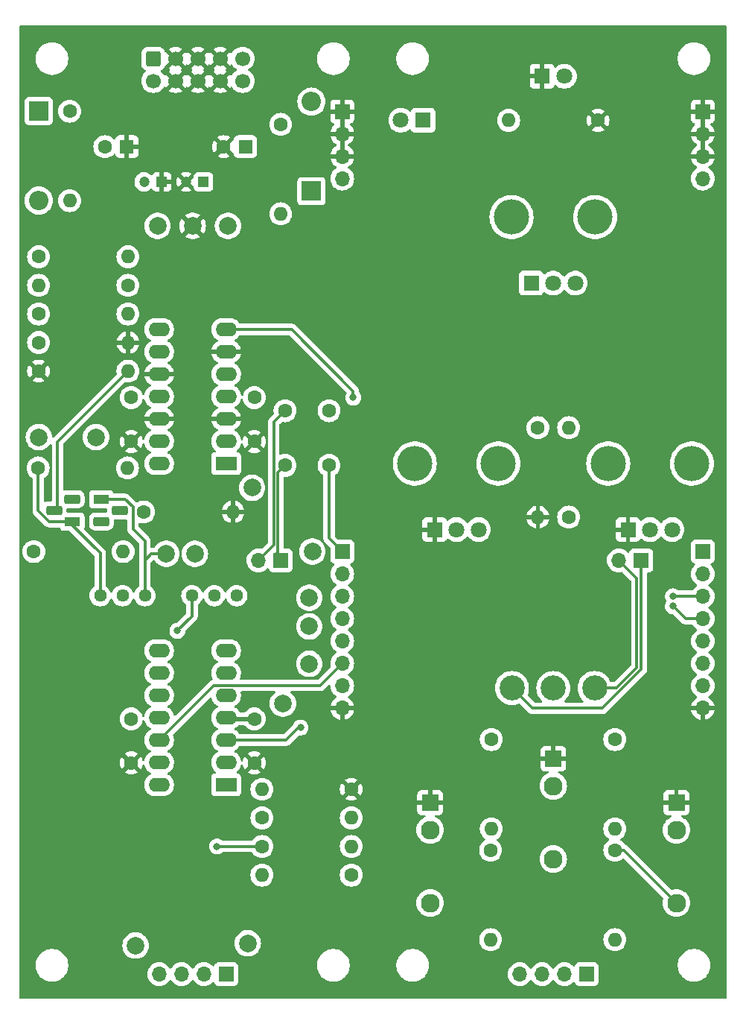
<source format=gbl>
G04 #@! TF.GenerationSoftware,KiCad,Pcbnew,8.0.2-1*
G04 #@! TF.CreationDate,2024-06-17T09:13:27+02:00*
G04 #@! TF.ProjectId,XOF,584f462e-6b69-4636-9164-5f7063625858,rev?*
G04 #@! TF.SameCoordinates,Original*
G04 #@! TF.FileFunction,Copper,L2,Bot*
G04 #@! TF.FilePolarity,Positive*
%FSLAX46Y46*%
G04 Gerber Fmt 4.6, Leading zero omitted, Abs format (unit mm)*
G04 Created by KiCad (PCBNEW 8.0.2-1) date 2024-06-17 09:13:27*
%MOMM*%
%LPD*%
G01*
G04 APERTURE LIST*
G04 Aperture macros list*
%AMRoundRect*
0 Rectangle with rounded corners*
0 $1 Rounding radius*
0 $2 $3 $4 $5 $6 $7 $8 $9 X,Y pos of 4 corners*
0 Add a 4 corners polygon primitive as box body*
4,1,4,$2,$3,$4,$5,$6,$7,$8,$9,$2,$3,0*
0 Add four circle primitives for the rounded corners*
1,1,$1+$1,$2,$3*
1,1,$1+$1,$4,$5*
1,1,$1+$1,$6,$7*
1,1,$1+$1,$8,$9*
0 Add four rect primitives between the rounded corners*
20,1,$1+$1,$2,$3,$4,$5,0*
20,1,$1+$1,$4,$5,$6,$7,0*
20,1,$1+$1,$6,$7,$8,$9,0*
20,1,$1+$1,$8,$9,$2,$3,0*%
G04 Aperture macros list end*
G04 #@! TA.AperFunction,ComponentPad*
%ADD10C,1.600000*%
G04 #@! TD*
G04 #@! TA.AperFunction,ComponentPad*
%ADD11O,1.600000X1.600000*%
G04 #@! TD*
G04 #@! TA.AperFunction,ComponentPad*
%ADD12R,2.400000X1.600000*%
G04 #@! TD*
G04 #@! TA.AperFunction,ComponentPad*
%ADD13O,2.400000X1.600000*%
G04 #@! TD*
G04 #@! TA.AperFunction,ComponentPad*
%ADD14R,1.930000X1.830000*%
G04 #@! TD*
G04 #@! TA.AperFunction,ComponentPad*
%ADD15C,2.130000*%
G04 #@! TD*
G04 #@! TA.AperFunction,ComponentPad*
%ADD16O,4.000000X4.000000*%
G04 #@! TD*
G04 #@! TA.AperFunction,ComponentPad*
%ADD17R,1.800000X1.800000*%
G04 #@! TD*
G04 #@! TA.AperFunction,ComponentPad*
%ADD18C,1.800000*%
G04 #@! TD*
G04 #@! TA.AperFunction,ComponentPad*
%ADD19R,2.200000X2.200000*%
G04 #@! TD*
G04 #@! TA.AperFunction,ComponentPad*
%ADD20O,2.200000X2.200000*%
G04 #@! TD*
G04 #@! TA.AperFunction,ComponentPad*
%ADD21R,1.700000X1.700000*%
G04 #@! TD*
G04 #@! TA.AperFunction,ComponentPad*
%ADD22O,1.700000X1.700000*%
G04 #@! TD*
G04 #@! TA.AperFunction,ComponentPad*
%ADD23R,1.800000X1.100000*%
G04 #@! TD*
G04 #@! TA.AperFunction,ComponentPad*
%ADD24RoundRect,0.275000X0.625000X-0.275000X0.625000X0.275000X-0.625000X0.275000X-0.625000X-0.275000X0*%
G04 #@! TD*
G04 #@! TA.AperFunction,ComponentPad*
%ADD25RoundRect,0.275000X-0.625000X0.275000X-0.625000X-0.275000X0.625000X-0.275000X0.625000X0.275000X0*%
G04 #@! TD*
G04 #@! TA.AperFunction,ComponentPad*
%ADD26C,2.850000*%
G04 #@! TD*
G04 #@! TA.AperFunction,ComponentPad*
%ADD27C,2.000000*%
G04 #@! TD*
G04 #@! TA.AperFunction,ComponentPad*
%ADD28C,1.440000*%
G04 #@! TD*
G04 #@! TA.AperFunction,ComponentPad*
%ADD29R,1.200000X1.200000*%
G04 #@! TD*
G04 #@! TA.AperFunction,ComponentPad*
%ADD30C,1.200000*%
G04 #@! TD*
G04 #@! TA.AperFunction,ComponentPad*
%ADD31R,1.600000X1.600000*%
G04 #@! TD*
G04 #@! TA.AperFunction,ComponentPad*
%ADD32RoundRect,0.250000X-0.600000X0.600000X-0.600000X-0.600000X0.600000X-0.600000X0.600000X0.600000X0*%
G04 #@! TD*
G04 #@! TA.AperFunction,ComponentPad*
%ADD33C,1.700000*%
G04 #@! TD*
G04 #@! TA.AperFunction,ViaPad*
%ADD34C,0.800000*%
G04 #@! TD*
G04 #@! TA.AperFunction,Conductor*
%ADD35C,0.500000*%
G04 #@! TD*
G04 #@! TA.AperFunction,Conductor*
%ADD36C,0.300000*%
G04 #@! TD*
G04 APERTURE END LIST*
D10*
X77870000Y-140250000D03*
D11*
X88030000Y-140250000D03*
D12*
X73800000Y-100000000D03*
D13*
X73800000Y-97460000D03*
X73800000Y-94920000D03*
X73800000Y-92380000D03*
X73800000Y-89840000D03*
X73800000Y-87300000D03*
X73800000Y-84760000D03*
X66180000Y-84760000D03*
X66180000Y-87300000D03*
X66180000Y-89840000D03*
X66180000Y-92380000D03*
X66180000Y-94920000D03*
X66180000Y-97460000D03*
X66180000Y-100000000D03*
D10*
X109250000Y-95920000D03*
D11*
X109250000Y-106080000D03*
D14*
X125000000Y-138520000D03*
D15*
X125000000Y-149920000D03*
X125000000Y-141620000D03*
D10*
X52470000Y-86250000D03*
D11*
X62630000Y-86250000D03*
D16*
X95250000Y-100000000D03*
X104750000Y-100000000D03*
D17*
X97500000Y-107500000D03*
D18*
X100000000Y-107500000D03*
X102500000Y-107500000D03*
D10*
X52470000Y-83000000D03*
D11*
X62630000Y-83000000D03*
D10*
X112750000Y-106080000D03*
D11*
X112750000Y-95920000D03*
D10*
X118000000Y-143920000D03*
D11*
X118000000Y-154080000D03*
D10*
X63000000Y-134000000D03*
X63000000Y-129000000D03*
D17*
X109730000Y-56000000D03*
D18*
X112270000Y-56000000D03*
D17*
X96200000Y-61000000D03*
D18*
X93660000Y-61000000D03*
D10*
X103870000Y-143920000D03*
D11*
X103870000Y-154080000D03*
D10*
X77000000Y-92500000D03*
X77000000Y-97500000D03*
X52420000Y-100500000D03*
D11*
X62580000Y-100500000D03*
D10*
X77000000Y-129000000D03*
X77000000Y-134000000D03*
D16*
X117250000Y-100000000D03*
X126750000Y-100000000D03*
D17*
X119500000Y-107500000D03*
D18*
X122000000Y-107500000D03*
X124500000Y-107500000D03*
D19*
X52500000Y-59950000D03*
D20*
X52500000Y-70110000D03*
D21*
X80000000Y-111000000D03*
D22*
X77460000Y-111000000D03*
D10*
X118000000Y-131340000D03*
D11*
X118000000Y-141500000D03*
D14*
X97000000Y-138520000D03*
D15*
X97000000Y-149920000D03*
X97000000Y-141620000D03*
D10*
X80000000Y-61470000D03*
D11*
X80000000Y-71630000D03*
D23*
X56290000Y-106600000D03*
D24*
X54220000Y-105330000D03*
X56290000Y-104060000D03*
D10*
X62630000Y-79750000D03*
D11*
X52470000Y-79750000D03*
D10*
X77870000Y-143500000D03*
D11*
X88030000Y-143500000D03*
D10*
X116080000Y-61000000D03*
D11*
X105920000Y-61000000D03*
D10*
X63000000Y-97500000D03*
X63000000Y-92500000D03*
X88030000Y-146750000D03*
D11*
X77870000Y-146750000D03*
D19*
X83500000Y-69050000D03*
D20*
X83500000Y-58890000D03*
D23*
X59600000Y-104060000D03*
D25*
X61670000Y-105330000D03*
X59600000Y-106600000D03*
D10*
X56000000Y-59970000D03*
D11*
X56000000Y-70130000D03*
D12*
X73800000Y-136500000D03*
D13*
X73800000Y-133960000D03*
X73800000Y-131420000D03*
X73800000Y-128880000D03*
X73800000Y-126340000D03*
X73800000Y-123800000D03*
X73800000Y-121260000D03*
X66180000Y-121260000D03*
X66180000Y-123800000D03*
X66180000Y-126340000D03*
X66180000Y-128880000D03*
X66180000Y-131420000D03*
X66180000Y-133960000D03*
X66180000Y-136500000D03*
D10*
X52470000Y-89500000D03*
D11*
X62630000Y-89500000D03*
D21*
X87000000Y-110000000D03*
D22*
X87000000Y-112540000D03*
X87000000Y-115080000D03*
X87000000Y-117620000D03*
X87000000Y-120160000D03*
X87000000Y-122700000D03*
X87000000Y-125240000D03*
X87000000Y-127780000D03*
D26*
X106300000Y-125500000D03*
X111000000Y-125500000D03*
X115700000Y-125500000D03*
D10*
X103950000Y-131340000D03*
D11*
X103950000Y-141500000D03*
D14*
X111000000Y-133520000D03*
D15*
X111000000Y-144920000D03*
X111000000Y-136620000D03*
D16*
X106250000Y-72000000D03*
X115750000Y-72000000D03*
D17*
X108500000Y-79500000D03*
D18*
X111000000Y-79500000D03*
X113500000Y-79500000D03*
D21*
X73800000Y-158000000D03*
D22*
X71260000Y-158000000D03*
X68720000Y-158000000D03*
X66180000Y-158000000D03*
D10*
X64420000Y-105500000D03*
D11*
X74580000Y-105500000D03*
D21*
X87000000Y-60000000D03*
D22*
X87000000Y-62540000D03*
X87000000Y-65080000D03*
X87000000Y-67620000D03*
D10*
X51920000Y-110000000D03*
D11*
X62080000Y-110000000D03*
D10*
X88030000Y-137000000D03*
D11*
X77870000Y-137000000D03*
D10*
X52470000Y-76500000D03*
D11*
X62630000Y-76500000D03*
D27*
X83250000Y-115250000D03*
D10*
X85500000Y-100200000D03*
X80500000Y-100200000D03*
D27*
X76250000Y-154500000D03*
X80250000Y-127250000D03*
D28*
X64550000Y-115000000D03*
X62010000Y-115000000D03*
X59470000Y-115000000D03*
D27*
X70250000Y-110250000D03*
D29*
X71222600Y-68000000D03*
D30*
X69222600Y-68000000D03*
D27*
X66000000Y-73000000D03*
X83600000Y-110000000D03*
X52500000Y-97000000D03*
X74000000Y-73000000D03*
D31*
X76000000Y-64000000D03*
D10*
X73500000Y-64000000D03*
D27*
X59000000Y-97000000D03*
D28*
X75000000Y-115000000D03*
X72460000Y-115000000D03*
X69920000Y-115000000D03*
D21*
X128000000Y-60000000D03*
D22*
X128000000Y-62540000D03*
X128000000Y-65080000D03*
X128000000Y-67620000D03*
D27*
X83250000Y-118500000D03*
X76750000Y-102750000D03*
X70000000Y-73000000D03*
D32*
X65500000Y-54000000D03*
D33*
X65500000Y-56540000D03*
X68040000Y-54000000D03*
X68040000Y-56540000D03*
X70580000Y-54000000D03*
X70580000Y-56540000D03*
X73120000Y-54000000D03*
X73120000Y-56540000D03*
X75660000Y-54000000D03*
X75660000Y-56540000D03*
D21*
X121000000Y-111000000D03*
D22*
X118460000Y-111000000D03*
D10*
X85500000Y-94000000D03*
X80500000Y-94000000D03*
D31*
X62500000Y-64000000D03*
D10*
X60000000Y-64000000D03*
D27*
X63500000Y-154750000D03*
D29*
X66472600Y-68000000D03*
D30*
X64472600Y-68000000D03*
D21*
X128000000Y-110000000D03*
D22*
X128000000Y-112540000D03*
X128000000Y-115080000D03*
X128000000Y-117620000D03*
X128000000Y-120160000D03*
X128000000Y-122700000D03*
X128000000Y-125240000D03*
X128000000Y-127780000D03*
D21*
X114800000Y-158000000D03*
D22*
X112260000Y-158000000D03*
X109720000Y-158000000D03*
X107180000Y-158000000D03*
D27*
X67000000Y-110250000D03*
X83250000Y-122750000D03*
D34*
X68250000Y-119000000D03*
X124600000Y-115080000D03*
X124600000Y-116200000D03*
X82250000Y-130000000D03*
X88250000Y-92500000D03*
X72750000Y-143500000D03*
D35*
X76880000Y-129000000D02*
X77000000Y-128880000D01*
X73800000Y-129000000D02*
X76880000Y-129000000D01*
D36*
X79200000Y-95300000D02*
X80500000Y-94000000D01*
X77460000Y-111000000D02*
X79200000Y-109260000D01*
X79200000Y-109260000D02*
X79200000Y-95300000D01*
X79400000Y-110400000D02*
X79700000Y-110100000D01*
X79700000Y-110100000D02*
X79700000Y-101000000D01*
X80000000Y-111000000D02*
X79400000Y-110400000D01*
X79700000Y-101000000D02*
X80500000Y-100200000D01*
X54620000Y-97510000D02*
X54620000Y-105330000D01*
X69920000Y-117330000D02*
X69920000Y-115000000D01*
X68250000Y-119000000D02*
X69920000Y-117330000D01*
X62630000Y-89500000D02*
X54620000Y-97510000D01*
X124600000Y-115080000D02*
X128000000Y-115080000D01*
X124600000Y-116200000D02*
X126020000Y-117620000D01*
X126020000Y-117620000D02*
X128000000Y-117620000D01*
X85500000Y-100200000D02*
X85500000Y-108500000D01*
X85500000Y-108500000D02*
X87000000Y-110000000D01*
X80580000Y-131420000D02*
X73800000Y-131420000D01*
X82250000Y-130000000D02*
X82000000Y-130000000D01*
X82000000Y-130000000D02*
X80580000Y-131420000D01*
X72410000Y-125190000D02*
X84510000Y-125190000D01*
X66180000Y-131420000D02*
X72410000Y-125190000D01*
X84510000Y-125190000D02*
X87000000Y-122700000D01*
X88250000Y-92500000D02*
X88250000Y-91750000D01*
X88250000Y-91750000D02*
X81260000Y-84760000D01*
X81260000Y-84760000D02*
X73800000Y-84760000D01*
X52420000Y-105321504D02*
X53698496Y-106600000D01*
X55890000Y-106600000D02*
X59470000Y-110180000D01*
X52420000Y-100500000D02*
X52420000Y-105321504D01*
X53698496Y-106600000D02*
X55890000Y-106600000D01*
X59470000Y-110180000D02*
X59470000Y-115000000D01*
X72750000Y-143500000D02*
X77870000Y-143500000D01*
X63200000Y-107450000D02*
X63200000Y-104950000D01*
X62310000Y-104060000D02*
X60000000Y-104060000D01*
X64550000Y-108800000D02*
X63200000Y-107450000D01*
X67000000Y-110250000D02*
X65300000Y-110250000D01*
X63200000Y-104950000D02*
X62310000Y-104060000D01*
X64550000Y-115000000D02*
X64550000Y-111000000D01*
X64550000Y-111000000D02*
X64550000Y-108800000D01*
X65300000Y-110250000D02*
X64550000Y-111000000D01*
X125000000Y-149920000D02*
X119000000Y-143920000D01*
X119000000Y-143920000D02*
X118000000Y-143920000D01*
X120500000Y-123192894D02*
X120500000Y-113040000D01*
X115700000Y-125500000D02*
X118192894Y-125500000D01*
X120500000Y-113040000D02*
X118460000Y-111000000D01*
X118192894Y-125500000D02*
X120500000Y-123192894D01*
X121000000Y-111000000D02*
X121000000Y-123400000D01*
X116600000Y-127800000D02*
X108600000Y-127800000D01*
X121000000Y-123400000D02*
X116600000Y-127800000D01*
X108600000Y-127800000D02*
X106300000Y-125500000D01*
G04 #@! TA.AperFunction,Conductor*
G36*
X87250000Y-64646988D02*
G01*
X87192993Y-64614075D01*
X87065826Y-64580000D01*
X86934174Y-64580000D01*
X86807007Y-64614075D01*
X86750000Y-64646988D01*
X86750000Y-62973012D01*
X86807007Y-63005925D01*
X86934174Y-63040000D01*
X87065826Y-63040000D01*
X87192993Y-63005925D01*
X87250000Y-62973012D01*
X87250000Y-64646988D01*
G37*
G04 #@! TD.AperFunction*
G04 #@! TA.AperFunction,Conductor*
G36*
X87250000Y-62106988D02*
G01*
X87192993Y-62074075D01*
X87065826Y-62040000D01*
X86934174Y-62040000D01*
X86807007Y-62074075D01*
X86750000Y-62106988D01*
X86750000Y-60433012D01*
X86807007Y-60465925D01*
X86934174Y-60500000D01*
X87065826Y-60500000D01*
X87192993Y-60465925D01*
X87250000Y-60433012D01*
X87250000Y-62106988D01*
G37*
G04 #@! TD.AperFunction*
G04 #@! TA.AperFunction,Conductor*
G36*
X128250000Y-64646988D02*
G01*
X128192993Y-64614075D01*
X128065826Y-64580000D01*
X127934174Y-64580000D01*
X127807007Y-64614075D01*
X127750000Y-64646988D01*
X127750000Y-62973012D01*
X127807007Y-63005925D01*
X127934174Y-63040000D01*
X128065826Y-63040000D01*
X128192993Y-63005925D01*
X128250000Y-62973012D01*
X128250000Y-64646988D01*
G37*
G04 #@! TD.AperFunction*
G04 #@! TA.AperFunction,Conductor*
G36*
X128250000Y-62106988D02*
G01*
X128192993Y-62074075D01*
X128065826Y-62040000D01*
X127934174Y-62040000D01*
X127807007Y-62074075D01*
X127750000Y-62106988D01*
X127750000Y-60433012D01*
X127807007Y-60465925D01*
X127934174Y-60500000D01*
X128065826Y-60500000D01*
X128192993Y-60465925D01*
X128250000Y-60433012D01*
X128250000Y-62106988D01*
G37*
G04 #@! TD.AperFunction*
G04 #@! TA.AperFunction,Conductor*
G36*
X67574075Y-54192993D02*
G01*
X67639901Y-54307007D01*
X67732993Y-54400099D01*
X67847007Y-54465925D01*
X67910590Y-54482962D01*
X67278625Y-55114925D01*
X67355031Y-55168425D01*
X67398655Y-55223002D01*
X67405848Y-55292501D01*
X67374326Y-55354855D01*
X67355029Y-55371576D01*
X67278625Y-55425072D01*
X67910590Y-56057037D01*
X67847007Y-56074075D01*
X67732993Y-56139901D01*
X67639901Y-56232993D01*
X67574075Y-56347007D01*
X67557037Y-56410590D01*
X66925073Y-55778626D01*
X66871881Y-55854594D01*
X66817304Y-55898219D01*
X66747806Y-55905413D01*
X66685451Y-55873891D01*
X66668730Y-55854594D01*
X66538494Y-55668597D01*
X66371398Y-55501501D01*
X66370030Y-55500354D01*
X66369592Y-55499696D01*
X66367573Y-55497677D01*
X66367978Y-55497271D01*
X66331330Y-55442182D01*
X66330224Y-55372321D01*
X66367063Y-55312952D01*
X66410737Y-55287662D01*
X66419334Y-55284814D01*
X66568656Y-55192712D01*
X66692712Y-55068656D01*
X66784814Y-54919334D01*
X66808794Y-54846965D01*
X66848565Y-54789523D01*
X66913081Y-54762699D01*
X66923861Y-54762585D01*
X67557037Y-54129409D01*
X67574075Y-54192993D01*
G37*
G04 #@! TD.AperFunction*
G04 #@! TA.AperFunction,Conductor*
G36*
X70114075Y-54192993D02*
G01*
X70179901Y-54307007D01*
X70272993Y-54400099D01*
X70387007Y-54465925D01*
X70450590Y-54482962D01*
X69818625Y-55114925D01*
X69895031Y-55168425D01*
X69938655Y-55223002D01*
X69945848Y-55292501D01*
X69914326Y-55354855D01*
X69895029Y-55371576D01*
X69818625Y-55425072D01*
X70450590Y-56057037D01*
X70387007Y-56074075D01*
X70272993Y-56139901D01*
X70179901Y-56232993D01*
X70114075Y-56347007D01*
X70097037Y-56410590D01*
X69465072Y-55778625D01*
X69465072Y-55778626D01*
X69411574Y-55855030D01*
X69356998Y-55898655D01*
X69287499Y-55905849D01*
X69225144Y-55874326D01*
X69208424Y-55855030D01*
X69154925Y-55778626D01*
X69154925Y-55778625D01*
X68522962Y-56410589D01*
X68505925Y-56347007D01*
X68440099Y-56232993D01*
X68347007Y-56139901D01*
X68232993Y-56074075D01*
X68169410Y-56057037D01*
X68801373Y-55425073D01*
X68724969Y-55371576D01*
X68681344Y-55316999D01*
X68674150Y-55247501D01*
X68705672Y-55185146D01*
X68724968Y-55168425D01*
X68801373Y-55114925D01*
X68169409Y-54482962D01*
X68232993Y-54465925D01*
X68347007Y-54400099D01*
X68440099Y-54307007D01*
X68505925Y-54192993D01*
X68522962Y-54129410D01*
X69154925Y-54761373D01*
X69208425Y-54684968D01*
X69263002Y-54641344D01*
X69332501Y-54634151D01*
X69394855Y-54665673D01*
X69411576Y-54684969D01*
X69465073Y-54761372D01*
X70097037Y-54129409D01*
X70114075Y-54192993D01*
G37*
G04 #@! TD.AperFunction*
G04 #@! TA.AperFunction,Conductor*
G36*
X72654075Y-54192993D02*
G01*
X72719901Y-54307007D01*
X72812993Y-54400099D01*
X72927007Y-54465925D01*
X72990590Y-54482962D01*
X72358625Y-55114925D01*
X72435031Y-55168425D01*
X72478655Y-55223002D01*
X72485848Y-55292501D01*
X72454326Y-55354855D01*
X72435029Y-55371576D01*
X72358625Y-55425072D01*
X72990590Y-56057037D01*
X72927007Y-56074075D01*
X72812993Y-56139901D01*
X72719901Y-56232993D01*
X72654075Y-56347007D01*
X72637037Y-56410590D01*
X72005072Y-55778625D01*
X72005072Y-55778626D01*
X71951574Y-55855030D01*
X71896998Y-55898655D01*
X71827499Y-55905849D01*
X71765144Y-55874326D01*
X71748424Y-55855030D01*
X71694925Y-55778626D01*
X71694925Y-55778625D01*
X71062962Y-56410589D01*
X71045925Y-56347007D01*
X70980099Y-56232993D01*
X70887007Y-56139901D01*
X70772993Y-56074075D01*
X70709410Y-56057037D01*
X71341373Y-55425073D01*
X71264969Y-55371576D01*
X71221344Y-55316999D01*
X71214150Y-55247501D01*
X71245672Y-55185146D01*
X71264968Y-55168425D01*
X71341373Y-55114925D01*
X70709409Y-54482962D01*
X70772993Y-54465925D01*
X70887007Y-54400099D01*
X70980099Y-54307007D01*
X71045925Y-54192993D01*
X71062962Y-54129410D01*
X71694925Y-54761373D01*
X71748425Y-54684968D01*
X71803002Y-54641344D01*
X71872501Y-54634151D01*
X71934855Y-54665673D01*
X71951576Y-54684969D01*
X72005073Y-54761372D01*
X72637037Y-54129409D01*
X72654075Y-54192993D01*
G37*
G04 #@! TD.AperFunction*
G04 #@! TA.AperFunction,Conductor*
G36*
X74234925Y-54761373D02*
G01*
X74288119Y-54685405D01*
X74342696Y-54641781D01*
X74412195Y-54634588D01*
X74474549Y-54666110D01*
X74491269Y-54685405D01*
X74621505Y-54871401D01*
X74621506Y-54871402D01*
X74788597Y-55038493D01*
X74788603Y-55038498D01*
X74974158Y-55168425D01*
X75017783Y-55223002D01*
X75024977Y-55292500D01*
X74993454Y-55354855D01*
X74974158Y-55371575D01*
X74788597Y-55501505D01*
X74621505Y-55668597D01*
X74491269Y-55854595D01*
X74436692Y-55898220D01*
X74367194Y-55905414D01*
X74304839Y-55873891D01*
X74288119Y-55854595D01*
X74234925Y-55778626D01*
X74234925Y-55778625D01*
X73602962Y-56410589D01*
X73585925Y-56347007D01*
X73520099Y-56232993D01*
X73427007Y-56139901D01*
X73312993Y-56074075D01*
X73249410Y-56057037D01*
X73881373Y-55425073D01*
X73804969Y-55371576D01*
X73761344Y-55316999D01*
X73754150Y-55247501D01*
X73785672Y-55185146D01*
X73804968Y-55168425D01*
X73881373Y-55114925D01*
X73249409Y-54482962D01*
X73312993Y-54465925D01*
X73427007Y-54400099D01*
X73520099Y-54307007D01*
X73585925Y-54192993D01*
X73602962Y-54129409D01*
X74234925Y-54761373D01*
G37*
G04 #@! TD.AperFunction*
G04 #@! TA.AperFunction,Conductor*
G36*
X130692539Y-50270185D02*
G01*
X130738294Y-50322989D01*
X130749500Y-50374500D01*
X130749500Y-160625500D01*
X130729815Y-160692539D01*
X130677011Y-160738294D01*
X130625500Y-160749500D01*
X50374500Y-160749500D01*
X50307461Y-160729815D01*
X50261706Y-160677011D01*
X50250500Y-160625500D01*
X50250500Y-156878711D01*
X52149500Y-156878711D01*
X52149500Y-157121288D01*
X52181161Y-157361785D01*
X52243947Y-157596104D01*
X52313735Y-157764586D01*
X52336776Y-157820212D01*
X52458064Y-158030289D01*
X52458066Y-158030292D01*
X52458067Y-158030293D01*
X52605733Y-158222736D01*
X52605739Y-158222743D01*
X52777256Y-158394260D01*
X52777262Y-158394265D01*
X52969711Y-158541936D01*
X53179788Y-158663224D01*
X53403900Y-158756054D01*
X53638211Y-158818838D01*
X53818586Y-158842584D01*
X53878711Y-158850500D01*
X53878712Y-158850500D01*
X54121289Y-158850500D01*
X54169388Y-158844167D01*
X54361789Y-158818838D01*
X54596100Y-158756054D01*
X54820212Y-158663224D01*
X55030289Y-158541936D01*
X55222738Y-158394265D01*
X55394265Y-158222738D01*
X55541936Y-158030289D01*
X55559424Y-157999999D01*
X64824341Y-157999999D01*
X64824341Y-158000000D01*
X64844936Y-158235403D01*
X64844938Y-158235413D01*
X64906094Y-158463655D01*
X64906096Y-158463659D01*
X64906097Y-158463663D01*
X64986004Y-158635023D01*
X65005965Y-158677830D01*
X65005967Y-158677834D01*
X65060738Y-158756054D01*
X65141505Y-158871401D01*
X65308599Y-159038495D01*
X65405384Y-159106265D01*
X65502165Y-159174032D01*
X65502167Y-159174033D01*
X65502170Y-159174035D01*
X65716337Y-159273903D01*
X65944592Y-159335063D01*
X66121034Y-159350500D01*
X66179999Y-159355659D01*
X66180000Y-159355659D01*
X66180001Y-159355659D01*
X66238966Y-159350500D01*
X66415408Y-159335063D01*
X66643663Y-159273903D01*
X66857830Y-159174035D01*
X67051401Y-159038495D01*
X67218495Y-158871401D01*
X67348425Y-158685842D01*
X67403002Y-158642217D01*
X67472500Y-158635023D01*
X67534855Y-158666546D01*
X67551575Y-158685842D01*
X67681500Y-158871395D01*
X67681505Y-158871401D01*
X67848599Y-159038495D01*
X67945384Y-159106265D01*
X68042165Y-159174032D01*
X68042167Y-159174033D01*
X68042170Y-159174035D01*
X68256337Y-159273903D01*
X68484592Y-159335063D01*
X68661034Y-159350500D01*
X68719999Y-159355659D01*
X68720000Y-159355659D01*
X68720001Y-159355659D01*
X68778966Y-159350500D01*
X68955408Y-159335063D01*
X69183663Y-159273903D01*
X69397830Y-159174035D01*
X69591401Y-159038495D01*
X69758495Y-158871401D01*
X69888425Y-158685842D01*
X69943002Y-158642217D01*
X70012500Y-158635023D01*
X70074855Y-158666546D01*
X70091575Y-158685842D01*
X70221500Y-158871395D01*
X70221505Y-158871401D01*
X70388599Y-159038495D01*
X70485384Y-159106265D01*
X70582165Y-159174032D01*
X70582167Y-159174033D01*
X70582170Y-159174035D01*
X70796337Y-159273903D01*
X71024592Y-159335063D01*
X71201034Y-159350500D01*
X71259999Y-159355659D01*
X71260000Y-159355659D01*
X71260001Y-159355659D01*
X71318966Y-159350500D01*
X71495408Y-159335063D01*
X71723663Y-159273903D01*
X71937830Y-159174035D01*
X72131401Y-159038495D01*
X72253329Y-158916566D01*
X72314648Y-158883084D01*
X72384340Y-158888068D01*
X72440274Y-158929939D01*
X72457189Y-158960917D01*
X72506202Y-159092328D01*
X72506206Y-159092335D01*
X72592452Y-159207544D01*
X72592455Y-159207547D01*
X72707664Y-159293793D01*
X72707671Y-159293797D01*
X72842517Y-159344091D01*
X72842516Y-159344091D01*
X72849444Y-159344835D01*
X72902127Y-159350500D01*
X74697872Y-159350499D01*
X74757483Y-159344091D01*
X74892331Y-159293796D01*
X75007546Y-159207546D01*
X75093796Y-159092331D01*
X75144091Y-158957483D01*
X75150500Y-158897873D01*
X75150499Y-157102128D01*
X75144091Y-157042517D01*
X75142810Y-157039083D01*
X75093797Y-156907671D01*
X75093793Y-156907664D01*
X75072119Y-156878711D01*
X84149500Y-156878711D01*
X84149500Y-157121288D01*
X84181161Y-157361785D01*
X84243947Y-157596104D01*
X84313735Y-157764586D01*
X84336776Y-157820212D01*
X84458064Y-158030289D01*
X84458066Y-158030292D01*
X84458067Y-158030293D01*
X84605733Y-158222736D01*
X84605739Y-158222743D01*
X84777256Y-158394260D01*
X84777262Y-158394265D01*
X84969711Y-158541936D01*
X85179788Y-158663224D01*
X85403900Y-158756054D01*
X85638211Y-158818838D01*
X85818586Y-158842584D01*
X85878711Y-158850500D01*
X85878712Y-158850500D01*
X86121289Y-158850500D01*
X86169388Y-158844167D01*
X86361789Y-158818838D01*
X86596100Y-158756054D01*
X86820212Y-158663224D01*
X87030289Y-158541936D01*
X87222738Y-158394265D01*
X87394265Y-158222738D01*
X87541936Y-158030289D01*
X87663224Y-157820212D01*
X87756054Y-157596100D01*
X87818838Y-157361789D01*
X87850500Y-157121288D01*
X87850500Y-156878712D01*
X87850500Y-156878711D01*
X93149500Y-156878711D01*
X93149500Y-157121288D01*
X93181161Y-157361785D01*
X93243947Y-157596104D01*
X93313735Y-157764586D01*
X93336776Y-157820212D01*
X93458064Y-158030289D01*
X93458066Y-158030292D01*
X93458067Y-158030293D01*
X93605733Y-158222736D01*
X93605739Y-158222743D01*
X93777256Y-158394260D01*
X93777262Y-158394265D01*
X93969711Y-158541936D01*
X94179788Y-158663224D01*
X94403900Y-158756054D01*
X94638211Y-158818838D01*
X94818586Y-158842584D01*
X94878711Y-158850500D01*
X94878712Y-158850500D01*
X95121289Y-158850500D01*
X95169388Y-158844167D01*
X95361789Y-158818838D01*
X95596100Y-158756054D01*
X95820212Y-158663224D01*
X96030289Y-158541936D01*
X96222738Y-158394265D01*
X96394265Y-158222738D01*
X96541936Y-158030289D01*
X96559424Y-157999999D01*
X105824341Y-157999999D01*
X105824341Y-158000000D01*
X105844936Y-158235403D01*
X105844938Y-158235413D01*
X105906094Y-158463655D01*
X105906096Y-158463659D01*
X105906097Y-158463663D01*
X105986004Y-158635023D01*
X106005965Y-158677830D01*
X106005967Y-158677834D01*
X106060738Y-158756054D01*
X106141505Y-158871401D01*
X106308599Y-159038495D01*
X106405384Y-159106265D01*
X106502165Y-159174032D01*
X106502167Y-159174033D01*
X106502170Y-159174035D01*
X106716337Y-159273903D01*
X106944592Y-159335063D01*
X107121034Y-159350500D01*
X107179999Y-159355659D01*
X107180000Y-159355659D01*
X107180001Y-159355659D01*
X107238966Y-159350500D01*
X107415408Y-159335063D01*
X107643663Y-159273903D01*
X107857830Y-159174035D01*
X108051401Y-159038495D01*
X108218495Y-158871401D01*
X108348425Y-158685842D01*
X108403002Y-158642217D01*
X108472500Y-158635023D01*
X108534855Y-158666546D01*
X108551575Y-158685842D01*
X108681500Y-158871395D01*
X108681505Y-158871401D01*
X108848599Y-159038495D01*
X108945384Y-159106265D01*
X109042165Y-159174032D01*
X109042167Y-159174033D01*
X109042170Y-159174035D01*
X109256337Y-159273903D01*
X109484592Y-159335063D01*
X109661034Y-159350500D01*
X109719999Y-159355659D01*
X109720000Y-159355659D01*
X109720001Y-159355659D01*
X109778966Y-159350500D01*
X109955408Y-159335063D01*
X110183663Y-159273903D01*
X110397830Y-159174035D01*
X110591401Y-159038495D01*
X110758495Y-158871401D01*
X110888425Y-158685842D01*
X110943002Y-158642217D01*
X111012500Y-158635023D01*
X111074855Y-158666546D01*
X111091575Y-158685842D01*
X111221500Y-158871395D01*
X111221505Y-158871401D01*
X111388599Y-159038495D01*
X111485384Y-159106265D01*
X111582165Y-159174032D01*
X111582167Y-159174033D01*
X111582170Y-159174035D01*
X111796337Y-159273903D01*
X112024592Y-159335063D01*
X112201034Y-159350500D01*
X112259999Y-159355659D01*
X112260000Y-159355659D01*
X112260001Y-159355659D01*
X112318966Y-159350500D01*
X112495408Y-159335063D01*
X112723663Y-159273903D01*
X112937830Y-159174035D01*
X113131401Y-159038495D01*
X113253329Y-158916566D01*
X113314648Y-158883084D01*
X113384340Y-158888068D01*
X113440274Y-158929939D01*
X113457189Y-158960917D01*
X113506202Y-159092328D01*
X113506206Y-159092335D01*
X113592452Y-159207544D01*
X113592455Y-159207547D01*
X113707664Y-159293793D01*
X113707671Y-159293797D01*
X113842517Y-159344091D01*
X113842516Y-159344091D01*
X113849444Y-159344835D01*
X113902127Y-159350500D01*
X115697872Y-159350499D01*
X115757483Y-159344091D01*
X115892331Y-159293796D01*
X116007546Y-159207546D01*
X116093796Y-159092331D01*
X116144091Y-158957483D01*
X116150500Y-158897873D01*
X116150499Y-157102128D01*
X116144091Y-157042517D01*
X116142810Y-157039083D01*
X116093797Y-156907671D01*
X116093793Y-156907664D01*
X116072119Y-156878711D01*
X125149500Y-156878711D01*
X125149500Y-157121288D01*
X125181161Y-157361785D01*
X125243947Y-157596104D01*
X125313735Y-157764586D01*
X125336776Y-157820212D01*
X125458064Y-158030289D01*
X125458066Y-158030292D01*
X125458067Y-158030293D01*
X125605733Y-158222736D01*
X125605739Y-158222743D01*
X125777256Y-158394260D01*
X125777262Y-158394265D01*
X125969711Y-158541936D01*
X126179788Y-158663224D01*
X126403900Y-158756054D01*
X126638211Y-158818838D01*
X126818586Y-158842584D01*
X126878711Y-158850500D01*
X126878712Y-158850500D01*
X127121289Y-158850500D01*
X127169388Y-158844167D01*
X127361789Y-158818838D01*
X127596100Y-158756054D01*
X127820212Y-158663224D01*
X128030289Y-158541936D01*
X128222738Y-158394265D01*
X128394265Y-158222738D01*
X128541936Y-158030289D01*
X128663224Y-157820212D01*
X128756054Y-157596100D01*
X128818838Y-157361789D01*
X128850500Y-157121288D01*
X128850500Y-156878712D01*
X128818838Y-156638211D01*
X128756054Y-156403900D01*
X128663224Y-156179788D01*
X128541936Y-155969711D01*
X128394265Y-155777262D01*
X128394260Y-155777256D01*
X128222743Y-155605739D01*
X128222736Y-155605733D01*
X128030293Y-155458067D01*
X128030292Y-155458066D01*
X128030289Y-155458064D01*
X127820212Y-155336776D01*
X127820205Y-155336773D01*
X127596104Y-155243947D01*
X127361785Y-155181161D01*
X127121289Y-155149500D01*
X127121288Y-155149500D01*
X126878712Y-155149500D01*
X126878711Y-155149500D01*
X126638214Y-155181161D01*
X126403895Y-155243947D01*
X126179794Y-155336773D01*
X126179785Y-155336777D01*
X125969706Y-155458067D01*
X125777263Y-155605733D01*
X125777256Y-155605739D01*
X125605739Y-155777256D01*
X125605733Y-155777263D01*
X125458067Y-155969706D01*
X125336777Y-156179785D01*
X125336773Y-156179794D01*
X125243947Y-156403895D01*
X125181161Y-156638214D01*
X125149500Y-156878711D01*
X116072119Y-156878711D01*
X116007547Y-156792455D01*
X116007544Y-156792452D01*
X115892335Y-156706206D01*
X115892328Y-156706202D01*
X115757482Y-156655908D01*
X115757483Y-156655908D01*
X115697883Y-156649501D01*
X115697881Y-156649500D01*
X115697873Y-156649500D01*
X115697864Y-156649500D01*
X113902129Y-156649500D01*
X113902123Y-156649501D01*
X113842516Y-156655908D01*
X113707671Y-156706202D01*
X113707664Y-156706206D01*
X113592455Y-156792452D01*
X113592452Y-156792455D01*
X113506206Y-156907664D01*
X113506203Y-156907669D01*
X113457189Y-157039083D01*
X113415317Y-157095016D01*
X113349853Y-157119433D01*
X113281580Y-157104581D01*
X113253326Y-157083430D01*
X113131402Y-156961506D01*
X113131395Y-156961501D01*
X112937834Y-156825967D01*
X112937830Y-156825965D01*
X112937828Y-156825964D01*
X112723663Y-156726097D01*
X112723659Y-156726096D01*
X112723655Y-156726094D01*
X112495413Y-156664938D01*
X112495403Y-156664936D01*
X112260001Y-156644341D01*
X112259999Y-156644341D01*
X112024596Y-156664936D01*
X112024586Y-156664938D01*
X111796344Y-156726094D01*
X111796335Y-156726098D01*
X111582171Y-156825964D01*
X111582169Y-156825965D01*
X111388597Y-156961505D01*
X111221505Y-157128597D01*
X111091575Y-157314158D01*
X111036998Y-157357783D01*
X110967500Y-157364977D01*
X110905145Y-157333454D01*
X110888425Y-157314158D01*
X110758494Y-157128597D01*
X110591402Y-156961506D01*
X110591395Y-156961501D01*
X110397834Y-156825967D01*
X110397830Y-156825965D01*
X110397828Y-156825964D01*
X110183663Y-156726097D01*
X110183659Y-156726096D01*
X110183655Y-156726094D01*
X109955413Y-156664938D01*
X109955403Y-156664936D01*
X109720001Y-156644341D01*
X109719999Y-156644341D01*
X109484596Y-156664936D01*
X109484586Y-156664938D01*
X109256344Y-156726094D01*
X109256335Y-156726098D01*
X109042171Y-156825964D01*
X109042169Y-156825965D01*
X108848597Y-156961505D01*
X108681505Y-157128597D01*
X108551575Y-157314158D01*
X108496998Y-157357783D01*
X108427500Y-157364977D01*
X108365145Y-157333454D01*
X108348425Y-157314158D01*
X108218494Y-157128597D01*
X108051402Y-156961506D01*
X108051395Y-156961501D01*
X107857834Y-156825967D01*
X107857830Y-156825965D01*
X107857828Y-156825964D01*
X107643663Y-156726097D01*
X107643659Y-156726096D01*
X107643655Y-156726094D01*
X107415413Y-156664938D01*
X107415403Y-156664936D01*
X107180001Y-156644341D01*
X107179999Y-156644341D01*
X106944596Y-156664936D01*
X106944586Y-156664938D01*
X106716344Y-156726094D01*
X106716335Y-156726098D01*
X106502171Y-156825964D01*
X106502169Y-156825965D01*
X106308597Y-156961505D01*
X106141505Y-157128597D01*
X106005965Y-157322169D01*
X106005964Y-157322171D01*
X105906098Y-157536335D01*
X105906094Y-157536344D01*
X105844938Y-157764586D01*
X105844936Y-157764596D01*
X105824341Y-157999999D01*
X96559424Y-157999999D01*
X96663224Y-157820212D01*
X96756054Y-157596100D01*
X96818838Y-157361789D01*
X96850500Y-157121288D01*
X96850500Y-156878712D01*
X96818838Y-156638211D01*
X96756054Y-156403900D01*
X96663224Y-156179788D01*
X96541936Y-155969711D01*
X96394265Y-155777262D01*
X96394260Y-155777256D01*
X96222743Y-155605739D01*
X96222736Y-155605733D01*
X96030293Y-155458067D01*
X96030292Y-155458066D01*
X96030289Y-155458064D01*
X95820212Y-155336776D01*
X95820205Y-155336773D01*
X95596104Y-155243947D01*
X95361785Y-155181161D01*
X95121289Y-155149500D01*
X95121288Y-155149500D01*
X94878712Y-155149500D01*
X94878711Y-155149500D01*
X94638214Y-155181161D01*
X94403895Y-155243947D01*
X94179794Y-155336773D01*
X94179785Y-155336777D01*
X93969706Y-155458067D01*
X93777263Y-155605733D01*
X93777256Y-155605739D01*
X93605739Y-155777256D01*
X93605733Y-155777263D01*
X93458067Y-155969706D01*
X93336777Y-156179785D01*
X93336773Y-156179794D01*
X93243947Y-156403895D01*
X93181161Y-156638214D01*
X93149500Y-156878711D01*
X87850500Y-156878711D01*
X87818838Y-156638211D01*
X87756054Y-156403900D01*
X87663224Y-156179788D01*
X87541936Y-155969711D01*
X87394265Y-155777262D01*
X87394260Y-155777256D01*
X87222743Y-155605739D01*
X87222736Y-155605733D01*
X87030293Y-155458067D01*
X87030292Y-155458066D01*
X87030289Y-155458064D01*
X86820212Y-155336776D01*
X86820205Y-155336773D01*
X86596104Y-155243947D01*
X86361785Y-155181161D01*
X86121289Y-155149500D01*
X86121288Y-155149500D01*
X85878712Y-155149500D01*
X85878711Y-155149500D01*
X85638214Y-155181161D01*
X85403895Y-155243947D01*
X85179794Y-155336773D01*
X85179785Y-155336777D01*
X84969706Y-155458067D01*
X84777263Y-155605733D01*
X84777256Y-155605739D01*
X84605739Y-155777256D01*
X84605733Y-155777263D01*
X84458067Y-155969706D01*
X84336777Y-156179785D01*
X84336773Y-156179794D01*
X84243947Y-156403895D01*
X84181161Y-156638214D01*
X84149500Y-156878711D01*
X75072119Y-156878711D01*
X75007547Y-156792455D01*
X75007544Y-156792452D01*
X74892335Y-156706206D01*
X74892328Y-156706202D01*
X74757482Y-156655908D01*
X74757483Y-156655908D01*
X74697883Y-156649501D01*
X74697881Y-156649500D01*
X74697873Y-156649500D01*
X74697864Y-156649500D01*
X72902129Y-156649500D01*
X72902123Y-156649501D01*
X72842516Y-156655908D01*
X72707671Y-156706202D01*
X72707664Y-156706206D01*
X72592455Y-156792452D01*
X72592452Y-156792455D01*
X72506206Y-156907664D01*
X72506203Y-156907669D01*
X72457189Y-157039083D01*
X72415317Y-157095016D01*
X72349853Y-157119433D01*
X72281580Y-157104581D01*
X72253326Y-157083430D01*
X72131402Y-156961506D01*
X72131395Y-156961501D01*
X71937834Y-156825967D01*
X71937830Y-156825965D01*
X71937828Y-156825964D01*
X71723663Y-156726097D01*
X71723659Y-156726096D01*
X71723655Y-156726094D01*
X71495413Y-156664938D01*
X71495403Y-156664936D01*
X71260001Y-156644341D01*
X71259999Y-156644341D01*
X71024596Y-156664936D01*
X71024586Y-156664938D01*
X70796344Y-156726094D01*
X70796335Y-156726098D01*
X70582171Y-156825964D01*
X70582169Y-156825965D01*
X70388597Y-156961505D01*
X70221505Y-157128597D01*
X70091575Y-157314158D01*
X70036998Y-157357783D01*
X69967500Y-157364977D01*
X69905145Y-157333454D01*
X69888425Y-157314158D01*
X69758494Y-157128597D01*
X69591402Y-156961506D01*
X69591395Y-156961501D01*
X69397834Y-156825967D01*
X69397830Y-156825965D01*
X69397828Y-156825964D01*
X69183663Y-156726097D01*
X69183659Y-156726096D01*
X69183655Y-156726094D01*
X68955413Y-156664938D01*
X68955403Y-156664936D01*
X68720001Y-156644341D01*
X68719999Y-156644341D01*
X68484596Y-156664936D01*
X68484586Y-156664938D01*
X68256344Y-156726094D01*
X68256335Y-156726098D01*
X68042171Y-156825964D01*
X68042169Y-156825965D01*
X67848597Y-156961505D01*
X67681505Y-157128597D01*
X67551575Y-157314158D01*
X67496998Y-157357783D01*
X67427500Y-157364977D01*
X67365145Y-157333454D01*
X67348425Y-157314158D01*
X67218494Y-157128597D01*
X67051402Y-156961506D01*
X67051395Y-156961501D01*
X66857834Y-156825967D01*
X66857830Y-156825965D01*
X66857828Y-156825964D01*
X66643663Y-156726097D01*
X66643659Y-156726096D01*
X66643655Y-156726094D01*
X66415413Y-156664938D01*
X66415403Y-156664936D01*
X66180001Y-156644341D01*
X66179999Y-156644341D01*
X65944596Y-156664936D01*
X65944586Y-156664938D01*
X65716344Y-156726094D01*
X65716335Y-156726098D01*
X65502171Y-156825964D01*
X65502169Y-156825965D01*
X65308597Y-156961505D01*
X65141505Y-157128597D01*
X65005965Y-157322169D01*
X65005964Y-157322171D01*
X64906098Y-157536335D01*
X64906094Y-157536344D01*
X64844938Y-157764586D01*
X64844936Y-157764596D01*
X64824341Y-157999999D01*
X55559424Y-157999999D01*
X55663224Y-157820212D01*
X55756054Y-157596100D01*
X55818838Y-157361789D01*
X55850500Y-157121288D01*
X55850500Y-156878712D01*
X55818838Y-156638211D01*
X55756054Y-156403900D01*
X55663224Y-156179788D01*
X55541936Y-155969711D01*
X55394265Y-155777262D01*
X55394260Y-155777256D01*
X55222743Y-155605739D01*
X55222736Y-155605733D01*
X55030293Y-155458067D01*
X55030292Y-155458066D01*
X55030289Y-155458064D01*
X54820212Y-155336776D01*
X54820205Y-155336773D01*
X54596104Y-155243947D01*
X54361785Y-155181161D01*
X54121289Y-155149500D01*
X54121288Y-155149500D01*
X53878712Y-155149500D01*
X53878711Y-155149500D01*
X53638214Y-155181161D01*
X53403895Y-155243947D01*
X53179794Y-155336773D01*
X53179785Y-155336777D01*
X52969706Y-155458067D01*
X52777263Y-155605733D01*
X52777256Y-155605739D01*
X52605739Y-155777256D01*
X52605733Y-155777263D01*
X52458067Y-155969706D01*
X52336777Y-156179785D01*
X52336773Y-156179794D01*
X52243947Y-156403895D01*
X52181161Y-156638214D01*
X52149500Y-156878711D01*
X50250500Y-156878711D01*
X50250500Y-154749994D01*
X61994357Y-154749994D01*
X61994357Y-154750005D01*
X62014890Y-154997812D01*
X62014892Y-154997824D01*
X62075936Y-155238881D01*
X62175826Y-155466606D01*
X62311833Y-155674782D01*
X62311836Y-155674785D01*
X62480256Y-155857738D01*
X62676491Y-156010474D01*
X62895190Y-156128828D01*
X63130386Y-156209571D01*
X63375665Y-156250500D01*
X63624335Y-156250500D01*
X63869614Y-156209571D01*
X64104810Y-156128828D01*
X64323509Y-156010474D01*
X64519744Y-155857738D01*
X64688164Y-155674785D01*
X64824173Y-155466607D01*
X64924063Y-155238881D01*
X64985108Y-154997821D01*
X65005643Y-154750000D01*
X65005462Y-154747821D01*
X64985109Y-154502187D01*
X64985107Y-154502175D01*
X64984555Y-154499994D01*
X74744357Y-154499994D01*
X74744357Y-154500005D01*
X74764890Y-154747812D01*
X74764892Y-154747824D01*
X74825936Y-154988881D01*
X74925826Y-155216606D01*
X75061833Y-155424782D01*
X75061836Y-155424785D01*
X75230256Y-155607738D01*
X75426491Y-155760474D01*
X75645190Y-155878828D01*
X75880386Y-155959571D01*
X76125665Y-156000500D01*
X76374335Y-156000500D01*
X76619614Y-155959571D01*
X76854810Y-155878828D01*
X77073509Y-155760474D01*
X77269744Y-155607738D01*
X77438164Y-155424785D01*
X77574173Y-155216607D01*
X77674063Y-154988881D01*
X77735108Y-154747821D01*
X77736358Y-154732734D01*
X77755643Y-154500005D01*
X77755643Y-154499994D01*
X77735109Y-154252187D01*
X77735107Y-154252175D01*
X77691506Y-154079998D01*
X102564532Y-154079998D01*
X102564532Y-154080001D01*
X102584364Y-154306686D01*
X102584366Y-154306697D01*
X102643258Y-154526488D01*
X102643261Y-154526497D01*
X102739431Y-154732732D01*
X102739432Y-154732734D01*
X102869954Y-154919141D01*
X103030858Y-155080045D01*
X103030861Y-155080047D01*
X103217266Y-155210568D01*
X103423504Y-155306739D01*
X103643308Y-155365635D01*
X103805230Y-155379801D01*
X103869998Y-155385468D01*
X103870000Y-155385468D01*
X103870002Y-155385468D01*
X103926673Y-155380509D01*
X104096692Y-155365635D01*
X104316496Y-155306739D01*
X104522734Y-155210568D01*
X104709139Y-155080047D01*
X104870047Y-154919139D01*
X105000568Y-154732734D01*
X105096739Y-154526496D01*
X105155635Y-154306692D01*
X105175468Y-154080000D01*
X105175468Y-154079998D01*
X116694532Y-154079998D01*
X116694532Y-154080001D01*
X116714364Y-154306686D01*
X116714366Y-154306697D01*
X116773258Y-154526488D01*
X116773261Y-154526497D01*
X116869431Y-154732732D01*
X116869432Y-154732734D01*
X116999954Y-154919141D01*
X117160858Y-155080045D01*
X117160861Y-155080047D01*
X117347266Y-155210568D01*
X117553504Y-155306739D01*
X117773308Y-155365635D01*
X117935230Y-155379801D01*
X117999998Y-155385468D01*
X118000000Y-155385468D01*
X118000002Y-155385468D01*
X118056673Y-155380509D01*
X118226692Y-155365635D01*
X118446496Y-155306739D01*
X118652734Y-155210568D01*
X118839139Y-155080047D01*
X119000047Y-154919139D01*
X119130568Y-154732734D01*
X119226739Y-154526496D01*
X119285635Y-154306692D01*
X119305468Y-154080000D01*
X119285635Y-153853308D01*
X119229086Y-153642262D01*
X119226741Y-153633511D01*
X119226738Y-153633502D01*
X119199558Y-153575215D01*
X119130568Y-153427266D01*
X119000047Y-153240861D01*
X119000045Y-153240858D01*
X118839141Y-153079954D01*
X118652734Y-152949432D01*
X118652732Y-152949431D01*
X118446497Y-152853261D01*
X118446488Y-152853258D01*
X118226697Y-152794366D01*
X118226693Y-152794365D01*
X118226692Y-152794365D01*
X118226691Y-152794364D01*
X118226686Y-152794364D01*
X118000002Y-152774532D01*
X117999998Y-152774532D01*
X117773313Y-152794364D01*
X117773302Y-152794366D01*
X117553511Y-152853258D01*
X117553502Y-152853261D01*
X117347267Y-152949431D01*
X117347265Y-152949432D01*
X117160858Y-153079954D01*
X116999954Y-153240858D01*
X116869432Y-153427265D01*
X116869431Y-153427267D01*
X116773261Y-153633502D01*
X116773258Y-153633511D01*
X116714366Y-153853302D01*
X116714364Y-153853313D01*
X116694532Y-154079998D01*
X105175468Y-154079998D01*
X105155635Y-153853308D01*
X105099086Y-153642262D01*
X105096741Y-153633511D01*
X105096738Y-153633502D01*
X105069558Y-153575215D01*
X105000568Y-153427266D01*
X104870047Y-153240861D01*
X104870045Y-153240858D01*
X104709141Y-153079954D01*
X104522734Y-152949432D01*
X104522732Y-152949431D01*
X104316497Y-152853261D01*
X104316488Y-152853258D01*
X104096697Y-152794366D01*
X104096693Y-152794365D01*
X104096692Y-152794365D01*
X104096691Y-152794364D01*
X104096686Y-152794364D01*
X103870002Y-152774532D01*
X103869998Y-152774532D01*
X103643313Y-152794364D01*
X103643302Y-152794366D01*
X103423511Y-152853258D01*
X103423502Y-152853261D01*
X103217267Y-152949431D01*
X103217265Y-152949432D01*
X103030858Y-153079954D01*
X102869954Y-153240858D01*
X102739432Y-153427265D01*
X102739431Y-153427267D01*
X102643261Y-153633502D01*
X102643258Y-153633511D01*
X102584366Y-153853302D01*
X102584364Y-153853313D01*
X102564532Y-154079998D01*
X77691506Y-154079998D01*
X77674063Y-154011118D01*
X77574173Y-153783393D01*
X77438166Y-153575217D01*
X77416557Y-153551744D01*
X77269744Y-153392262D01*
X77073509Y-153239526D01*
X77073507Y-153239525D01*
X77073506Y-153239524D01*
X76854811Y-153121172D01*
X76854802Y-153121169D01*
X76619616Y-153040429D01*
X76374335Y-152999500D01*
X76125665Y-152999500D01*
X75880383Y-153040429D01*
X75645197Y-153121169D01*
X75645188Y-153121172D01*
X75426493Y-153239524D01*
X75230257Y-153392261D01*
X75061833Y-153575217D01*
X74925826Y-153783393D01*
X74825936Y-154011118D01*
X74764892Y-154252175D01*
X74764890Y-154252187D01*
X74744357Y-154499994D01*
X64984555Y-154499994D01*
X64924063Y-154261118D01*
X64824173Y-154033393D01*
X64688166Y-153825217D01*
X64649664Y-153783393D01*
X64519744Y-153642262D01*
X64323509Y-153489526D01*
X64323507Y-153489525D01*
X64323506Y-153489524D01*
X64104811Y-153371172D01*
X64104802Y-153371169D01*
X63869616Y-153290429D01*
X63624335Y-153249500D01*
X63375665Y-153249500D01*
X63130383Y-153290429D01*
X62895197Y-153371169D01*
X62895188Y-153371172D01*
X62676493Y-153489524D01*
X62480257Y-153642261D01*
X62311833Y-153825217D01*
X62175826Y-154033393D01*
X62075936Y-154261118D01*
X62014892Y-154502175D01*
X62014890Y-154502187D01*
X61994357Y-154749994D01*
X50250500Y-154749994D01*
X50250500Y-149920000D01*
X95429659Y-149920000D01*
X95448993Y-150165658D01*
X95506517Y-150405264D01*
X95600815Y-150632920D01*
X95729563Y-150843018D01*
X95729564Y-150843020D01*
X95729567Y-150843023D01*
X95889601Y-151030399D01*
X96034648Y-151154280D01*
X96076979Y-151190435D01*
X96076981Y-151190436D01*
X96287079Y-151319184D01*
X96514735Y-151413482D01*
X96514736Y-151413482D01*
X96514738Y-151413483D01*
X96754345Y-151471007D01*
X97000000Y-151490341D01*
X97245655Y-151471007D01*
X97485262Y-151413483D01*
X97712920Y-151319184D01*
X97923023Y-151190433D01*
X98110399Y-151030399D01*
X98270433Y-150843023D01*
X98399184Y-150632920D01*
X98493483Y-150405262D01*
X98551007Y-150165655D01*
X98570341Y-149920000D01*
X98551007Y-149674345D01*
X98493483Y-149434738D01*
X98467628Y-149372318D01*
X98399184Y-149207079D01*
X98270436Y-148996981D01*
X98270435Y-148996979D01*
X98234280Y-148954648D01*
X98110399Y-148809601D01*
X97986516Y-148703795D01*
X97923020Y-148649564D01*
X97923018Y-148649563D01*
X97712920Y-148520815D01*
X97485264Y-148426517D01*
X97245658Y-148368993D01*
X97000000Y-148349659D01*
X96754341Y-148368993D01*
X96514735Y-148426517D01*
X96287079Y-148520815D01*
X96076981Y-148649563D01*
X96076979Y-148649564D01*
X95889601Y-148809601D01*
X95729564Y-148996979D01*
X95729563Y-148996981D01*
X95600815Y-149207079D01*
X95506517Y-149434735D01*
X95448993Y-149674341D01*
X95429659Y-149920000D01*
X50250500Y-149920000D01*
X50250500Y-146749998D01*
X76564532Y-146749998D01*
X76564532Y-146750001D01*
X76584364Y-146976686D01*
X76584366Y-146976697D01*
X76643258Y-147196488D01*
X76643261Y-147196497D01*
X76739431Y-147402732D01*
X76739432Y-147402734D01*
X76869954Y-147589141D01*
X77030858Y-147750045D01*
X77030861Y-147750047D01*
X77217266Y-147880568D01*
X77423504Y-147976739D01*
X77643308Y-148035635D01*
X77805230Y-148049801D01*
X77869998Y-148055468D01*
X77870000Y-148055468D01*
X77870002Y-148055468D01*
X77926673Y-148050509D01*
X78096692Y-148035635D01*
X78316496Y-147976739D01*
X78522734Y-147880568D01*
X78709139Y-147750047D01*
X78870047Y-147589139D01*
X79000568Y-147402734D01*
X79096739Y-147196496D01*
X79155635Y-146976692D01*
X79175468Y-146750000D01*
X79175468Y-146749998D01*
X86724532Y-146749998D01*
X86724532Y-146750001D01*
X86744364Y-146976686D01*
X86744366Y-146976697D01*
X86803258Y-147196488D01*
X86803261Y-147196497D01*
X86899431Y-147402732D01*
X86899432Y-147402734D01*
X87029954Y-147589141D01*
X87190858Y-147750045D01*
X87190861Y-147750047D01*
X87377266Y-147880568D01*
X87583504Y-147976739D01*
X87803308Y-148035635D01*
X87965230Y-148049801D01*
X88029998Y-148055468D01*
X88030000Y-148055468D01*
X88030002Y-148055468D01*
X88086673Y-148050509D01*
X88256692Y-148035635D01*
X88476496Y-147976739D01*
X88682734Y-147880568D01*
X88869139Y-147750047D01*
X89030047Y-147589139D01*
X89160568Y-147402734D01*
X89256739Y-147196496D01*
X89315635Y-146976692D01*
X89335468Y-146750000D01*
X89315635Y-146523308D01*
X89270916Y-146356415D01*
X89256741Y-146303511D01*
X89256738Y-146303502D01*
X89204014Y-146190436D01*
X89160568Y-146097266D01*
X89030047Y-145910861D01*
X89030045Y-145910858D01*
X88869141Y-145749954D01*
X88682734Y-145619432D01*
X88682732Y-145619431D01*
X88476497Y-145523261D01*
X88476488Y-145523258D01*
X88256697Y-145464366D01*
X88256693Y-145464365D01*
X88256692Y-145464365D01*
X88256691Y-145464364D01*
X88256686Y-145464364D01*
X88030002Y-145444532D01*
X88029998Y-145444532D01*
X87803313Y-145464364D01*
X87803302Y-145464366D01*
X87583511Y-145523258D01*
X87583502Y-145523261D01*
X87377267Y-145619431D01*
X87377265Y-145619432D01*
X87190858Y-145749954D01*
X87029954Y-145910858D01*
X86899432Y-146097265D01*
X86899431Y-146097267D01*
X86803261Y-146303502D01*
X86803258Y-146303511D01*
X86744366Y-146523302D01*
X86744364Y-146523313D01*
X86724532Y-146749998D01*
X79175468Y-146749998D01*
X79155635Y-146523308D01*
X79110916Y-146356415D01*
X79096741Y-146303511D01*
X79096738Y-146303502D01*
X79044014Y-146190436D01*
X79000568Y-146097266D01*
X78870047Y-145910861D01*
X78870045Y-145910858D01*
X78709141Y-145749954D01*
X78522734Y-145619432D01*
X78522732Y-145619431D01*
X78316497Y-145523261D01*
X78316488Y-145523258D01*
X78096697Y-145464366D01*
X78096693Y-145464365D01*
X78096692Y-145464365D01*
X78096691Y-145464364D01*
X78096686Y-145464364D01*
X77870002Y-145444532D01*
X77869998Y-145444532D01*
X77643313Y-145464364D01*
X77643302Y-145464366D01*
X77423511Y-145523258D01*
X77423502Y-145523261D01*
X77217267Y-145619431D01*
X77217265Y-145619432D01*
X77030858Y-145749954D01*
X76869954Y-145910858D01*
X76739432Y-146097265D01*
X76739431Y-146097267D01*
X76643261Y-146303502D01*
X76643258Y-146303511D01*
X76584366Y-146523302D01*
X76584364Y-146523313D01*
X76564532Y-146749998D01*
X50250500Y-146749998D01*
X50250500Y-143500000D01*
X71844540Y-143500000D01*
X71864326Y-143688256D01*
X71864327Y-143688259D01*
X71922818Y-143868277D01*
X71922821Y-143868284D01*
X72017467Y-144032216D01*
X72125982Y-144152734D01*
X72144129Y-144172888D01*
X72297265Y-144284148D01*
X72297270Y-144284151D01*
X72470192Y-144361142D01*
X72470197Y-144361144D01*
X72655354Y-144400500D01*
X72655355Y-144400500D01*
X72844644Y-144400500D01*
X72844646Y-144400500D01*
X73029803Y-144361144D01*
X73202730Y-144284151D01*
X73354090Y-144174182D01*
X73419896Y-144150702D01*
X73426975Y-144150500D01*
X76673317Y-144150500D01*
X76740356Y-144170185D01*
X76774892Y-144203377D01*
X76869954Y-144339141D01*
X77030858Y-144500045D01*
X77030861Y-144500047D01*
X77217266Y-144630568D01*
X77423504Y-144726739D01*
X77643308Y-144785635D01*
X77802540Y-144799566D01*
X77869998Y-144805468D01*
X77870000Y-144805468D01*
X77870002Y-144805468D01*
X77937460Y-144799566D01*
X78096692Y-144785635D01*
X78316496Y-144726739D01*
X78522734Y-144630568D01*
X78709139Y-144500047D01*
X78870047Y-144339139D01*
X79000568Y-144152734D01*
X79096739Y-143946496D01*
X79155635Y-143726692D01*
X79175468Y-143500000D01*
X79175468Y-143499998D01*
X86724532Y-143499998D01*
X86724532Y-143500001D01*
X86744364Y-143726686D01*
X86744366Y-143726697D01*
X86803258Y-143946488D01*
X86803261Y-143946497D01*
X86899431Y-144152732D01*
X86899432Y-144152734D01*
X87029954Y-144339141D01*
X87190858Y-144500045D01*
X87190861Y-144500047D01*
X87377266Y-144630568D01*
X87583504Y-144726739D01*
X87803308Y-144785635D01*
X87962540Y-144799566D01*
X88029998Y-144805468D01*
X88030000Y-144805468D01*
X88030002Y-144805468D01*
X88097460Y-144799566D01*
X88256692Y-144785635D01*
X88476496Y-144726739D01*
X88682734Y-144630568D01*
X88869139Y-144500047D01*
X89030047Y-144339139D01*
X89160568Y-144152734D01*
X89256739Y-143946496D01*
X89263839Y-143919998D01*
X102564532Y-143919998D01*
X102564532Y-143920001D01*
X102584364Y-144146686D01*
X102584366Y-144146697D01*
X102643258Y-144366488D01*
X102643261Y-144366497D01*
X102739431Y-144572732D01*
X102739432Y-144572734D01*
X102869954Y-144759141D01*
X103030858Y-144920045D01*
X103030861Y-144920047D01*
X103217266Y-145050568D01*
X103423504Y-145146739D01*
X103643308Y-145205635D01*
X103805230Y-145219801D01*
X103869998Y-145225468D01*
X103870000Y-145225468D01*
X103870002Y-145225468D01*
X103926673Y-145220509D01*
X104096692Y-145205635D01*
X104316496Y-145146739D01*
X104522734Y-145050568D01*
X104709139Y-144920047D01*
X104709186Y-144920000D01*
X109429659Y-144920000D01*
X109448993Y-145165658D01*
X109506517Y-145405264D01*
X109600815Y-145632920D01*
X109729563Y-145843018D01*
X109729564Y-145843020D01*
X109729567Y-145843023D01*
X109889601Y-146030399D01*
X110034648Y-146154280D01*
X110076979Y-146190435D01*
X110076981Y-146190436D01*
X110287079Y-146319184D01*
X110514735Y-146413482D01*
X110514736Y-146413482D01*
X110514738Y-146413483D01*
X110754345Y-146471007D01*
X111000000Y-146490341D01*
X111245655Y-146471007D01*
X111485262Y-146413483D01*
X111712920Y-146319184D01*
X111923023Y-146190433D01*
X112110399Y-146030399D01*
X112270433Y-145843023D01*
X112399184Y-145632920D01*
X112493483Y-145405262D01*
X112551007Y-145165655D01*
X112570341Y-144920000D01*
X112551007Y-144674345D01*
X112493483Y-144434738D01*
X112465217Y-144366497D01*
X112399184Y-144207079D01*
X112270436Y-143996981D01*
X112270435Y-143996979D01*
X112204689Y-143920001D01*
X112110399Y-143809601D01*
X111968322Y-143688256D01*
X111923020Y-143649564D01*
X111923018Y-143649563D01*
X111712920Y-143520815D01*
X111485264Y-143426517D01*
X111245658Y-143368993D01*
X111000000Y-143349659D01*
X110754341Y-143368993D01*
X110514735Y-143426517D01*
X110287079Y-143520815D01*
X110076981Y-143649563D01*
X110076979Y-143649564D01*
X109889601Y-143809601D01*
X109729564Y-143996979D01*
X109729563Y-143996981D01*
X109600815Y-144207079D01*
X109506517Y-144434735D01*
X109448993Y-144674341D01*
X109429659Y-144920000D01*
X104709186Y-144920000D01*
X104870047Y-144759139D01*
X105000568Y-144572734D01*
X105096739Y-144366496D01*
X105155635Y-144146692D01*
X105175468Y-143920000D01*
X105155635Y-143693308D01*
X105096739Y-143473504D01*
X105000568Y-143267266D01*
X104870047Y-143080861D01*
X104870045Y-143080858D01*
X104709141Y-142919954D01*
X104593978Y-142839317D01*
X104550353Y-142784741D01*
X104543159Y-142715242D01*
X104574681Y-142652887D01*
X104598520Y-142633989D01*
X104598299Y-142633673D01*
X104602732Y-142630568D01*
X104602734Y-142630568D01*
X104789139Y-142500047D01*
X104950047Y-142339139D01*
X105080568Y-142152734D01*
X105176739Y-141946496D01*
X105235635Y-141726692D01*
X105255468Y-141500000D01*
X105255468Y-141499998D01*
X116694532Y-141499998D01*
X116694532Y-141500001D01*
X116714364Y-141726686D01*
X116714366Y-141726697D01*
X116773258Y-141946488D01*
X116773261Y-141946497D01*
X116869431Y-142152732D01*
X116869432Y-142152734D01*
X116999954Y-142339141D01*
X117160858Y-142500045D01*
X117315642Y-142608425D01*
X117359267Y-142663001D01*
X117366461Y-142732500D01*
X117334938Y-142794855D01*
X117315642Y-142811575D01*
X117160858Y-142919954D01*
X116999954Y-143080858D01*
X116869432Y-143267265D01*
X116869431Y-143267267D01*
X116773261Y-143473502D01*
X116773258Y-143473511D01*
X116714366Y-143693302D01*
X116714364Y-143693313D01*
X116694532Y-143919998D01*
X116694532Y-143920001D01*
X116714364Y-144146686D01*
X116714366Y-144146697D01*
X116773258Y-144366488D01*
X116773261Y-144366497D01*
X116869431Y-144572732D01*
X116869432Y-144572734D01*
X116999954Y-144759141D01*
X117160858Y-144920045D01*
X117160861Y-144920047D01*
X117347266Y-145050568D01*
X117553504Y-145146739D01*
X117773308Y-145205635D01*
X117935230Y-145219801D01*
X117999998Y-145225468D01*
X118000000Y-145225468D01*
X118000002Y-145225468D01*
X118056673Y-145220509D01*
X118226692Y-145205635D01*
X118446496Y-145146739D01*
X118652734Y-145050568D01*
X118839139Y-144920047D01*
X118871938Y-144887248D01*
X118933260Y-144853762D01*
X119002952Y-144858746D01*
X119047301Y-144887247D01*
X123474502Y-149314448D01*
X123507987Y-149375771D01*
X123507395Y-149431075D01*
X123448994Y-149674340D01*
X123448993Y-149674345D01*
X123429659Y-149920000D01*
X123448993Y-150165658D01*
X123506517Y-150405264D01*
X123600815Y-150632920D01*
X123729563Y-150843018D01*
X123729564Y-150843020D01*
X123729567Y-150843023D01*
X123889601Y-151030399D01*
X124034648Y-151154280D01*
X124076979Y-151190435D01*
X124076981Y-151190436D01*
X124287079Y-151319184D01*
X124514735Y-151413482D01*
X124514736Y-151413482D01*
X124514738Y-151413483D01*
X124754345Y-151471007D01*
X125000000Y-151490341D01*
X125245655Y-151471007D01*
X125485262Y-151413483D01*
X125712920Y-151319184D01*
X125923023Y-151190433D01*
X126110399Y-151030399D01*
X126270433Y-150843023D01*
X126399184Y-150632920D01*
X126493483Y-150405262D01*
X126551007Y-150165655D01*
X126570341Y-149920000D01*
X126551007Y-149674345D01*
X126493483Y-149434738D01*
X126467628Y-149372318D01*
X126399184Y-149207079D01*
X126270436Y-148996981D01*
X126270435Y-148996979D01*
X126234280Y-148954648D01*
X126110399Y-148809601D01*
X125986516Y-148703795D01*
X125923020Y-148649564D01*
X125923018Y-148649563D01*
X125712920Y-148520815D01*
X125485264Y-148426517D01*
X125245658Y-148368993D01*
X125000000Y-148349659D01*
X124754345Y-148368993D01*
X124754341Y-148368993D01*
X124754340Y-148368994D01*
X124511075Y-148427395D01*
X124441293Y-148423904D01*
X124394448Y-148394502D01*
X119414674Y-143414727D01*
X119414673Y-143414726D01*
X119317292Y-143349659D01*
X119308127Y-143343535D01*
X119231368Y-143311740D01*
X119189742Y-143294498D01*
X119183910Y-143292729D01*
X119184434Y-143290998D01*
X119130062Y-143262556D01*
X119114591Y-143244448D01*
X119000045Y-143080858D01*
X118839141Y-142919954D01*
X118773114Y-142873722D01*
X118684356Y-142811573D01*
X118640732Y-142756999D01*
X118633538Y-142687501D01*
X118665060Y-142625146D01*
X118684353Y-142608427D01*
X118839139Y-142500047D01*
X119000047Y-142339139D01*
X119130568Y-142152734D01*
X119226739Y-141946496D01*
X119285635Y-141726692D01*
X119294969Y-141620000D01*
X123429659Y-141620000D01*
X123448993Y-141865658D01*
X123506517Y-142105264D01*
X123600815Y-142332920D01*
X123729563Y-142543018D01*
X123729564Y-142543020D01*
X123729567Y-142543023D01*
X123889601Y-142730399D01*
X124017128Y-142839317D01*
X124076979Y-142890435D01*
X124076981Y-142890436D01*
X124287079Y-143019184D01*
X124514735Y-143113482D01*
X124514736Y-143113482D01*
X124514738Y-143113483D01*
X124754345Y-143171007D01*
X125000000Y-143190341D01*
X125245655Y-143171007D01*
X125485262Y-143113483D01*
X125712920Y-143019184D01*
X125923023Y-142890433D01*
X126110399Y-142730399D01*
X126270433Y-142543023D01*
X126399184Y-142332920D01*
X126493483Y-142105262D01*
X126551007Y-141865655D01*
X126570341Y-141620000D01*
X126551007Y-141374345D01*
X126493483Y-141134738D01*
X126474596Y-141089141D01*
X126399184Y-140907079D01*
X126270436Y-140696981D01*
X126270435Y-140696979D01*
X126234280Y-140654648D01*
X126110399Y-140509601D01*
X125946281Y-140369431D01*
X125923020Y-140349564D01*
X125923018Y-140349563D01*
X125712919Y-140220815D01*
X125712920Y-140220815D01*
X125598838Y-140173561D01*
X125544435Y-140129720D01*
X125522370Y-140063426D01*
X125539649Y-139995726D01*
X125590787Y-139948116D01*
X125646291Y-139935000D01*
X126012828Y-139935000D01*
X126012844Y-139934999D01*
X126072372Y-139928598D01*
X126072379Y-139928596D01*
X126207086Y-139878354D01*
X126207093Y-139878350D01*
X126322187Y-139792190D01*
X126322190Y-139792187D01*
X126408350Y-139677093D01*
X126408354Y-139677086D01*
X126458596Y-139542379D01*
X126458598Y-139542372D01*
X126464999Y-139482844D01*
X126465000Y-139482827D01*
X126465000Y-138770000D01*
X125556706Y-138770000D01*
X125586558Y-138697931D01*
X125610000Y-138580080D01*
X125610000Y-138459920D01*
X125586558Y-138342069D01*
X125556706Y-138270000D01*
X126465000Y-138270000D01*
X126465000Y-137557172D01*
X126464999Y-137557155D01*
X126458598Y-137497627D01*
X126458596Y-137497620D01*
X126408354Y-137362913D01*
X126408350Y-137362906D01*
X126322190Y-137247812D01*
X126322187Y-137247809D01*
X126207093Y-137161649D01*
X126207086Y-137161645D01*
X126072379Y-137111403D01*
X126072372Y-137111401D01*
X126012844Y-137105000D01*
X125250000Y-137105000D01*
X125250000Y-137963293D01*
X125177931Y-137933442D01*
X125060080Y-137910000D01*
X124939920Y-137910000D01*
X124822069Y-137933442D01*
X124750000Y-137963293D01*
X124750000Y-137105000D01*
X123987155Y-137105000D01*
X123927627Y-137111401D01*
X123927620Y-137111403D01*
X123792913Y-137161645D01*
X123792906Y-137161649D01*
X123677812Y-137247809D01*
X123677809Y-137247812D01*
X123591649Y-137362906D01*
X123591645Y-137362913D01*
X123541403Y-137497620D01*
X123541401Y-137497627D01*
X123535000Y-137557155D01*
X123535000Y-138270000D01*
X124443294Y-138270000D01*
X124413442Y-138342069D01*
X124390000Y-138459920D01*
X124390000Y-138580080D01*
X124413442Y-138697931D01*
X124443294Y-138770000D01*
X123535000Y-138770000D01*
X123535000Y-139482844D01*
X123541401Y-139542372D01*
X123541403Y-139542379D01*
X123591645Y-139677086D01*
X123591649Y-139677093D01*
X123677809Y-139792187D01*
X123677812Y-139792190D01*
X123792906Y-139878350D01*
X123792913Y-139878354D01*
X123927620Y-139928596D01*
X123927627Y-139928598D01*
X123987155Y-139934999D01*
X123987172Y-139935000D01*
X124353709Y-139935000D01*
X124420748Y-139954685D01*
X124466503Y-140007489D01*
X124476447Y-140076647D01*
X124447422Y-140140203D01*
X124401162Y-140173561D01*
X124287079Y-140220815D01*
X124076981Y-140349563D01*
X124076979Y-140349564D01*
X123889601Y-140509601D01*
X123729564Y-140696979D01*
X123729563Y-140696981D01*
X123600815Y-140907079D01*
X123506517Y-141134735D01*
X123448993Y-141374341D01*
X123429659Y-141620000D01*
X119294969Y-141620000D01*
X119305468Y-141500000D01*
X119285635Y-141273308D01*
X119226739Y-141053504D01*
X119130568Y-140847266D01*
X119000047Y-140660861D01*
X119000045Y-140660858D01*
X118839141Y-140499954D01*
X118652734Y-140369432D01*
X118652732Y-140369431D01*
X118446497Y-140273261D01*
X118446488Y-140273258D01*
X118226697Y-140214366D01*
X118226693Y-140214365D01*
X118226692Y-140214365D01*
X118226691Y-140214364D01*
X118226686Y-140214364D01*
X118000002Y-140194532D01*
X117999998Y-140194532D01*
X117773313Y-140214364D01*
X117773302Y-140214366D01*
X117553511Y-140273258D01*
X117553502Y-140273261D01*
X117347267Y-140369431D01*
X117347265Y-140369432D01*
X117160858Y-140499954D01*
X116999954Y-140660858D01*
X116869432Y-140847265D01*
X116869431Y-140847267D01*
X116773261Y-141053502D01*
X116773258Y-141053511D01*
X116714366Y-141273302D01*
X116714364Y-141273313D01*
X116694532Y-141499998D01*
X105255468Y-141499998D01*
X105235635Y-141273308D01*
X105176739Y-141053504D01*
X105080568Y-140847266D01*
X104950047Y-140660861D01*
X104950045Y-140660858D01*
X104789141Y-140499954D01*
X104602734Y-140369432D01*
X104602732Y-140369431D01*
X104396497Y-140273261D01*
X104396488Y-140273258D01*
X104176697Y-140214366D01*
X104176693Y-140214365D01*
X104176692Y-140214365D01*
X104176691Y-140214364D01*
X104176686Y-140214364D01*
X103950002Y-140194532D01*
X103949998Y-140194532D01*
X103723313Y-140214364D01*
X103723302Y-140214366D01*
X103503511Y-140273258D01*
X103503502Y-140273261D01*
X103297267Y-140369431D01*
X103297265Y-140369432D01*
X103110858Y-140499954D01*
X102949954Y-140660858D01*
X102819432Y-140847265D01*
X102819431Y-140847267D01*
X102723261Y-141053502D01*
X102723258Y-141053511D01*
X102664366Y-141273302D01*
X102664364Y-141273313D01*
X102644532Y-141499998D01*
X102644532Y-141500001D01*
X102664364Y-141726686D01*
X102664366Y-141726697D01*
X102723258Y-141946488D01*
X102723261Y-141946497D01*
X102819431Y-142152732D01*
X102819432Y-142152734D01*
X102949954Y-142339141D01*
X103110858Y-142500045D01*
X103226021Y-142580682D01*
X103269646Y-142635258D01*
X103276840Y-142704757D01*
X103245318Y-142767111D01*
X103221481Y-142786013D01*
X103221701Y-142786327D01*
X103217267Y-142789431D01*
X103217266Y-142789432D01*
X103206996Y-142796623D01*
X103030858Y-142919954D01*
X102869954Y-143080858D01*
X102739432Y-143267265D01*
X102739431Y-143267267D01*
X102643261Y-143473502D01*
X102643258Y-143473511D01*
X102584366Y-143693302D01*
X102584364Y-143693313D01*
X102564532Y-143919998D01*
X89263839Y-143919998D01*
X89315635Y-143726692D01*
X89335468Y-143500000D01*
X89315635Y-143273308D01*
X89264069Y-143080861D01*
X89256741Y-143053511D01*
X89256738Y-143053502D01*
X89194463Y-142919954D01*
X89160568Y-142847266D01*
X89048700Y-142687501D01*
X89030045Y-142660858D01*
X88869141Y-142499954D01*
X88682734Y-142369432D01*
X88682732Y-142369431D01*
X88476497Y-142273261D01*
X88476488Y-142273258D01*
X88256697Y-142214366D01*
X88256693Y-142214365D01*
X88256692Y-142214365D01*
X88256691Y-142214364D01*
X88256686Y-142214364D01*
X88030002Y-142194532D01*
X88029998Y-142194532D01*
X87803313Y-142214364D01*
X87803302Y-142214366D01*
X87583511Y-142273258D01*
X87583502Y-142273261D01*
X87377267Y-142369431D01*
X87377265Y-142369432D01*
X87190858Y-142499954D01*
X87029954Y-142660858D01*
X86899432Y-142847265D01*
X86899431Y-142847267D01*
X86803261Y-143053502D01*
X86803258Y-143053511D01*
X86744366Y-143273302D01*
X86744364Y-143273313D01*
X86724532Y-143499998D01*
X79175468Y-143499998D01*
X79155635Y-143273308D01*
X79104069Y-143080861D01*
X79096741Y-143053511D01*
X79096738Y-143053502D01*
X79034463Y-142919954D01*
X79000568Y-142847266D01*
X78888700Y-142687501D01*
X78870045Y-142660858D01*
X78709141Y-142499954D01*
X78522734Y-142369432D01*
X78522732Y-142369431D01*
X78316497Y-142273261D01*
X78316488Y-142273258D01*
X78096697Y-142214366D01*
X78096693Y-142214365D01*
X78096692Y-142214365D01*
X78096691Y-142214364D01*
X78096686Y-142214364D01*
X77870002Y-142194532D01*
X77869998Y-142194532D01*
X77643313Y-142214364D01*
X77643302Y-142214366D01*
X77423511Y-142273258D01*
X77423502Y-142273261D01*
X77217267Y-142369431D01*
X77217265Y-142369432D01*
X77030858Y-142499954D01*
X76869954Y-142660858D01*
X76774892Y-142796623D01*
X76720315Y-142840248D01*
X76673317Y-142849500D01*
X73426975Y-142849500D01*
X73359936Y-142829815D01*
X73354090Y-142825818D01*
X73202734Y-142715851D01*
X73202729Y-142715848D01*
X73029807Y-142638857D01*
X73029802Y-142638855D01*
X72884001Y-142607865D01*
X72844646Y-142599500D01*
X72655354Y-142599500D01*
X72622897Y-142606398D01*
X72470197Y-142638855D01*
X72470192Y-142638857D01*
X72297270Y-142715848D01*
X72297265Y-142715851D01*
X72144129Y-142827111D01*
X72017466Y-142967785D01*
X71922821Y-143131715D01*
X71922818Y-143131722D01*
X71869929Y-143294499D01*
X71864326Y-143311744D01*
X71844540Y-143500000D01*
X50250500Y-143500000D01*
X50250500Y-141620000D01*
X95429659Y-141620000D01*
X95448993Y-141865658D01*
X95506517Y-142105264D01*
X95600815Y-142332920D01*
X95729563Y-142543018D01*
X95729564Y-142543020D01*
X95729567Y-142543023D01*
X95889601Y-142730399D01*
X96017128Y-142839317D01*
X96076979Y-142890435D01*
X96076981Y-142890436D01*
X96287079Y-143019184D01*
X96514735Y-143113482D01*
X96514736Y-143113482D01*
X96514738Y-143113483D01*
X96754345Y-143171007D01*
X97000000Y-143190341D01*
X97245655Y-143171007D01*
X97485262Y-143113483D01*
X97712920Y-143019184D01*
X97923023Y-142890433D01*
X98110399Y-142730399D01*
X98270433Y-142543023D01*
X98399184Y-142332920D01*
X98493483Y-142105262D01*
X98551007Y-141865655D01*
X98570341Y-141620000D01*
X98551007Y-141374345D01*
X98493483Y-141134738D01*
X98474596Y-141089141D01*
X98399184Y-140907079D01*
X98270436Y-140696981D01*
X98270435Y-140696979D01*
X98234280Y-140654648D01*
X98110399Y-140509601D01*
X97946281Y-140369431D01*
X97923020Y-140349564D01*
X97923018Y-140349563D01*
X97712919Y-140220815D01*
X97712920Y-140220815D01*
X97598838Y-140173561D01*
X97544435Y-140129720D01*
X97522370Y-140063426D01*
X97539649Y-139995726D01*
X97590787Y-139948116D01*
X97646291Y-139935000D01*
X98012828Y-139935000D01*
X98012844Y-139934999D01*
X98072372Y-139928598D01*
X98072379Y-139928596D01*
X98207086Y-139878354D01*
X98207093Y-139878350D01*
X98322187Y-139792190D01*
X98322190Y-139792187D01*
X98408350Y-139677093D01*
X98408354Y-139677086D01*
X98458596Y-139542379D01*
X98458598Y-139542372D01*
X98464999Y-139482844D01*
X98465000Y-139482827D01*
X98465000Y-138770000D01*
X97556706Y-138770000D01*
X97586558Y-138697931D01*
X97610000Y-138580080D01*
X97610000Y-138459920D01*
X97586558Y-138342069D01*
X97556706Y-138270000D01*
X98465000Y-138270000D01*
X98465000Y-137557172D01*
X98464999Y-137557155D01*
X98458598Y-137497627D01*
X98458596Y-137497620D01*
X98408354Y-137362913D01*
X98408350Y-137362906D01*
X98322190Y-137247812D01*
X98322187Y-137247809D01*
X98207093Y-137161649D01*
X98207086Y-137161645D01*
X98072379Y-137111403D01*
X98072372Y-137111401D01*
X98012844Y-137105000D01*
X97250000Y-137105000D01*
X97250000Y-137963293D01*
X97177931Y-137933442D01*
X97060080Y-137910000D01*
X96939920Y-137910000D01*
X96822069Y-137933442D01*
X96750000Y-137963293D01*
X96750000Y-137105000D01*
X95987155Y-137105000D01*
X95927627Y-137111401D01*
X95927620Y-137111403D01*
X95792913Y-137161645D01*
X95792906Y-137161649D01*
X95677812Y-137247809D01*
X95677809Y-137247812D01*
X95591649Y-137362906D01*
X95591645Y-137362913D01*
X95541403Y-137497620D01*
X95541401Y-137497627D01*
X95535000Y-137557155D01*
X95535000Y-138270000D01*
X96443294Y-138270000D01*
X96413442Y-138342069D01*
X96390000Y-138459920D01*
X96390000Y-138580080D01*
X96413442Y-138697931D01*
X96443294Y-138770000D01*
X95535000Y-138770000D01*
X95535000Y-139482844D01*
X95541401Y-139542372D01*
X95541403Y-139542379D01*
X95591645Y-139677086D01*
X95591649Y-139677093D01*
X95677809Y-139792187D01*
X95677812Y-139792190D01*
X95792906Y-139878350D01*
X95792913Y-139878354D01*
X95927620Y-139928596D01*
X95927627Y-139928598D01*
X95987155Y-139934999D01*
X95987172Y-139935000D01*
X96353709Y-139935000D01*
X96420748Y-139954685D01*
X96466503Y-140007489D01*
X96476447Y-140076647D01*
X96447422Y-140140203D01*
X96401162Y-140173561D01*
X96287079Y-140220815D01*
X96076981Y-140349563D01*
X96076979Y-140349564D01*
X95889601Y-140509601D01*
X95729564Y-140696979D01*
X95729563Y-140696981D01*
X95600815Y-140907079D01*
X95506517Y-141134735D01*
X95448993Y-141374341D01*
X95429659Y-141620000D01*
X50250500Y-141620000D01*
X50250500Y-140249998D01*
X76564532Y-140249998D01*
X76564532Y-140250001D01*
X76584364Y-140476686D01*
X76584366Y-140476697D01*
X76643258Y-140696488D01*
X76643261Y-140696497D01*
X76739431Y-140902732D01*
X76739432Y-140902734D01*
X76869954Y-141089141D01*
X77030858Y-141250045D01*
X77030861Y-141250047D01*
X77217266Y-141380568D01*
X77423504Y-141476739D01*
X77643308Y-141535635D01*
X77805230Y-141549801D01*
X77869998Y-141555468D01*
X77870000Y-141555468D01*
X77870002Y-141555468D01*
X77926673Y-141550509D01*
X78096692Y-141535635D01*
X78316496Y-141476739D01*
X78522734Y-141380568D01*
X78709139Y-141250047D01*
X78870047Y-141089139D01*
X79000568Y-140902734D01*
X79096739Y-140696496D01*
X79155635Y-140476692D01*
X79175468Y-140250000D01*
X79175468Y-140249998D01*
X86724532Y-140249998D01*
X86724532Y-140250001D01*
X86744364Y-140476686D01*
X86744366Y-140476697D01*
X86803258Y-140696488D01*
X86803261Y-140696497D01*
X86899431Y-140902732D01*
X86899432Y-140902734D01*
X87029954Y-141089141D01*
X87190858Y-141250045D01*
X87190861Y-141250047D01*
X87377266Y-141380568D01*
X87583504Y-141476739D01*
X87803308Y-141535635D01*
X87965230Y-141549801D01*
X88029998Y-141555468D01*
X88030000Y-141555468D01*
X88030002Y-141555468D01*
X88086673Y-141550509D01*
X88256692Y-141535635D01*
X88476496Y-141476739D01*
X88682734Y-141380568D01*
X88869139Y-141250047D01*
X89030047Y-141089139D01*
X89160568Y-140902734D01*
X89256739Y-140696496D01*
X89315635Y-140476692D01*
X89335468Y-140250000D01*
X89332350Y-140214366D01*
X89324945Y-140129720D01*
X89315635Y-140023308D01*
X89256739Y-139803504D01*
X89160568Y-139597266D01*
X89030047Y-139410861D01*
X89030045Y-139410858D01*
X88869141Y-139249954D01*
X88682734Y-139119432D01*
X88682732Y-139119431D01*
X88476497Y-139023261D01*
X88476488Y-139023258D01*
X88256697Y-138964366D01*
X88256693Y-138964365D01*
X88256692Y-138964365D01*
X88256691Y-138964364D01*
X88256686Y-138964364D01*
X88030002Y-138944532D01*
X88029998Y-138944532D01*
X87803313Y-138964364D01*
X87803302Y-138964366D01*
X87583511Y-139023258D01*
X87583502Y-139023261D01*
X87377267Y-139119431D01*
X87377265Y-139119432D01*
X87190858Y-139249954D01*
X87029954Y-139410858D01*
X86899432Y-139597265D01*
X86899431Y-139597267D01*
X86803261Y-139803502D01*
X86803258Y-139803511D01*
X86744366Y-140023302D01*
X86744364Y-140023313D01*
X86724532Y-140249998D01*
X79175468Y-140249998D01*
X79172350Y-140214366D01*
X79164945Y-140129720D01*
X79155635Y-140023308D01*
X79096739Y-139803504D01*
X79000568Y-139597266D01*
X78870047Y-139410861D01*
X78870045Y-139410858D01*
X78709141Y-139249954D01*
X78522734Y-139119432D01*
X78522732Y-139119431D01*
X78316497Y-139023261D01*
X78316488Y-139023258D01*
X78096697Y-138964366D01*
X78096693Y-138964365D01*
X78096692Y-138964365D01*
X78096691Y-138964364D01*
X78096686Y-138964364D01*
X77870002Y-138944532D01*
X77869998Y-138944532D01*
X77643313Y-138964364D01*
X77643302Y-138964366D01*
X77423511Y-139023258D01*
X77423502Y-139023261D01*
X77217267Y-139119431D01*
X77217265Y-139119432D01*
X77030858Y-139249954D01*
X76869954Y-139410858D01*
X76739432Y-139597265D01*
X76739431Y-139597267D01*
X76643261Y-139803502D01*
X76643258Y-139803511D01*
X76584366Y-140023302D01*
X76584364Y-140023313D01*
X76564532Y-140249998D01*
X50250500Y-140249998D01*
X50250500Y-128999998D01*
X61694532Y-128999998D01*
X61694532Y-129000001D01*
X61714364Y-129226686D01*
X61714366Y-129226697D01*
X61773258Y-129446488D01*
X61773261Y-129446497D01*
X61869431Y-129652732D01*
X61869432Y-129652734D01*
X61999954Y-129839141D01*
X62160858Y-130000045D01*
X62160861Y-130000047D01*
X62347266Y-130130568D01*
X62553504Y-130226739D01*
X62773308Y-130285635D01*
X62935230Y-130299801D01*
X62999998Y-130305468D01*
X63000000Y-130305468D01*
X63000002Y-130305468D01*
X63056673Y-130300509D01*
X63226692Y-130285635D01*
X63446496Y-130226739D01*
X63652734Y-130130568D01*
X63839139Y-130000047D01*
X64000047Y-129839139D01*
X64130568Y-129652734D01*
X64226739Y-129446496D01*
X64285570Y-129226931D01*
X64321935Y-129167272D01*
X64384782Y-129136743D01*
X64454157Y-129145037D01*
X64508035Y-129189523D01*
X64523276Y-129220707D01*
X64574781Y-129379223D01*
X64667715Y-129561613D01*
X64788028Y-129727213D01*
X64932786Y-129871971D01*
X65087749Y-129984556D01*
X65098390Y-129992287D01*
X65189840Y-130038883D01*
X65191080Y-130039515D01*
X65241876Y-130087490D01*
X65258671Y-130155311D01*
X65236134Y-130221446D01*
X65191080Y-130260485D01*
X65098386Y-130307715D01*
X64932786Y-130428028D01*
X64788028Y-130572786D01*
X64667715Y-130738386D01*
X64574781Y-130920776D01*
X64511522Y-131115465D01*
X64479500Y-131317648D01*
X64479500Y-131522351D01*
X64511522Y-131724534D01*
X64574781Y-131919223D01*
X64667715Y-132101613D01*
X64788028Y-132267213D01*
X64932786Y-132411971D01*
X65050684Y-132497627D01*
X65098390Y-132532287D01*
X65166004Y-132566738D01*
X65191080Y-132579515D01*
X65241876Y-132627490D01*
X65258671Y-132695311D01*
X65236134Y-132761446D01*
X65191080Y-132800485D01*
X65098386Y-132847715D01*
X64932786Y-132968028D01*
X64788028Y-133112786D01*
X64667715Y-133278386D01*
X64574781Y-133460776D01*
X64511523Y-133655462D01*
X64506941Y-133684392D01*
X64477010Y-133747526D01*
X64417697Y-133784456D01*
X64347835Y-133783456D01*
X64289603Y-133744845D01*
X64264693Y-133697084D01*
X64226269Y-133553682D01*
X64226264Y-133553668D01*
X64130136Y-133347521D01*
X64130132Y-133347513D01*
X64079025Y-133274526D01*
X63400000Y-133953551D01*
X63400000Y-133947339D01*
X63372741Y-133845606D01*
X63320080Y-133754394D01*
X63245606Y-133679920D01*
X63154394Y-133627259D01*
X63052661Y-133600000D01*
X63046448Y-133600000D01*
X63725472Y-132920974D01*
X63652478Y-132869863D01*
X63446331Y-132773735D01*
X63446317Y-132773730D01*
X63226610Y-132714860D01*
X63226599Y-132714858D01*
X63000002Y-132695034D01*
X62999998Y-132695034D01*
X62773400Y-132714858D01*
X62773389Y-132714860D01*
X62553682Y-132773730D01*
X62553673Y-132773734D01*
X62347516Y-132869866D01*
X62347512Y-132869868D01*
X62274526Y-132920973D01*
X62274526Y-132920974D01*
X62953553Y-133600000D01*
X62947339Y-133600000D01*
X62845606Y-133627259D01*
X62754394Y-133679920D01*
X62679920Y-133754394D01*
X62627259Y-133845606D01*
X62600000Y-133947339D01*
X62600000Y-133953552D01*
X61920974Y-133274526D01*
X61920973Y-133274526D01*
X61869868Y-133347512D01*
X61869866Y-133347516D01*
X61773734Y-133553673D01*
X61773730Y-133553682D01*
X61714860Y-133773389D01*
X61714858Y-133773400D01*
X61695034Y-133999997D01*
X61695034Y-134000002D01*
X61714858Y-134226599D01*
X61714860Y-134226610D01*
X61773730Y-134446317D01*
X61773735Y-134446331D01*
X61869863Y-134652478D01*
X61920974Y-134725472D01*
X62600000Y-134046446D01*
X62600000Y-134052661D01*
X62627259Y-134154394D01*
X62679920Y-134245606D01*
X62754394Y-134320080D01*
X62845606Y-134372741D01*
X62947339Y-134400000D01*
X62953553Y-134400000D01*
X62274526Y-135079025D01*
X62347513Y-135130132D01*
X62347521Y-135130136D01*
X62553668Y-135226264D01*
X62553682Y-135226269D01*
X62773389Y-135285139D01*
X62773400Y-135285141D01*
X62999998Y-135304966D01*
X63000002Y-135304966D01*
X63226599Y-135285141D01*
X63226610Y-135285139D01*
X63446317Y-135226269D01*
X63446331Y-135226264D01*
X63652478Y-135130136D01*
X63725471Y-135079024D01*
X63046447Y-134400000D01*
X63052661Y-134400000D01*
X63154394Y-134372741D01*
X63245606Y-134320080D01*
X63320080Y-134245606D01*
X63372741Y-134154394D01*
X63400000Y-134052661D01*
X63400000Y-134046447D01*
X64079024Y-134725471D01*
X64130136Y-134652478D01*
X64226264Y-134446331D01*
X64226269Y-134446317D01*
X64273538Y-134269904D01*
X64309903Y-134210244D01*
X64372749Y-134179714D01*
X64442125Y-134188008D01*
X64496003Y-134232493D01*
X64511244Y-134263678D01*
X64574781Y-134459223D01*
X64667715Y-134641613D01*
X64788028Y-134807213D01*
X64932786Y-134951971D01*
X65067245Y-135049659D01*
X65098390Y-135072287D01*
X65187732Y-135117809D01*
X65191080Y-135119515D01*
X65241876Y-135167490D01*
X65258671Y-135235311D01*
X65236134Y-135301446D01*
X65191080Y-135340485D01*
X65098386Y-135387715D01*
X64932786Y-135508028D01*
X64788028Y-135652786D01*
X64667715Y-135818386D01*
X64574781Y-136000776D01*
X64511522Y-136195465D01*
X64479500Y-136397648D01*
X64479500Y-136602351D01*
X64511522Y-136804534D01*
X64574781Y-136999223D01*
X64602010Y-137052661D01*
X64657542Y-137161649D01*
X64667715Y-137181613D01*
X64788028Y-137347213D01*
X64932786Y-137491971D01*
X65087749Y-137604556D01*
X65098390Y-137612287D01*
X65177768Y-137652732D01*
X65280776Y-137705218D01*
X65280778Y-137705218D01*
X65280781Y-137705220D01*
X65358271Y-137730398D01*
X65475465Y-137768477D01*
X65576557Y-137784488D01*
X65677648Y-137800500D01*
X65677649Y-137800500D01*
X66682351Y-137800500D01*
X66682352Y-137800500D01*
X66884534Y-137768477D01*
X67079219Y-137705220D01*
X67261610Y-137612287D01*
X67354590Y-137544732D01*
X67427213Y-137491971D01*
X67427215Y-137491968D01*
X67427219Y-137491966D01*
X67571966Y-137347219D01*
X67571968Y-137347215D01*
X67571971Y-137347213D01*
X67644191Y-137247809D01*
X67692287Y-137181610D01*
X67785220Y-136999219D01*
X67848477Y-136804534D01*
X67880500Y-136602352D01*
X67880500Y-136397648D01*
X67848477Y-136195466D01*
X67785220Y-136000781D01*
X67785218Y-136000778D01*
X67785218Y-136000776D01*
X67718515Y-135869866D01*
X67692287Y-135818390D01*
X67617069Y-135714860D01*
X67571971Y-135652786D01*
X67427213Y-135508028D01*
X67261614Y-135387715D01*
X67186738Y-135349564D01*
X67168917Y-135340483D01*
X67118123Y-135292511D01*
X67101328Y-135224690D01*
X67123865Y-135158555D01*
X67168917Y-135119516D01*
X67261610Y-135072287D01*
X67292755Y-135049659D01*
X67427213Y-134951971D01*
X67427215Y-134951968D01*
X67427219Y-134951966D01*
X67571966Y-134807219D01*
X67571968Y-134807215D01*
X67571971Y-134807213D01*
X67666512Y-134677086D01*
X67692287Y-134641610D01*
X67785220Y-134459219D01*
X67848477Y-134264534D01*
X67880500Y-134062352D01*
X67880500Y-133857648D01*
X67867156Y-133773400D01*
X67848477Y-133655465D01*
X67785218Y-133460776D01*
X67727511Y-133347521D01*
X67692287Y-133278390D01*
X67657897Y-133231056D01*
X67571971Y-133112786D01*
X67427213Y-132968028D01*
X67261614Y-132847715D01*
X67255006Y-132844348D01*
X67168917Y-132800483D01*
X67118123Y-132752511D01*
X67101328Y-132684690D01*
X67123865Y-132618555D01*
X67168917Y-132579516D01*
X67261610Y-132532287D01*
X67309316Y-132497627D01*
X67427213Y-132411971D01*
X67427215Y-132411968D01*
X67427219Y-132411966D01*
X67571966Y-132267219D01*
X67571968Y-132267215D01*
X67571971Y-132267213D01*
X67648669Y-132161645D01*
X67692287Y-132101610D01*
X67785220Y-131919219D01*
X67848477Y-131724534D01*
X67880500Y-131522352D01*
X67880500Y-131317648D01*
X67848477Y-131115466D01*
X67847777Y-131113313D01*
X67836018Y-131077124D01*
X67785220Y-130920781D01*
X67763317Y-130877795D01*
X67750422Y-130809129D01*
X67776698Y-130744389D01*
X67786113Y-130733831D01*
X71925633Y-126594312D01*
X71986954Y-126560829D01*
X72056646Y-126565813D01*
X72112579Y-126607685D01*
X72131243Y-126643676D01*
X72194781Y-126839223D01*
X72245019Y-126937819D01*
X72280703Y-127007853D01*
X72287715Y-127021613D01*
X72408028Y-127187213D01*
X72552786Y-127331971D01*
X72707749Y-127444556D01*
X72718390Y-127452287D01*
X72807738Y-127497812D01*
X72811080Y-127499515D01*
X72861876Y-127547490D01*
X72878671Y-127615311D01*
X72856134Y-127681446D01*
X72811080Y-127720485D01*
X72718386Y-127767715D01*
X72552786Y-127888028D01*
X72408028Y-128032786D01*
X72287716Y-128198385D01*
X72287714Y-128198387D01*
X72287713Y-128198390D01*
X72271701Y-128229815D01*
X72194781Y-128380776D01*
X72131522Y-128575465D01*
X72099500Y-128777648D01*
X72099500Y-128982351D01*
X72131522Y-129184534D01*
X72194781Y-129379223D01*
X72287715Y-129561613D01*
X72408028Y-129727213D01*
X72552786Y-129871971D01*
X72707749Y-129984556D01*
X72718390Y-129992287D01*
X72809840Y-130038883D01*
X72811080Y-130039515D01*
X72861876Y-130087490D01*
X72878671Y-130155311D01*
X72856134Y-130221446D01*
X72811080Y-130260485D01*
X72718386Y-130307715D01*
X72552786Y-130428028D01*
X72408028Y-130572786D01*
X72287715Y-130738386D01*
X72194781Y-130920776D01*
X72131522Y-131115465D01*
X72099500Y-131317648D01*
X72099500Y-131522351D01*
X72131522Y-131724534D01*
X72194781Y-131919223D01*
X72287715Y-132101613D01*
X72408028Y-132267213D01*
X72552786Y-132411971D01*
X72670684Y-132497627D01*
X72718390Y-132532287D01*
X72786004Y-132566738D01*
X72811080Y-132579515D01*
X72861876Y-132627490D01*
X72878671Y-132695311D01*
X72856134Y-132761446D01*
X72811080Y-132800485D01*
X72718386Y-132847715D01*
X72552786Y-132968028D01*
X72408028Y-133112786D01*
X72287715Y-133278386D01*
X72194781Y-133460776D01*
X72131522Y-133655465D01*
X72099500Y-133857648D01*
X72099500Y-134062351D01*
X72131522Y-134264534D01*
X72194781Y-134459223D01*
X72287715Y-134641613D01*
X72408028Y-134807213D01*
X72552784Y-134951969D01*
X72589068Y-134978330D01*
X72631735Y-135033659D01*
X72637715Y-135103273D01*
X72605109Y-135165068D01*
X72544271Y-135199426D01*
X72529440Y-135201938D01*
X72492519Y-135205907D01*
X72357671Y-135256202D01*
X72357664Y-135256206D01*
X72242455Y-135342452D01*
X72242452Y-135342455D01*
X72156206Y-135457664D01*
X72156202Y-135457671D01*
X72105908Y-135592517D01*
X72099501Y-135652116D01*
X72099501Y-135652123D01*
X72099500Y-135652135D01*
X72099500Y-137347870D01*
X72099501Y-137347876D01*
X72105908Y-137407483D01*
X72156202Y-137542328D01*
X72156206Y-137542335D01*
X72242452Y-137657544D01*
X72242455Y-137657547D01*
X72357664Y-137743793D01*
X72357671Y-137743797D01*
X72492517Y-137794091D01*
X72492516Y-137794091D01*
X72499444Y-137794835D01*
X72552127Y-137800500D01*
X75047872Y-137800499D01*
X75107483Y-137794091D01*
X75242331Y-137743796D01*
X75357546Y-137657546D01*
X75443796Y-137542331D01*
X75494091Y-137407483D01*
X75500500Y-137347873D01*
X75500500Y-136999998D01*
X76564532Y-136999998D01*
X76564532Y-137000001D01*
X76584364Y-137226686D01*
X76584366Y-137226697D01*
X76643258Y-137446488D01*
X76643261Y-137446497D01*
X76739431Y-137652732D01*
X76739432Y-137652734D01*
X76869954Y-137839141D01*
X77030858Y-138000045D01*
X77030861Y-138000047D01*
X77217266Y-138130568D01*
X77423504Y-138226739D01*
X77643308Y-138285635D01*
X77805230Y-138299801D01*
X77869998Y-138305468D01*
X77870000Y-138305468D01*
X77870002Y-138305468D01*
X77926673Y-138300509D01*
X78096692Y-138285635D01*
X78316496Y-138226739D01*
X78522734Y-138130568D01*
X78709139Y-138000047D01*
X78870047Y-137839139D01*
X79000568Y-137652734D01*
X79096739Y-137446496D01*
X79155635Y-137226692D01*
X79175468Y-137000000D01*
X79175468Y-136999997D01*
X86725034Y-136999997D01*
X86725034Y-137000002D01*
X86744858Y-137226599D01*
X86744860Y-137226610D01*
X86803730Y-137446317D01*
X86803735Y-137446331D01*
X86899863Y-137652478D01*
X86950974Y-137725472D01*
X87630000Y-137046446D01*
X87630000Y-137052661D01*
X87657259Y-137154394D01*
X87709920Y-137245606D01*
X87784394Y-137320080D01*
X87875606Y-137372741D01*
X87977339Y-137400000D01*
X87983553Y-137400000D01*
X87304526Y-138079025D01*
X87377513Y-138130132D01*
X87377521Y-138130136D01*
X87583668Y-138226264D01*
X87583682Y-138226269D01*
X87803389Y-138285139D01*
X87803400Y-138285141D01*
X88029998Y-138304966D01*
X88030002Y-138304966D01*
X88256599Y-138285141D01*
X88256610Y-138285139D01*
X88476317Y-138226269D01*
X88476331Y-138226264D01*
X88682478Y-138130136D01*
X88755471Y-138079024D01*
X88076447Y-137400000D01*
X88082661Y-137400000D01*
X88184394Y-137372741D01*
X88275606Y-137320080D01*
X88350080Y-137245606D01*
X88402741Y-137154394D01*
X88430000Y-137052661D01*
X88430000Y-137046447D01*
X89109024Y-137725471D01*
X89160136Y-137652478D01*
X89256264Y-137446331D01*
X89256269Y-137446317D01*
X89315139Y-137226610D01*
X89315141Y-137226599D01*
X89334966Y-137000002D01*
X89334966Y-136999997D01*
X89315141Y-136773400D01*
X89315139Y-136773389D01*
X89274039Y-136620000D01*
X109429659Y-136620000D01*
X109448993Y-136865658D01*
X109506517Y-137105264D01*
X109600815Y-137332920D01*
X109729563Y-137543018D01*
X109729564Y-137543020D01*
X109729567Y-137543023D01*
X109889601Y-137730399D01*
X110016922Y-137839141D01*
X110076979Y-137890435D01*
X110076981Y-137890436D01*
X110287079Y-138019184D01*
X110514735Y-138113482D01*
X110514736Y-138113482D01*
X110514738Y-138113483D01*
X110754345Y-138171007D01*
X111000000Y-138190341D01*
X111245655Y-138171007D01*
X111485262Y-138113483D01*
X111712920Y-138019184D01*
X111923023Y-137890433D01*
X112110399Y-137730399D01*
X112270433Y-137543023D01*
X112399184Y-137332920D01*
X112493483Y-137105262D01*
X112551007Y-136865655D01*
X112570341Y-136620000D01*
X112551007Y-136374345D01*
X112493483Y-136134738D01*
X112493482Y-136134735D01*
X112399184Y-135907079D01*
X112270436Y-135696981D01*
X112270435Y-135696979D01*
X112232118Y-135652116D01*
X112110399Y-135509601D01*
X111967686Y-135387713D01*
X111923020Y-135349564D01*
X111923018Y-135349563D01*
X111712919Y-135220815D01*
X111712920Y-135220815D01*
X111598838Y-135173561D01*
X111544435Y-135129720D01*
X111522370Y-135063426D01*
X111539649Y-134995726D01*
X111590787Y-134948116D01*
X111646291Y-134935000D01*
X112012828Y-134935000D01*
X112012844Y-134934999D01*
X112072372Y-134928598D01*
X112072379Y-134928596D01*
X112207086Y-134878354D01*
X112207093Y-134878350D01*
X112322187Y-134792190D01*
X112322190Y-134792187D01*
X112408350Y-134677093D01*
X112408354Y-134677086D01*
X112458596Y-134542379D01*
X112458598Y-134542372D01*
X112464999Y-134482844D01*
X112465000Y-134482827D01*
X112465000Y-133770000D01*
X111556706Y-133770000D01*
X111586558Y-133697931D01*
X111610000Y-133580080D01*
X111610000Y-133459920D01*
X111586558Y-133342069D01*
X111556706Y-133270000D01*
X112465000Y-133270000D01*
X112465000Y-132557172D01*
X112464999Y-132557155D01*
X112458598Y-132497627D01*
X112458596Y-132497620D01*
X112408354Y-132362913D01*
X112408350Y-132362906D01*
X112322190Y-132247812D01*
X112322187Y-132247809D01*
X112207093Y-132161649D01*
X112207086Y-132161645D01*
X112072379Y-132111403D01*
X112072372Y-132111401D01*
X112012844Y-132105000D01*
X111250000Y-132105000D01*
X111250000Y-132963293D01*
X111177931Y-132933442D01*
X111060080Y-132910000D01*
X110939920Y-132910000D01*
X110822069Y-132933442D01*
X110750000Y-132963293D01*
X110750000Y-132105000D01*
X109987155Y-132105000D01*
X109927627Y-132111401D01*
X109927620Y-132111403D01*
X109792913Y-132161645D01*
X109792906Y-132161649D01*
X109677812Y-132247809D01*
X109677809Y-132247812D01*
X109591649Y-132362906D01*
X109591645Y-132362913D01*
X109541403Y-132497620D01*
X109541401Y-132497627D01*
X109535000Y-132557155D01*
X109535000Y-133270000D01*
X110443294Y-133270000D01*
X110413442Y-133342069D01*
X110390000Y-133459920D01*
X110390000Y-133580080D01*
X110413442Y-133697931D01*
X110443294Y-133770000D01*
X109535000Y-133770000D01*
X109535000Y-134482844D01*
X109541401Y-134542372D01*
X109541403Y-134542379D01*
X109591645Y-134677086D01*
X109591649Y-134677093D01*
X109677809Y-134792187D01*
X109677812Y-134792190D01*
X109792906Y-134878350D01*
X109792913Y-134878354D01*
X109927620Y-134928596D01*
X109927627Y-134928598D01*
X109987155Y-134934999D01*
X109987172Y-134935000D01*
X110353709Y-134935000D01*
X110420748Y-134954685D01*
X110466503Y-135007489D01*
X110476447Y-135076647D01*
X110447422Y-135140203D01*
X110401162Y-135173561D01*
X110287079Y-135220815D01*
X110076981Y-135349563D01*
X110076979Y-135349564D01*
X109889601Y-135509601D01*
X109729564Y-135696979D01*
X109729563Y-135696981D01*
X109600815Y-135907079D01*
X109506517Y-136134735D01*
X109448993Y-136374341D01*
X109429659Y-136620000D01*
X89274039Y-136620000D01*
X89256269Y-136553682D01*
X89256264Y-136553668D01*
X89160136Y-136347521D01*
X89160132Y-136347513D01*
X89109025Y-136274526D01*
X88430000Y-136953551D01*
X88430000Y-136947339D01*
X88402741Y-136845606D01*
X88350080Y-136754394D01*
X88275606Y-136679920D01*
X88184394Y-136627259D01*
X88082661Y-136600000D01*
X88076448Y-136600000D01*
X88755472Y-135920974D01*
X88682478Y-135869863D01*
X88476331Y-135773735D01*
X88476317Y-135773730D01*
X88256610Y-135714860D01*
X88256599Y-135714858D01*
X88030002Y-135695034D01*
X88029998Y-135695034D01*
X87803400Y-135714858D01*
X87803389Y-135714860D01*
X87583682Y-135773730D01*
X87583673Y-135773734D01*
X87377516Y-135869866D01*
X87377512Y-135869868D01*
X87304526Y-135920973D01*
X87304526Y-135920974D01*
X87983553Y-136600000D01*
X87977339Y-136600000D01*
X87875606Y-136627259D01*
X87784394Y-136679920D01*
X87709920Y-136754394D01*
X87657259Y-136845606D01*
X87630000Y-136947339D01*
X87630000Y-136953552D01*
X86950974Y-136274526D01*
X86950973Y-136274526D01*
X86899868Y-136347512D01*
X86899866Y-136347516D01*
X86803734Y-136553673D01*
X86803730Y-136553682D01*
X86744860Y-136773389D01*
X86744858Y-136773400D01*
X86725034Y-136999997D01*
X79175468Y-136999997D01*
X79155635Y-136773308D01*
X79096739Y-136553504D01*
X79000568Y-136347266D01*
X78870047Y-136160861D01*
X78870045Y-136160858D01*
X78709141Y-135999954D01*
X78522734Y-135869432D01*
X78522732Y-135869431D01*
X78316497Y-135773261D01*
X78316488Y-135773258D01*
X78096697Y-135714366D01*
X78096693Y-135714365D01*
X78096692Y-135714365D01*
X78096691Y-135714364D01*
X78096686Y-135714364D01*
X77870002Y-135694532D01*
X77869998Y-135694532D01*
X77643313Y-135714364D01*
X77643302Y-135714366D01*
X77423511Y-135773258D01*
X77423502Y-135773261D01*
X77217267Y-135869431D01*
X77217265Y-135869432D01*
X77030858Y-135999954D01*
X76869954Y-136160858D01*
X76739432Y-136347265D01*
X76739431Y-136347267D01*
X76643261Y-136553502D01*
X76643258Y-136553511D01*
X76584366Y-136773302D01*
X76584364Y-136773313D01*
X76564532Y-136999998D01*
X75500500Y-136999998D01*
X75500499Y-135652128D01*
X75494091Y-135592517D01*
X75463165Y-135509601D01*
X75443797Y-135457671D01*
X75443793Y-135457664D01*
X75357547Y-135342455D01*
X75357544Y-135342452D01*
X75242335Y-135256206D01*
X75242328Y-135256202D01*
X75107482Y-135205908D01*
X75107483Y-135205908D01*
X75070560Y-135201939D01*
X75006009Y-135175201D01*
X74966160Y-135117809D01*
X74963667Y-135047984D01*
X74999319Y-134987895D01*
X75010930Y-134978331D01*
X75047219Y-134951966D01*
X75191966Y-134807219D01*
X75191968Y-134807215D01*
X75191971Y-134807213D01*
X75286512Y-134677086D01*
X75312287Y-134641610D01*
X75405220Y-134459219D01*
X75468477Y-134264534D01*
X75472524Y-134238976D01*
X75502451Y-134175846D01*
X75561762Y-134138913D01*
X75631624Y-134139909D01*
X75689858Y-134178517D01*
X75714772Y-134226282D01*
X75773731Y-134446319D01*
X75773735Y-134446331D01*
X75869863Y-134652478D01*
X75920974Y-134725472D01*
X76600000Y-134046446D01*
X76600000Y-134052661D01*
X76627259Y-134154394D01*
X76679920Y-134245606D01*
X76754394Y-134320080D01*
X76845606Y-134372741D01*
X76947339Y-134400000D01*
X76953553Y-134400000D01*
X76274526Y-135079025D01*
X76347513Y-135130132D01*
X76347521Y-135130136D01*
X76553668Y-135226264D01*
X76553682Y-135226269D01*
X76773389Y-135285139D01*
X76773400Y-135285141D01*
X76999998Y-135304966D01*
X77000002Y-135304966D01*
X77226599Y-135285141D01*
X77226610Y-135285139D01*
X77446317Y-135226269D01*
X77446331Y-135226264D01*
X77652478Y-135130136D01*
X77725471Y-135079024D01*
X77046447Y-134400000D01*
X77052661Y-134400000D01*
X77154394Y-134372741D01*
X77245606Y-134320080D01*
X77320080Y-134245606D01*
X77372741Y-134154394D01*
X77400000Y-134052661D01*
X77400000Y-134046447D01*
X78079024Y-134725471D01*
X78130136Y-134652478D01*
X78226264Y-134446331D01*
X78226269Y-134446317D01*
X78285139Y-134226610D01*
X78285141Y-134226599D01*
X78304966Y-134000002D01*
X78304966Y-133999997D01*
X78285141Y-133773400D01*
X78285139Y-133773389D01*
X78226269Y-133553682D01*
X78226264Y-133553668D01*
X78130136Y-133347521D01*
X78130132Y-133347513D01*
X78079025Y-133274526D01*
X77400000Y-133953551D01*
X77400000Y-133947339D01*
X77372741Y-133845606D01*
X77320080Y-133754394D01*
X77245606Y-133679920D01*
X77154394Y-133627259D01*
X77052661Y-133600000D01*
X77046448Y-133600000D01*
X77725472Y-132920974D01*
X77652478Y-132869863D01*
X77446331Y-132773735D01*
X77446317Y-132773730D01*
X77226610Y-132714860D01*
X77226599Y-132714858D01*
X77000002Y-132695034D01*
X76999998Y-132695034D01*
X76773400Y-132714858D01*
X76773389Y-132714860D01*
X76553682Y-132773730D01*
X76553673Y-132773734D01*
X76347516Y-132869866D01*
X76347512Y-132869868D01*
X76274526Y-132920973D01*
X76274526Y-132920974D01*
X76953553Y-133600000D01*
X76947339Y-133600000D01*
X76845606Y-133627259D01*
X76754394Y-133679920D01*
X76679920Y-133754394D01*
X76627259Y-133845606D01*
X76600000Y-133947339D01*
X76600000Y-133953552D01*
X75920974Y-133274526D01*
X75920973Y-133274526D01*
X75869868Y-133347512D01*
X75869866Y-133347516D01*
X75773734Y-133553673D01*
X75773731Y-133553679D01*
X75722736Y-133743997D01*
X75686371Y-133803657D01*
X75623524Y-133834186D01*
X75554148Y-133825891D01*
X75500270Y-133781406D01*
X75480488Y-133731301D01*
X75468477Y-133655466D01*
X75405220Y-133460781D01*
X75405218Y-133460778D01*
X75405218Y-133460776D01*
X75347511Y-133347521D01*
X75312287Y-133278390D01*
X75277897Y-133231056D01*
X75191971Y-133112786D01*
X75047213Y-132968028D01*
X74881614Y-132847715D01*
X74875006Y-132844348D01*
X74788917Y-132800483D01*
X74738123Y-132752511D01*
X74721328Y-132684690D01*
X74743865Y-132618555D01*
X74788917Y-132579516D01*
X74881610Y-132532287D01*
X74929316Y-132497627D01*
X75047213Y-132411971D01*
X75047215Y-132411968D01*
X75047219Y-132411966D01*
X75191966Y-132267219D01*
X75297753Y-132121613D01*
X75353082Y-132078949D01*
X75398071Y-132070500D01*
X80644071Y-132070500D01*
X80728615Y-132053682D01*
X80769744Y-132045501D01*
X80888127Y-131996465D01*
X80892299Y-131993677D01*
X80893713Y-131992733D01*
X80927669Y-131970044D01*
X80994669Y-131925277D01*
X81579947Y-131339998D01*
X102644532Y-131339998D01*
X102644532Y-131340001D01*
X102664364Y-131566686D01*
X102664366Y-131566697D01*
X102723258Y-131786488D01*
X102723261Y-131786496D01*
X102819432Y-131992734D01*
X102873884Y-132070500D01*
X102949954Y-132179141D01*
X103110858Y-132340045D01*
X103110861Y-132340047D01*
X103297266Y-132470568D01*
X103503504Y-132566739D01*
X103723308Y-132625635D01*
X103885230Y-132639801D01*
X103949998Y-132645468D01*
X103950000Y-132645468D01*
X103950002Y-132645468D01*
X104006673Y-132640509D01*
X104176692Y-132625635D01*
X104396496Y-132566739D01*
X104602734Y-132470568D01*
X104789139Y-132340047D01*
X104950047Y-132179139D01*
X105080568Y-131992734D01*
X105176739Y-131786496D01*
X105235635Y-131566692D01*
X105255468Y-131340000D01*
X105255468Y-131339998D01*
X116694532Y-131339998D01*
X116694532Y-131340001D01*
X116714364Y-131566686D01*
X116714366Y-131566697D01*
X116773258Y-131786488D01*
X116773261Y-131786496D01*
X116869432Y-131992734D01*
X116923884Y-132070500D01*
X116999954Y-132179141D01*
X117160858Y-132340045D01*
X117160861Y-132340047D01*
X117347266Y-132470568D01*
X117553504Y-132566739D01*
X117773308Y-132625635D01*
X117935230Y-132639801D01*
X117999998Y-132645468D01*
X118000000Y-132645468D01*
X118000002Y-132645468D01*
X118056673Y-132640509D01*
X118226692Y-132625635D01*
X118446496Y-132566739D01*
X118652734Y-132470568D01*
X118839139Y-132340047D01*
X119000047Y-132179139D01*
X119130568Y-131992734D01*
X119226739Y-131786496D01*
X119285635Y-131566692D01*
X119305468Y-131340000D01*
X119303512Y-131317648D01*
X119299801Y-131275230D01*
X119285635Y-131113308D01*
X119234048Y-130920781D01*
X119226741Y-130893511D01*
X119226738Y-130893502D01*
X119181984Y-130797527D01*
X119130568Y-130687266D01*
X119000047Y-130500861D01*
X119000045Y-130500858D01*
X118839141Y-130339954D01*
X118652734Y-130209432D01*
X118652732Y-130209431D01*
X118446497Y-130113261D01*
X118446488Y-130113258D01*
X118226697Y-130054366D01*
X118226693Y-130054365D01*
X118226692Y-130054365D01*
X118226691Y-130054364D01*
X118226686Y-130054364D01*
X118000002Y-130034532D01*
X117999998Y-130034532D01*
X117773313Y-130054364D01*
X117773302Y-130054366D01*
X117553511Y-130113258D01*
X117553502Y-130113261D01*
X117347267Y-130209431D01*
X117347265Y-130209432D01*
X117160858Y-130339954D01*
X116999954Y-130500858D01*
X116869432Y-130687265D01*
X116869431Y-130687267D01*
X116773261Y-130893502D01*
X116773258Y-130893511D01*
X116714366Y-131113302D01*
X116714364Y-131113313D01*
X116694532Y-131339998D01*
X105255468Y-131339998D01*
X105253512Y-131317648D01*
X105249801Y-131275230D01*
X105235635Y-131113308D01*
X105184048Y-130920781D01*
X105176741Y-130893511D01*
X105176738Y-130893502D01*
X105131984Y-130797527D01*
X105080568Y-130687266D01*
X104950047Y-130500861D01*
X104950045Y-130500858D01*
X104789141Y-130339954D01*
X104602734Y-130209432D01*
X104602732Y-130209431D01*
X104396497Y-130113261D01*
X104396488Y-130113258D01*
X104176697Y-130054366D01*
X104176693Y-130054365D01*
X104176692Y-130054365D01*
X104176691Y-130054364D01*
X104176686Y-130054364D01*
X103950002Y-130034532D01*
X103949998Y-130034532D01*
X103723313Y-130054364D01*
X103723302Y-130054366D01*
X103503511Y-130113258D01*
X103503502Y-130113261D01*
X103297267Y-130209431D01*
X103297265Y-130209432D01*
X103110858Y-130339954D01*
X102949954Y-130500858D01*
X102819432Y-130687265D01*
X102819431Y-130687267D01*
X102723261Y-130893502D01*
X102723258Y-130893511D01*
X102664366Y-131113302D01*
X102664364Y-131113313D01*
X102644532Y-131339998D01*
X81579947Y-131339998D01*
X81995664Y-130924280D01*
X82056985Y-130890797D01*
X82109120Y-130890673D01*
X82155354Y-130900500D01*
X82155356Y-130900500D01*
X82344644Y-130900500D01*
X82344646Y-130900500D01*
X82529803Y-130861144D01*
X82702730Y-130784151D01*
X82855871Y-130672888D01*
X82982533Y-130532216D01*
X83077179Y-130368284D01*
X83135674Y-130188256D01*
X83155460Y-130000000D01*
X83135674Y-129811744D01*
X83077179Y-129631716D01*
X82982533Y-129467784D01*
X82855871Y-129327112D01*
X82855870Y-129327111D01*
X82702734Y-129215851D01*
X82702729Y-129215848D01*
X82529807Y-129138857D01*
X82529802Y-129138855D01*
X82384001Y-129107865D01*
X82344646Y-129099500D01*
X82155354Y-129099500D01*
X82122897Y-129106398D01*
X81970197Y-129138855D01*
X81970192Y-129138857D01*
X81797270Y-129215848D01*
X81797265Y-129215851D01*
X81644129Y-129327111D01*
X81517466Y-129467785D01*
X81422821Y-129631714D01*
X81422819Y-129631719D01*
X81419737Y-129641206D01*
X81389489Y-129690563D01*
X80346873Y-130733181D01*
X80285550Y-130766666D01*
X80259192Y-130769500D01*
X75398071Y-130769500D01*
X75331032Y-130749815D01*
X75297754Y-130718386D01*
X75191966Y-130572781D01*
X75047219Y-130428034D01*
X75047213Y-130428028D01*
X74881614Y-130307715D01*
X74875006Y-130304348D01*
X74788917Y-130260483D01*
X74738123Y-130212511D01*
X74721328Y-130144690D01*
X74743865Y-130078555D01*
X74788917Y-130039516D01*
X74881610Y-129992287D01*
X74902770Y-129976913D01*
X75047213Y-129871971D01*
X75047215Y-129871968D01*
X75047219Y-129871966D01*
X75132366Y-129786819D01*
X75193689Y-129753334D01*
X75220047Y-129750500D01*
X75873337Y-129750500D01*
X75940376Y-129770185D01*
X75974912Y-129803377D01*
X75999954Y-129839141D01*
X76160858Y-130000045D01*
X76160861Y-130000047D01*
X76347266Y-130130568D01*
X76553504Y-130226739D01*
X76773308Y-130285635D01*
X76935230Y-130299801D01*
X76999998Y-130305468D01*
X77000000Y-130305468D01*
X77000002Y-130305468D01*
X77056673Y-130300509D01*
X77226692Y-130285635D01*
X77446496Y-130226739D01*
X77652734Y-130130568D01*
X77839139Y-130000047D01*
X78000047Y-129839139D01*
X78130568Y-129652734D01*
X78226739Y-129446496D01*
X78285635Y-129226692D01*
X78305468Y-129000000D01*
X78285635Y-128773308D01*
X78226739Y-128553504D01*
X78130568Y-128347266D01*
X78025088Y-128196623D01*
X78000045Y-128160858D01*
X77839141Y-127999954D01*
X77652734Y-127869432D01*
X77652732Y-127869431D01*
X77446497Y-127773261D01*
X77446488Y-127773258D01*
X77226697Y-127714366D01*
X77226693Y-127714365D01*
X77226692Y-127714365D01*
X77226691Y-127714364D01*
X77226686Y-127714364D01*
X77000002Y-127694532D01*
X76999998Y-127694532D01*
X76773313Y-127714364D01*
X76773302Y-127714366D01*
X76553511Y-127773258D01*
X76553502Y-127773261D01*
X76347267Y-127869431D01*
X76347265Y-127869432D01*
X76160858Y-127999954D01*
X75999954Y-128160858D01*
X75974912Y-128196623D01*
X75920335Y-128240248D01*
X75873337Y-128249500D01*
X75412602Y-128249500D01*
X75345563Y-128229815D01*
X75312284Y-128198385D01*
X75191971Y-128032786D01*
X75047213Y-127888028D01*
X74881614Y-127767715D01*
X74825024Y-127738881D01*
X74788917Y-127720483D01*
X74738123Y-127672511D01*
X74721328Y-127604690D01*
X74743865Y-127538555D01*
X74788917Y-127499516D01*
X74881610Y-127452287D01*
X74938755Y-127410769D01*
X75047213Y-127331971D01*
X75047215Y-127331968D01*
X75047219Y-127331966D01*
X75191966Y-127187219D01*
X75191968Y-127187215D01*
X75191971Y-127187213D01*
X75253574Y-127102422D01*
X75312287Y-127021610D01*
X75405220Y-126839219D01*
X75468477Y-126644534D01*
X75500500Y-126442352D01*
X75500500Y-126237648D01*
X75468477Y-126035466D01*
X75468475Y-126035462D01*
X75468475Y-126035457D01*
X75457870Y-126002817D01*
X75455875Y-125932976D01*
X75491956Y-125873143D01*
X75554657Y-125842316D01*
X75575801Y-125840500D01*
X79256760Y-125840500D01*
X79323799Y-125860185D01*
X79369554Y-125912989D01*
X79379498Y-125982147D01*
X79350473Y-126045703D01*
X79332922Y-126062353D01*
X79230262Y-126142256D01*
X79230259Y-126142259D01*
X79061833Y-126325217D01*
X78925826Y-126533393D01*
X78825936Y-126761118D01*
X78764892Y-127002175D01*
X78764890Y-127002187D01*
X78744357Y-127249994D01*
X78744357Y-127250005D01*
X78764890Y-127497812D01*
X78764892Y-127497824D01*
X78825936Y-127738881D01*
X78925826Y-127966606D01*
X79061833Y-128174782D01*
X79061836Y-128174785D01*
X79230256Y-128357738D01*
X79426491Y-128510474D01*
X79645190Y-128628828D01*
X79880386Y-128709571D01*
X80125665Y-128750500D01*
X80374335Y-128750500D01*
X80619614Y-128709571D01*
X80854810Y-128628828D01*
X81073509Y-128510474D01*
X81269744Y-128357738D01*
X81438164Y-128174785D01*
X81574173Y-127966607D01*
X81674063Y-127738881D01*
X81735108Y-127497821D01*
X81735109Y-127497812D01*
X81755643Y-127250005D01*
X81755643Y-127249994D01*
X81735109Y-127002187D01*
X81735107Y-127002175D01*
X81674063Y-126761118D01*
X81574173Y-126533393D01*
X81438166Y-126325217D01*
X81370854Y-126252097D01*
X81269744Y-126142262D01*
X81269739Y-126142258D01*
X81269737Y-126142256D01*
X81167078Y-126062353D01*
X81126265Y-126005643D01*
X81122590Y-125935870D01*
X81157222Y-125875187D01*
X81219163Y-125842860D01*
X81243240Y-125840500D01*
X84574071Y-125840500D01*
X84658615Y-125823682D01*
X84699744Y-125815501D01*
X84818127Y-125766465D01*
X84843516Y-125749501D01*
X84843517Y-125749501D01*
X84912130Y-125703655D01*
X84924669Y-125695277D01*
X85435037Y-125184907D01*
X85496360Y-125151423D01*
X85566051Y-125156407D01*
X85621985Y-125198278D01*
X85646246Y-125261781D01*
X85664936Y-125475403D01*
X85664938Y-125475413D01*
X85726094Y-125703655D01*
X85726096Y-125703659D01*
X85726097Y-125703663D01*
X85790752Y-125842316D01*
X85825965Y-125917830D01*
X85825967Y-125917834D01*
X85961501Y-126111395D01*
X85961506Y-126111402D01*
X86128597Y-126278493D01*
X86128603Y-126278498D01*
X86314594Y-126408730D01*
X86358219Y-126463307D01*
X86365413Y-126532805D01*
X86333890Y-126595160D01*
X86314595Y-126611880D01*
X86128922Y-126741890D01*
X86128920Y-126741891D01*
X85961891Y-126908920D01*
X85961886Y-126908926D01*
X85826400Y-127102420D01*
X85826399Y-127102422D01*
X85726570Y-127316507D01*
X85726567Y-127316513D01*
X85669364Y-127529999D01*
X85669364Y-127530000D01*
X86566988Y-127530000D01*
X86534075Y-127587007D01*
X86500000Y-127714174D01*
X86500000Y-127845826D01*
X86534075Y-127972993D01*
X86566988Y-128030000D01*
X85669364Y-128030000D01*
X85726567Y-128243486D01*
X85726570Y-128243492D01*
X85826399Y-128457578D01*
X85961894Y-128651082D01*
X86128917Y-128818105D01*
X86322421Y-128953600D01*
X86536507Y-129053429D01*
X86536516Y-129053433D01*
X86750000Y-129110634D01*
X86750000Y-128213012D01*
X86807007Y-128245925D01*
X86934174Y-128280000D01*
X87065826Y-128280000D01*
X87192993Y-128245925D01*
X87250000Y-128213012D01*
X87250000Y-129110633D01*
X87463483Y-129053433D01*
X87463492Y-129053429D01*
X87677578Y-128953600D01*
X87871082Y-128818105D01*
X88038105Y-128651082D01*
X88173600Y-128457578D01*
X88273429Y-128243492D01*
X88273432Y-128243486D01*
X88330636Y-128030000D01*
X87433012Y-128030000D01*
X87465925Y-127972993D01*
X87500000Y-127845826D01*
X87500000Y-127714174D01*
X87465925Y-127587007D01*
X87433012Y-127530000D01*
X88330636Y-127530000D01*
X88330635Y-127529999D01*
X88273432Y-127316513D01*
X88273429Y-127316507D01*
X88173600Y-127102422D01*
X88173599Y-127102420D01*
X88038113Y-126908926D01*
X88038108Y-126908920D01*
X87871078Y-126741890D01*
X87685405Y-126611879D01*
X87641780Y-126557302D01*
X87634588Y-126487804D01*
X87666110Y-126425449D01*
X87685406Y-126408730D01*
X87804675Y-126325217D01*
X87871401Y-126278495D01*
X88038495Y-126111401D01*
X88174035Y-125917830D01*
X88273903Y-125703663D01*
X88328474Y-125499998D01*
X104369582Y-125499998D01*
X104369582Y-125500001D01*
X104389231Y-125774727D01*
X104389232Y-125774734D01*
X104447775Y-126043854D01*
X104447777Y-126043862D01*
X104520056Y-126237648D01*
X104544032Y-126301930D01*
X104676025Y-126543657D01*
X104676030Y-126543665D01*
X104841080Y-126764147D01*
X104841096Y-126764165D01*
X105035834Y-126958903D01*
X105035852Y-126958919D01*
X105256334Y-127123969D01*
X105256342Y-127123974D01*
X105498069Y-127255967D01*
X105498068Y-127255967D01*
X105498072Y-127255968D01*
X105498075Y-127255970D01*
X105756138Y-127352223D01*
X106025273Y-127410769D01*
X106280350Y-127429012D01*
X106299999Y-127430418D01*
X106300000Y-127430418D01*
X106300001Y-127430418D01*
X106318338Y-127429106D01*
X106574727Y-127410769D01*
X106843862Y-127352223D01*
X107052097Y-127274555D01*
X107121788Y-127269571D01*
X107183111Y-127303056D01*
X108094724Y-128214669D01*
X108160055Y-128280000D01*
X108185332Y-128305277D01*
X108291866Y-128376461D01*
X108291875Y-128376466D01*
X108318692Y-128387574D01*
X108410256Y-128425501D01*
X108410260Y-128425501D01*
X108410261Y-128425502D01*
X108535928Y-128450500D01*
X108535931Y-128450500D01*
X116664071Y-128450500D01*
X116748615Y-128433682D01*
X116789744Y-128425501D01*
X116908127Y-128376465D01*
X116936153Y-128357739D01*
X116936154Y-128357739D01*
X116994906Y-128318481D01*
X117014669Y-128305277D01*
X121505277Y-123814669D01*
X121539208Y-123763886D01*
X121556175Y-123738494D01*
X121560211Y-123732453D01*
X121576465Y-123708127D01*
X121625501Y-123589744D01*
X121644255Y-123495465D01*
X121650500Y-123464071D01*
X121650500Y-115080000D01*
X123694540Y-115080000D01*
X123714326Y-115268256D01*
X123714327Y-115268259D01*
X123772818Y-115448277D01*
X123772823Y-115448289D01*
X123847712Y-115578001D01*
X123864185Y-115645901D01*
X123847712Y-115701999D01*
X123772823Y-115831710D01*
X123772818Y-115831722D01*
X123733932Y-115951402D01*
X123714326Y-116011744D01*
X123694540Y-116200000D01*
X123714326Y-116388256D01*
X123714327Y-116388259D01*
X123772818Y-116568277D01*
X123772821Y-116568284D01*
X123867467Y-116732216D01*
X123994129Y-116872888D01*
X124147265Y-116984148D01*
X124147270Y-116984151D01*
X124320192Y-117061142D01*
X124320197Y-117061144D01*
X124505354Y-117100500D01*
X124529192Y-117100500D01*
X124596231Y-117120185D01*
X124616873Y-117136819D01*
X125605324Y-118125271D01*
X125605331Y-118125277D01*
X125711871Y-118196464D01*
X125711870Y-118196464D01*
X125746544Y-118210826D01*
X125830256Y-118245501D01*
X125830260Y-118245501D01*
X125830261Y-118245502D01*
X125955928Y-118270500D01*
X125955931Y-118270500D01*
X126742278Y-118270500D01*
X126809317Y-118290185D01*
X126843853Y-118323377D01*
X126961501Y-118491396D01*
X126961506Y-118491402D01*
X127128597Y-118658493D01*
X127128603Y-118658498D01*
X127314158Y-118788425D01*
X127357783Y-118843002D01*
X127364977Y-118912500D01*
X127333454Y-118974855D01*
X127314158Y-118991575D01*
X127128597Y-119121505D01*
X126961505Y-119288597D01*
X126825965Y-119482169D01*
X126825964Y-119482171D01*
X126726098Y-119696335D01*
X126726094Y-119696344D01*
X126664938Y-119924586D01*
X126664936Y-119924596D01*
X126644341Y-120159999D01*
X126644341Y-120160000D01*
X126664936Y-120395403D01*
X126664938Y-120395413D01*
X126726094Y-120623655D01*
X126726096Y-120623659D01*
X126726097Y-120623663D01*
X126825965Y-120837830D01*
X126825967Y-120837834D01*
X126961501Y-121031395D01*
X126961506Y-121031402D01*
X127128597Y-121198493D01*
X127128603Y-121198498D01*
X127314158Y-121328425D01*
X127357783Y-121383002D01*
X127364977Y-121452500D01*
X127333454Y-121514855D01*
X127314158Y-121531575D01*
X127128597Y-121661505D01*
X126961505Y-121828597D01*
X126825965Y-122022169D01*
X126825964Y-122022171D01*
X126726098Y-122236335D01*
X126726094Y-122236344D01*
X126664938Y-122464586D01*
X126664936Y-122464596D01*
X126644341Y-122699999D01*
X126644341Y-122700000D01*
X126664936Y-122935403D01*
X126664938Y-122935413D01*
X126726094Y-123163655D01*
X126726096Y-123163659D01*
X126726097Y-123163663D01*
X126825965Y-123377830D01*
X126825967Y-123377834D01*
X126934281Y-123532521D01*
X126960231Y-123569582D01*
X126961501Y-123571395D01*
X126961506Y-123571402D01*
X127128597Y-123738493D01*
X127128603Y-123738498D01*
X127314158Y-123868425D01*
X127357783Y-123923002D01*
X127364977Y-123992500D01*
X127333454Y-124054855D01*
X127314158Y-124071575D01*
X127128597Y-124201505D01*
X126961505Y-124368597D01*
X126825965Y-124562169D01*
X126825964Y-124562171D01*
X126726098Y-124776335D01*
X126726094Y-124776344D01*
X126664938Y-125004586D01*
X126664936Y-125004596D01*
X126644341Y-125239999D01*
X126644341Y-125240000D01*
X126664936Y-125475403D01*
X126664938Y-125475413D01*
X126726094Y-125703655D01*
X126726096Y-125703659D01*
X126726097Y-125703663D01*
X126790752Y-125842316D01*
X126825965Y-125917830D01*
X126825967Y-125917834D01*
X126961501Y-126111395D01*
X126961506Y-126111402D01*
X127128597Y-126278493D01*
X127128603Y-126278498D01*
X127314594Y-126408730D01*
X127358219Y-126463307D01*
X127365413Y-126532805D01*
X127333890Y-126595160D01*
X127314595Y-126611880D01*
X127128922Y-126741890D01*
X127128920Y-126741891D01*
X126961891Y-126908920D01*
X126961886Y-126908926D01*
X126826400Y-127102420D01*
X126826399Y-127102422D01*
X126726570Y-127316507D01*
X126726567Y-127316513D01*
X126669364Y-127529999D01*
X126669364Y-127530000D01*
X127566988Y-127530000D01*
X127534075Y-127587007D01*
X127500000Y-127714174D01*
X127500000Y-127845826D01*
X127534075Y-127972993D01*
X127566988Y-128030000D01*
X126669364Y-128030000D01*
X126726567Y-128243486D01*
X126726570Y-128243492D01*
X126826399Y-128457578D01*
X126961894Y-128651082D01*
X127128917Y-128818105D01*
X127322421Y-128953600D01*
X127536507Y-129053429D01*
X127536516Y-129053433D01*
X127750000Y-129110634D01*
X127750000Y-128213012D01*
X127807007Y-128245925D01*
X127934174Y-128280000D01*
X128065826Y-128280000D01*
X128192993Y-128245925D01*
X128250000Y-128213012D01*
X128250000Y-129110633D01*
X128463483Y-129053433D01*
X128463492Y-129053429D01*
X128677578Y-128953600D01*
X128871082Y-128818105D01*
X129038105Y-128651082D01*
X129173600Y-128457578D01*
X129273429Y-128243492D01*
X129273432Y-128243486D01*
X129330636Y-128030000D01*
X128433012Y-128030000D01*
X128465925Y-127972993D01*
X128500000Y-127845826D01*
X128500000Y-127714174D01*
X128465925Y-127587007D01*
X128433012Y-127530000D01*
X129330636Y-127530000D01*
X129330635Y-127529999D01*
X129273432Y-127316513D01*
X129273429Y-127316507D01*
X129173600Y-127102422D01*
X129173599Y-127102420D01*
X129038113Y-126908926D01*
X129038108Y-126908920D01*
X128871078Y-126741890D01*
X128685405Y-126611879D01*
X128641780Y-126557302D01*
X128634588Y-126487804D01*
X128666110Y-126425449D01*
X128685406Y-126408730D01*
X128804675Y-126325217D01*
X128871401Y-126278495D01*
X129038495Y-126111401D01*
X129174035Y-125917830D01*
X129273903Y-125703663D01*
X129335063Y-125475408D01*
X129355659Y-125240000D01*
X129335063Y-125004592D01*
X129273903Y-124776337D01*
X129174035Y-124562171D01*
X129159120Y-124540869D01*
X129038494Y-124368597D01*
X128871402Y-124201506D01*
X128871396Y-124201501D01*
X128685842Y-124071575D01*
X128642217Y-124016998D01*
X128635023Y-123947500D01*
X128666546Y-123885145D01*
X128685842Y-123868425D01*
X128863496Y-123744030D01*
X128871401Y-123738495D01*
X129038495Y-123571401D01*
X129174035Y-123377830D01*
X129273903Y-123163663D01*
X129335063Y-122935408D01*
X129355659Y-122700000D01*
X129335063Y-122464592D01*
X129273903Y-122236337D01*
X129174035Y-122022171D01*
X129038495Y-121828599D01*
X129038494Y-121828597D01*
X128871402Y-121661506D01*
X128871396Y-121661501D01*
X128685842Y-121531575D01*
X128642217Y-121476998D01*
X128635023Y-121407500D01*
X128666546Y-121345145D01*
X128685842Y-121328425D01*
X128798558Y-121249500D01*
X128871401Y-121198495D01*
X129038495Y-121031401D01*
X129174035Y-120837830D01*
X129273903Y-120623663D01*
X129335063Y-120395408D01*
X129355659Y-120160000D01*
X129335063Y-119924592D01*
X129273903Y-119696337D01*
X129174035Y-119482171D01*
X129038495Y-119288599D01*
X129038494Y-119288597D01*
X128871402Y-119121506D01*
X128871396Y-119121501D01*
X128685842Y-118991575D01*
X128642217Y-118936998D01*
X128635023Y-118867500D01*
X128666546Y-118805145D01*
X128685842Y-118788425D01*
X128743843Y-118747812D01*
X128871401Y-118658495D01*
X129038495Y-118491401D01*
X129174035Y-118297830D01*
X129273903Y-118083663D01*
X129335063Y-117855408D01*
X129355659Y-117620000D01*
X129335063Y-117384592D01*
X129273903Y-117156337D01*
X129174035Y-116942171D01*
X129167741Y-116933181D01*
X129038494Y-116748597D01*
X128871402Y-116581506D01*
X128871396Y-116581501D01*
X128685842Y-116451575D01*
X128642217Y-116396998D01*
X128635023Y-116327500D01*
X128666546Y-116265145D01*
X128685842Y-116248425D01*
X128755000Y-116200000D01*
X128871401Y-116118495D01*
X129038495Y-115951401D01*
X129174035Y-115757830D01*
X129273903Y-115543663D01*
X129335063Y-115315408D01*
X129355659Y-115080000D01*
X129335063Y-114844592D01*
X129273903Y-114616337D01*
X129174035Y-114402171D01*
X129156147Y-114376623D01*
X129038494Y-114208597D01*
X128871402Y-114041506D01*
X128871396Y-114041501D01*
X128685842Y-113911575D01*
X128642217Y-113856998D01*
X128635023Y-113787500D01*
X128666546Y-113725145D01*
X128685842Y-113708425D01*
X128708026Y-113692891D01*
X128871401Y-113578495D01*
X129038495Y-113411401D01*
X129174035Y-113217830D01*
X129273903Y-113003663D01*
X129335063Y-112775408D01*
X129355659Y-112540000D01*
X129335063Y-112304592D01*
X129273903Y-112076337D01*
X129174035Y-111862171D01*
X129095842Y-111750500D01*
X129038496Y-111668600D01*
X128998723Y-111628827D01*
X128916567Y-111546671D01*
X128883084Y-111485351D01*
X128888068Y-111415659D01*
X128929939Y-111359725D01*
X128960915Y-111342810D01*
X129092331Y-111293796D01*
X129207546Y-111207546D01*
X129293796Y-111092331D01*
X129344091Y-110957483D01*
X129350500Y-110897873D01*
X129350499Y-109102128D01*
X129344091Y-109042517D01*
X129296408Y-108914673D01*
X129293797Y-108907671D01*
X129293793Y-108907664D01*
X129207547Y-108792455D01*
X129207544Y-108792452D01*
X129092335Y-108706206D01*
X129092328Y-108706202D01*
X128957482Y-108655908D01*
X128957483Y-108655908D01*
X128897883Y-108649501D01*
X128897881Y-108649500D01*
X128897873Y-108649500D01*
X128897864Y-108649500D01*
X127102129Y-108649500D01*
X127102123Y-108649501D01*
X127042516Y-108655908D01*
X126907671Y-108706202D01*
X126907664Y-108706206D01*
X126792455Y-108792452D01*
X126792452Y-108792455D01*
X126706206Y-108907664D01*
X126706202Y-108907671D01*
X126655908Y-109042517D01*
X126652393Y-109075215D01*
X126649501Y-109102123D01*
X126649500Y-109102135D01*
X126649500Y-110897870D01*
X126649501Y-110897876D01*
X126655908Y-110957483D01*
X126706202Y-111092328D01*
X126706206Y-111092335D01*
X126792452Y-111207544D01*
X126792455Y-111207547D01*
X126907664Y-111293793D01*
X126907671Y-111293797D01*
X127039081Y-111342810D01*
X127095015Y-111384681D01*
X127119432Y-111450145D01*
X127104580Y-111518418D01*
X127083430Y-111546673D01*
X126961503Y-111668600D01*
X126825965Y-111862169D01*
X126825964Y-111862171D01*
X126726098Y-112076335D01*
X126726094Y-112076344D01*
X126664938Y-112304586D01*
X126664936Y-112304596D01*
X126644341Y-112539999D01*
X126644341Y-112540000D01*
X126664936Y-112775403D01*
X126664938Y-112775413D01*
X126726094Y-113003655D01*
X126726096Y-113003659D01*
X126726097Y-113003663D01*
X126825965Y-113217830D01*
X126825967Y-113217834D01*
X126961501Y-113411395D01*
X126961506Y-113411402D01*
X127128597Y-113578493D01*
X127128603Y-113578498D01*
X127314158Y-113708425D01*
X127357783Y-113763002D01*
X127364977Y-113832500D01*
X127333454Y-113894855D01*
X127314158Y-113911575D01*
X127128597Y-114041505D01*
X126961506Y-114208596D01*
X126843854Y-114376623D01*
X126789277Y-114420248D01*
X126742279Y-114429500D01*
X125276975Y-114429500D01*
X125209936Y-114409815D01*
X125204090Y-114405818D01*
X125052734Y-114295851D01*
X125052729Y-114295848D01*
X124879807Y-114218857D01*
X124879802Y-114218855D01*
X124734001Y-114187865D01*
X124694646Y-114179500D01*
X124505354Y-114179500D01*
X124472897Y-114186398D01*
X124320197Y-114218855D01*
X124320192Y-114218857D01*
X124147270Y-114295848D01*
X124147265Y-114295851D01*
X123994129Y-114407111D01*
X123867466Y-114547785D01*
X123772821Y-114711715D01*
X123772818Y-114711722D01*
X123729645Y-114844596D01*
X123714326Y-114891744D01*
X123694540Y-115080000D01*
X121650500Y-115080000D01*
X121650500Y-112474499D01*
X121670185Y-112407460D01*
X121722989Y-112361705D01*
X121774500Y-112350499D01*
X121897871Y-112350499D01*
X121897872Y-112350499D01*
X121957483Y-112344091D01*
X122092331Y-112293796D01*
X122207546Y-112207546D01*
X122293796Y-112092331D01*
X122344091Y-111957483D01*
X122350500Y-111897873D01*
X122350499Y-110102128D01*
X122344091Y-110042517D01*
X122342810Y-110039083D01*
X122293797Y-109907671D01*
X122293793Y-109907664D01*
X122207547Y-109792455D01*
X122207544Y-109792452D01*
X122092335Y-109706206D01*
X122092328Y-109706202D01*
X121957482Y-109655908D01*
X121957483Y-109655908D01*
X121897883Y-109649501D01*
X121897881Y-109649500D01*
X121897873Y-109649500D01*
X121897864Y-109649500D01*
X120102129Y-109649500D01*
X120102123Y-109649501D01*
X120042516Y-109655908D01*
X119907671Y-109706202D01*
X119907664Y-109706206D01*
X119792455Y-109792452D01*
X119792452Y-109792455D01*
X119706206Y-109907664D01*
X119706203Y-109907669D01*
X119657189Y-110039083D01*
X119615317Y-110095016D01*
X119549853Y-110119433D01*
X119481580Y-110104581D01*
X119453326Y-110083430D01*
X119331402Y-109961506D01*
X119331395Y-109961501D01*
X119137834Y-109825967D01*
X119137830Y-109825965D01*
X119137828Y-109825964D01*
X118923663Y-109726097D01*
X118923659Y-109726096D01*
X118923655Y-109726094D01*
X118695413Y-109664938D01*
X118695403Y-109664936D01*
X118460001Y-109644341D01*
X118459999Y-109644341D01*
X118224596Y-109664936D01*
X118224586Y-109664938D01*
X117996344Y-109726094D01*
X117996335Y-109726098D01*
X117782171Y-109825964D01*
X117782169Y-109825965D01*
X117588597Y-109961505D01*
X117421505Y-110128597D01*
X117285965Y-110322169D01*
X117285964Y-110322171D01*
X117186098Y-110536335D01*
X117186094Y-110536344D01*
X117124938Y-110764586D01*
X117124936Y-110764596D01*
X117104341Y-110999999D01*
X117104341Y-111000000D01*
X117124936Y-111235403D01*
X117124938Y-111235413D01*
X117186094Y-111463655D01*
X117186096Y-111463659D01*
X117186097Y-111463663D01*
X117263115Y-111628828D01*
X117285965Y-111677830D01*
X117285967Y-111677834D01*
X117308190Y-111709571D01*
X117421505Y-111871401D01*
X117588599Y-112038495D01*
X117685384Y-112106265D01*
X117782165Y-112174032D01*
X117782167Y-112174033D01*
X117782170Y-112174035D01*
X117996337Y-112273903D01*
X118224592Y-112335063D01*
X118401034Y-112350500D01*
X118459999Y-112355659D01*
X118460000Y-112355659D01*
X118460001Y-112355659D01*
X118518966Y-112350500D01*
X118695408Y-112335063D01*
X118767989Y-112315615D01*
X118837839Y-112317278D01*
X118887763Y-112347709D01*
X119813181Y-113273127D01*
X119846666Y-113334450D01*
X119849500Y-113360808D01*
X119849500Y-122872086D01*
X119829815Y-122939125D01*
X119813181Y-122959767D01*
X117959767Y-124813181D01*
X117898444Y-124846666D01*
X117872086Y-124849500D01*
X117598544Y-124849500D01*
X117531505Y-124829815D01*
X117485750Y-124777011D01*
X117482363Y-124768835D01*
X117455970Y-124698076D01*
X117455967Y-124698069D01*
X117323974Y-124456342D01*
X117323969Y-124456334D01*
X117158919Y-124235852D01*
X117158903Y-124235834D01*
X116964165Y-124041096D01*
X116964147Y-124041080D01*
X116743665Y-123876030D01*
X116743657Y-123876025D01*
X116501930Y-123744032D01*
X116501931Y-123744032D01*
X116451679Y-123725289D01*
X116243862Y-123647777D01*
X116243855Y-123647775D01*
X116243854Y-123647775D01*
X115974734Y-123589232D01*
X115974727Y-123589231D01*
X115700001Y-123569582D01*
X115699999Y-123569582D01*
X115425272Y-123589231D01*
X115425265Y-123589232D01*
X115156145Y-123647775D01*
X115156141Y-123647776D01*
X115156138Y-123647777D01*
X114994340Y-123708125D01*
X114898069Y-123744032D01*
X114656342Y-123876025D01*
X114656334Y-123876030D01*
X114435852Y-124041080D01*
X114435834Y-124041096D01*
X114241096Y-124235834D01*
X114241080Y-124235852D01*
X114076030Y-124456334D01*
X114076025Y-124456342D01*
X113944032Y-124698069D01*
X113917638Y-124768835D01*
X113847777Y-124956138D01*
X113847776Y-124956141D01*
X113847775Y-124956145D01*
X113789232Y-125225265D01*
X113789231Y-125225272D01*
X113769582Y-125499998D01*
X113769582Y-125500001D01*
X113789231Y-125774727D01*
X113789232Y-125774734D01*
X113847775Y-126043854D01*
X113847777Y-126043862D01*
X113920056Y-126237648D01*
X113944032Y-126301930D01*
X114076025Y-126543657D01*
X114076030Y-126543665D01*
X114241080Y-126764147D01*
X114241096Y-126764165D01*
X114414750Y-126937819D01*
X114448235Y-126999142D01*
X114443251Y-127068834D01*
X114401379Y-127124767D01*
X114335915Y-127149184D01*
X114327069Y-127149500D01*
X112372931Y-127149500D01*
X112305892Y-127129815D01*
X112260137Y-127077011D01*
X112250193Y-127007853D01*
X112279218Y-126944297D01*
X112285250Y-126937819D01*
X112458903Y-126764165D01*
X112458913Y-126764155D01*
X112623971Y-126543663D01*
X112755970Y-126301925D01*
X112852223Y-126043862D01*
X112910769Y-125774727D01*
X112930418Y-125500000D01*
X112928659Y-125475413D01*
X112919549Y-125348034D01*
X112910769Y-125225273D01*
X112852223Y-124956138D01*
X112755970Y-124698075D01*
X112728197Y-124647213D01*
X112623974Y-124456342D01*
X112623969Y-124456334D01*
X112458919Y-124235852D01*
X112458903Y-124235834D01*
X112264165Y-124041096D01*
X112264147Y-124041080D01*
X112043665Y-123876030D01*
X112043657Y-123876025D01*
X111801930Y-123744032D01*
X111801931Y-123744032D01*
X111751679Y-123725289D01*
X111543862Y-123647777D01*
X111543855Y-123647775D01*
X111543854Y-123647775D01*
X111274734Y-123589232D01*
X111274727Y-123589231D01*
X111000001Y-123569582D01*
X110999999Y-123569582D01*
X110725272Y-123589231D01*
X110725265Y-123589232D01*
X110456145Y-123647775D01*
X110456141Y-123647776D01*
X110456138Y-123647777D01*
X110294340Y-123708125D01*
X110198069Y-123744032D01*
X109956342Y-123876025D01*
X109956334Y-123876030D01*
X109735852Y-124041080D01*
X109735834Y-124041096D01*
X109541096Y-124235834D01*
X109541080Y-124235852D01*
X109376030Y-124456334D01*
X109376025Y-124456342D01*
X109244032Y-124698069D01*
X109217638Y-124768835D01*
X109147777Y-124956138D01*
X109147776Y-124956141D01*
X109147775Y-124956145D01*
X109089232Y-125225265D01*
X109089231Y-125225272D01*
X109069582Y-125499998D01*
X109069582Y-125500001D01*
X109089231Y-125774727D01*
X109089232Y-125774734D01*
X109147775Y-126043854D01*
X109147777Y-126043862D01*
X109220056Y-126237648D01*
X109244032Y-126301930D01*
X109376025Y-126543657D01*
X109376030Y-126543665D01*
X109541080Y-126764147D01*
X109541096Y-126764165D01*
X109714750Y-126937819D01*
X109748235Y-126999142D01*
X109743251Y-127068834D01*
X109701379Y-127124767D01*
X109635915Y-127149184D01*
X109627069Y-127149500D01*
X108920807Y-127149500D01*
X108853768Y-127129815D01*
X108833126Y-127113181D01*
X108103056Y-126383111D01*
X108069571Y-126321788D01*
X108074555Y-126252097D01*
X108079944Y-126237648D01*
X108152223Y-126043862D01*
X108210769Y-125774727D01*
X108230418Y-125500000D01*
X108228659Y-125475413D01*
X108219549Y-125348034D01*
X108210769Y-125225273D01*
X108152223Y-124956138D01*
X108055970Y-124698075D01*
X108028197Y-124647213D01*
X107923974Y-124456342D01*
X107923969Y-124456334D01*
X107758919Y-124235852D01*
X107758903Y-124235834D01*
X107564165Y-124041096D01*
X107564147Y-124041080D01*
X107343665Y-123876030D01*
X107343657Y-123876025D01*
X107101930Y-123744032D01*
X107101931Y-123744032D01*
X107051679Y-123725289D01*
X106843862Y-123647777D01*
X106843855Y-123647775D01*
X106843854Y-123647775D01*
X106574734Y-123589232D01*
X106574727Y-123589231D01*
X106300001Y-123569582D01*
X106299999Y-123569582D01*
X106025272Y-123589231D01*
X106025265Y-123589232D01*
X105756145Y-123647775D01*
X105756141Y-123647776D01*
X105756138Y-123647777D01*
X105594340Y-123708125D01*
X105498069Y-123744032D01*
X105256342Y-123876025D01*
X105256334Y-123876030D01*
X105035852Y-124041080D01*
X105035834Y-124041096D01*
X104841096Y-124235834D01*
X104841080Y-124235852D01*
X104676030Y-124456334D01*
X104676025Y-124456342D01*
X104544032Y-124698069D01*
X104517638Y-124768835D01*
X104447777Y-124956138D01*
X104447776Y-124956141D01*
X104447775Y-124956145D01*
X104389232Y-125225265D01*
X104389231Y-125225272D01*
X104369582Y-125499998D01*
X88328474Y-125499998D01*
X88335063Y-125475408D01*
X88355659Y-125240000D01*
X88335063Y-125004592D01*
X88273903Y-124776337D01*
X88174035Y-124562171D01*
X88159120Y-124540869D01*
X88038494Y-124368597D01*
X87871402Y-124201506D01*
X87871396Y-124201501D01*
X87685842Y-124071575D01*
X87642217Y-124016998D01*
X87635023Y-123947500D01*
X87666546Y-123885145D01*
X87685842Y-123868425D01*
X87863496Y-123744030D01*
X87871401Y-123738495D01*
X88038495Y-123571401D01*
X88174035Y-123377830D01*
X88273903Y-123163663D01*
X88335063Y-122935408D01*
X88355659Y-122700000D01*
X88335063Y-122464592D01*
X88273903Y-122236337D01*
X88174035Y-122022171D01*
X88038495Y-121828599D01*
X88038494Y-121828597D01*
X87871402Y-121661506D01*
X87871396Y-121661501D01*
X87685842Y-121531575D01*
X87642217Y-121476998D01*
X87635023Y-121407500D01*
X87666546Y-121345145D01*
X87685842Y-121328425D01*
X87798558Y-121249500D01*
X87871401Y-121198495D01*
X88038495Y-121031401D01*
X88174035Y-120837830D01*
X88273903Y-120623663D01*
X88335063Y-120395408D01*
X88355659Y-120160000D01*
X88335063Y-119924592D01*
X88273903Y-119696337D01*
X88174035Y-119482171D01*
X88038495Y-119288599D01*
X88038494Y-119288597D01*
X87871402Y-119121506D01*
X87871396Y-119121501D01*
X87685842Y-118991575D01*
X87642217Y-118936998D01*
X87635023Y-118867500D01*
X87666546Y-118805145D01*
X87685842Y-118788425D01*
X87743843Y-118747812D01*
X87871401Y-118658495D01*
X88038495Y-118491401D01*
X88174035Y-118297830D01*
X88273903Y-118083663D01*
X88335063Y-117855408D01*
X88355659Y-117620000D01*
X88335063Y-117384592D01*
X88273903Y-117156337D01*
X88174035Y-116942171D01*
X88167741Y-116933181D01*
X88038494Y-116748597D01*
X87871402Y-116581506D01*
X87871396Y-116581501D01*
X87685842Y-116451575D01*
X87642217Y-116396998D01*
X87635023Y-116327500D01*
X87666546Y-116265145D01*
X87685842Y-116248425D01*
X87755000Y-116200000D01*
X87871401Y-116118495D01*
X88038495Y-115951401D01*
X88174035Y-115757830D01*
X88273903Y-115543663D01*
X88335063Y-115315408D01*
X88355659Y-115080000D01*
X88335063Y-114844592D01*
X88273903Y-114616337D01*
X88174035Y-114402171D01*
X88156147Y-114376623D01*
X88038494Y-114208597D01*
X87871402Y-114041506D01*
X87871396Y-114041501D01*
X87685842Y-113911575D01*
X87642217Y-113856998D01*
X87635023Y-113787500D01*
X87666546Y-113725145D01*
X87685842Y-113708425D01*
X87708026Y-113692891D01*
X87871401Y-113578495D01*
X88038495Y-113411401D01*
X88174035Y-113217830D01*
X88273903Y-113003663D01*
X88335063Y-112775408D01*
X88355659Y-112540000D01*
X88335063Y-112304592D01*
X88273903Y-112076337D01*
X88174035Y-111862171D01*
X88095842Y-111750500D01*
X88038496Y-111668600D01*
X87998723Y-111628827D01*
X87916567Y-111546671D01*
X87883084Y-111485351D01*
X87888068Y-111415659D01*
X87929939Y-111359725D01*
X87960915Y-111342810D01*
X88092331Y-111293796D01*
X88207546Y-111207546D01*
X88293796Y-111092331D01*
X88344091Y-110957483D01*
X88350500Y-110897873D01*
X88350499Y-109102128D01*
X88344091Y-109042517D01*
X88296408Y-108914673D01*
X88293797Y-108907671D01*
X88293793Y-108907664D01*
X88207547Y-108792455D01*
X88207544Y-108792452D01*
X88092335Y-108706206D01*
X88092328Y-108706202D01*
X87957482Y-108655908D01*
X87957483Y-108655908D01*
X87897883Y-108649501D01*
X87897881Y-108649500D01*
X87897873Y-108649500D01*
X87897865Y-108649500D01*
X86620808Y-108649500D01*
X86553769Y-108629815D01*
X86533127Y-108613181D01*
X86186819Y-108266873D01*
X86153334Y-108205550D01*
X86150500Y-108179192D01*
X86150500Y-106552155D01*
X96100000Y-106552155D01*
X96100000Y-107250000D01*
X97066988Y-107250000D01*
X97034075Y-107307007D01*
X97000000Y-107434174D01*
X97000000Y-107565826D01*
X97034075Y-107692993D01*
X97066988Y-107750000D01*
X96100000Y-107750000D01*
X96100000Y-108447844D01*
X96106401Y-108507372D01*
X96106403Y-108507379D01*
X96156645Y-108642086D01*
X96156649Y-108642093D01*
X96242809Y-108757187D01*
X96242812Y-108757190D01*
X96357906Y-108843350D01*
X96357913Y-108843354D01*
X96492620Y-108893596D01*
X96492627Y-108893598D01*
X96552155Y-108899999D01*
X96552172Y-108900000D01*
X97250000Y-108900000D01*
X97250000Y-107933012D01*
X97307007Y-107965925D01*
X97434174Y-108000000D01*
X97565826Y-108000000D01*
X97692993Y-107965925D01*
X97750000Y-107933012D01*
X97750000Y-108900000D01*
X98447828Y-108900000D01*
X98447844Y-108899999D01*
X98507372Y-108893598D01*
X98507379Y-108893596D01*
X98642086Y-108843354D01*
X98642093Y-108843350D01*
X98757187Y-108757190D01*
X98757190Y-108757187D01*
X98843350Y-108642093D01*
X98843353Y-108642088D01*
X98861678Y-108592955D01*
X98903549Y-108537020D01*
X98969013Y-108512602D01*
X99037286Y-108527453D01*
X99054023Y-108538433D01*
X99231365Y-108676464D01*
X99231371Y-108676468D01*
X99231374Y-108676470D01*
X99435497Y-108786936D01*
X99549487Y-108826068D01*
X99655015Y-108862297D01*
X99655017Y-108862297D01*
X99655019Y-108862298D01*
X99883951Y-108900500D01*
X99883952Y-108900500D01*
X100116048Y-108900500D01*
X100116049Y-108900500D01*
X100344981Y-108862298D01*
X100564503Y-108786936D01*
X100768626Y-108676470D01*
X100951784Y-108533913D01*
X101108979Y-108363153D01*
X101146191Y-108306196D01*
X101199337Y-108260839D01*
X101268569Y-108251415D01*
X101331904Y-108280917D01*
X101353809Y-108306196D01*
X101391016Y-108363147D01*
X101391019Y-108363151D01*
X101391021Y-108363153D01*
X101548216Y-108533913D01*
X101548219Y-108533915D01*
X101548222Y-108533918D01*
X101731365Y-108676464D01*
X101731371Y-108676468D01*
X101731374Y-108676470D01*
X101935497Y-108786936D01*
X102049487Y-108826068D01*
X102155015Y-108862297D01*
X102155017Y-108862297D01*
X102155019Y-108862298D01*
X102383951Y-108900500D01*
X102383952Y-108900500D01*
X102616048Y-108900500D01*
X102616049Y-108900500D01*
X102844981Y-108862298D01*
X103064503Y-108786936D01*
X103268626Y-108676470D01*
X103451784Y-108533913D01*
X103608979Y-108363153D01*
X103735924Y-108168849D01*
X103829157Y-107956300D01*
X103886134Y-107731305D01*
X103889309Y-107692993D01*
X103905300Y-107500006D01*
X103905300Y-107499993D01*
X103886135Y-107268702D01*
X103886133Y-107268691D01*
X103829157Y-107043699D01*
X103735924Y-106831151D01*
X103608983Y-106636852D01*
X103608980Y-106636849D01*
X103608979Y-106636847D01*
X103451784Y-106466087D01*
X103451779Y-106466083D01*
X103451777Y-106466081D01*
X103268634Y-106323535D01*
X103268628Y-106323531D01*
X103064504Y-106213064D01*
X103064495Y-106213061D01*
X102844984Y-106137702D01*
X102657404Y-106106401D01*
X102616049Y-106099500D01*
X102383951Y-106099500D01*
X102342596Y-106106401D01*
X102155015Y-106137702D01*
X101935504Y-106213061D01*
X101935495Y-106213064D01*
X101731371Y-106323531D01*
X101731365Y-106323535D01*
X101548222Y-106466081D01*
X101548219Y-106466084D01*
X101548216Y-106466086D01*
X101548216Y-106466087D01*
X101396802Y-106630568D01*
X101391015Y-106636854D01*
X101353808Y-106693804D01*
X101300662Y-106739161D01*
X101231430Y-106748584D01*
X101168095Y-106719082D01*
X101146192Y-106693804D01*
X101108984Y-106636854D01*
X101108982Y-106636852D01*
X101108979Y-106636847D01*
X100951784Y-106466087D01*
X100951779Y-106466083D01*
X100951777Y-106466081D01*
X100768634Y-106323535D01*
X100768628Y-106323531D01*
X100564504Y-106213064D01*
X100564495Y-106213061D01*
X100344984Y-106137702D01*
X100157404Y-106106401D01*
X100116049Y-106099500D01*
X99883951Y-106099500D01*
X99842596Y-106106401D01*
X99655015Y-106137702D01*
X99435504Y-106213061D01*
X99435495Y-106213064D01*
X99231372Y-106323531D01*
X99054023Y-106461567D01*
X98989029Y-106487209D01*
X98920489Y-106473642D01*
X98870164Y-106425174D01*
X98861679Y-106407045D01*
X98843355Y-106357915D01*
X98843350Y-106357906D01*
X98757190Y-106242812D01*
X98757187Y-106242809D01*
X98642093Y-106156649D01*
X98642086Y-106156645D01*
X98507379Y-106106403D01*
X98507372Y-106106401D01*
X98447844Y-106100000D01*
X97750000Y-106100000D01*
X97750000Y-107066988D01*
X97692993Y-107034075D01*
X97565826Y-107000000D01*
X97434174Y-107000000D01*
X97307007Y-107034075D01*
X97250000Y-107066988D01*
X97250000Y-106100000D01*
X96552155Y-106100000D01*
X96492627Y-106106401D01*
X96492620Y-106106403D01*
X96357913Y-106156645D01*
X96357906Y-106156649D01*
X96242812Y-106242809D01*
X96242809Y-106242812D01*
X96156649Y-106357906D01*
X96156645Y-106357913D01*
X96106403Y-106492620D01*
X96106401Y-106492627D01*
X96100000Y-106552155D01*
X86150500Y-106552155D01*
X86150500Y-105829999D01*
X107971127Y-105829999D01*
X107971128Y-105830000D01*
X108934314Y-105830000D01*
X108929920Y-105834394D01*
X108877259Y-105925606D01*
X108850000Y-106027339D01*
X108850000Y-106132661D01*
X108877259Y-106234394D01*
X108929920Y-106325606D01*
X108934314Y-106330000D01*
X107971128Y-106330000D01*
X108023730Y-106526317D01*
X108023734Y-106526326D01*
X108119865Y-106732482D01*
X108250342Y-106918820D01*
X108411179Y-107079657D01*
X108597517Y-107210134D01*
X108803673Y-107306265D01*
X108803682Y-107306269D01*
X108999999Y-107358872D01*
X109000000Y-107358871D01*
X109000000Y-106395686D01*
X109004394Y-106400080D01*
X109095606Y-106452741D01*
X109197339Y-106480000D01*
X109302661Y-106480000D01*
X109404394Y-106452741D01*
X109495606Y-106400080D01*
X109500000Y-106395686D01*
X109500000Y-107358872D01*
X109696317Y-107306269D01*
X109696326Y-107306265D01*
X109902482Y-107210134D01*
X110088820Y-107079657D01*
X110249657Y-106918820D01*
X110380134Y-106732482D01*
X110476265Y-106526326D01*
X110476269Y-106526317D01*
X110528872Y-106330000D01*
X109565686Y-106330000D01*
X109570080Y-106325606D01*
X109622741Y-106234394D01*
X109650000Y-106132661D01*
X109650000Y-106079998D01*
X111444532Y-106079998D01*
X111444532Y-106080001D01*
X111464364Y-106306686D01*
X111464366Y-106306697D01*
X111523258Y-106526488D01*
X111523261Y-106526497D01*
X111619431Y-106732732D01*
X111619432Y-106732734D01*
X111749954Y-106919141D01*
X111910858Y-107080045D01*
X111910861Y-107080047D01*
X112097266Y-107210568D01*
X112303504Y-107306739D01*
X112523308Y-107365635D01*
X112685230Y-107379801D01*
X112749998Y-107385468D01*
X112750000Y-107385468D01*
X112750002Y-107385468D01*
X112806673Y-107380509D01*
X112976692Y-107365635D01*
X113196496Y-107306739D01*
X113402734Y-107210568D01*
X113589139Y-107080047D01*
X113750047Y-106919139D01*
X113880568Y-106732734D01*
X113964774Y-106552155D01*
X118100000Y-106552155D01*
X118100000Y-107250000D01*
X119066988Y-107250000D01*
X119034075Y-107307007D01*
X119000000Y-107434174D01*
X119000000Y-107565826D01*
X119034075Y-107692993D01*
X119066988Y-107750000D01*
X118100000Y-107750000D01*
X118100000Y-108447844D01*
X118106401Y-108507372D01*
X118106403Y-108507379D01*
X118156645Y-108642086D01*
X118156649Y-108642093D01*
X118242809Y-108757187D01*
X118242812Y-108757190D01*
X118357906Y-108843350D01*
X118357913Y-108843354D01*
X118492620Y-108893596D01*
X118492627Y-108893598D01*
X118552155Y-108899999D01*
X118552172Y-108900000D01*
X119250000Y-108900000D01*
X119250000Y-107933012D01*
X119307007Y-107965925D01*
X119434174Y-108000000D01*
X119565826Y-108000000D01*
X119692993Y-107965925D01*
X119750000Y-107933012D01*
X119750000Y-108900000D01*
X120447828Y-108900000D01*
X120447844Y-108899999D01*
X120507372Y-108893598D01*
X120507379Y-108893596D01*
X120642086Y-108843354D01*
X120642093Y-108843350D01*
X120757187Y-108757190D01*
X120757190Y-108757187D01*
X120843350Y-108642093D01*
X120843353Y-108642088D01*
X120861678Y-108592955D01*
X120903549Y-108537020D01*
X120969013Y-108512602D01*
X121037286Y-108527453D01*
X121054023Y-108538433D01*
X121231365Y-108676464D01*
X121231371Y-108676468D01*
X121231374Y-108676470D01*
X121435497Y-108786936D01*
X121549487Y-108826068D01*
X121655015Y-108862297D01*
X121655017Y-108862297D01*
X121655019Y-108862298D01*
X121883951Y-108900500D01*
X121883952Y-108900500D01*
X122116048Y-108900500D01*
X122116049Y-108900500D01*
X122344981Y-108862298D01*
X122564503Y-108786936D01*
X122768626Y-108676470D01*
X122951784Y-108533913D01*
X123108979Y-108363153D01*
X123146191Y-108306196D01*
X123199337Y-108260839D01*
X123268569Y-108251415D01*
X123331904Y-108280917D01*
X123353809Y-108306196D01*
X123391016Y-108363147D01*
X123391019Y-108363151D01*
X123391021Y-108363153D01*
X123548216Y-108533913D01*
X123548219Y-108533915D01*
X123548222Y-108533918D01*
X123731365Y-108676464D01*
X123731371Y-108676468D01*
X123731374Y-108676470D01*
X123935497Y-108786936D01*
X124049487Y-108826068D01*
X124155015Y-108862297D01*
X124155017Y-108862297D01*
X124155019Y-108862298D01*
X124383951Y-108900500D01*
X124383952Y-108900500D01*
X124616048Y-108900500D01*
X124616049Y-108900500D01*
X124844981Y-108862298D01*
X125064503Y-108786936D01*
X125268626Y-108676470D01*
X125451784Y-108533913D01*
X125608979Y-108363153D01*
X125735924Y-108168849D01*
X125829157Y-107956300D01*
X125886134Y-107731305D01*
X125889309Y-107692993D01*
X125905300Y-107500006D01*
X125905300Y-107499993D01*
X125886135Y-107268702D01*
X125886133Y-107268691D01*
X125829157Y-107043699D01*
X125735924Y-106831151D01*
X125608983Y-106636852D01*
X125608980Y-106636849D01*
X125608979Y-106636847D01*
X125451784Y-106466087D01*
X125451779Y-106466083D01*
X125451777Y-106466081D01*
X125268634Y-106323535D01*
X125268628Y-106323531D01*
X125064504Y-106213064D01*
X125064495Y-106213061D01*
X124844984Y-106137702D01*
X124657404Y-106106401D01*
X124616049Y-106099500D01*
X124383951Y-106099500D01*
X124342596Y-106106401D01*
X124155015Y-106137702D01*
X123935504Y-106213061D01*
X123935495Y-106213064D01*
X123731371Y-106323531D01*
X123731365Y-106323535D01*
X123548222Y-106466081D01*
X123548219Y-106466084D01*
X123548216Y-106466086D01*
X123548216Y-106466087D01*
X123396802Y-106630568D01*
X123391015Y-106636854D01*
X123353808Y-106693804D01*
X123300662Y-106739161D01*
X123231430Y-106748584D01*
X123168095Y-106719082D01*
X123146192Y-106693804D01*
X123108984Y-106636854D01*
X123108982Y-106636852D01*
X123108979Y-106636847D01*
X122951784Y-106466087D01*
X122951779Y-106466083D01*
X122951777Y-106466081D01*
X122768634Y-106323535D01*
X122768628Y-106323531D01*
X122564504Y-106213064D01*
X122564495Y-106213061D01*
X122344984Y-106137702D01*
X122157404Y-106106401D01*
X122116049Y-106099500D01*
X121883951Y-106099500D01*
X121842596Y-106106401D01*
X121655015Y-106137702D01*
X121435504Y-106213061D01*
X121435495Y-106213064D01*
X121231372Y-106323531D01*
X121054023Y-106461567D01*
X120989029Y-106487209D01*
X120920489Y-106473642D01*
X120870164Y-106425174D01*
X120861679Y-106407045D01*
X120843355Y-106357915D01*
X120843350Y-106357906D01*
X120757190Y-106242812D01*
X120757187Y-106242809D01*
X120642093Y-106156649D01*
X120642086Y-106156645D01*
X120507379Y-106106403D01*
X120507372Y-106106401D01*
X120447844Y-106100000D01*
X119750000Y-106100000D01*
X119750000Y-107066988D01*
X119692993Y-107034075D01*
X119565826Y-107000000D01*
X119434174Y-107000000D01*
X119307007Y-107034075D01*
X119250000Y-107066988D01*
X119250000Y-106100000D01*
X118552155Y-106100000D01*
X118492627Y-106106401D01*
X118492620Y-106106403D01*
X118357913Y-106156645D01*
X118357906Y-106156649D01*
X118242812Y-106242809D01*
X118242809Y-106242812D01*
X118156649Y-106357906D01*
X118156645Y-106357913D01*
X118106403Y-106492620D01*
X118106401Y-106492627D01*
X118100000Y-106552155D01*
X113964774Y-106552155D01*
X113976739Y-106526496D01*
X114035635Y-106306692D01*
X114055468Y-106080000D01*
X114035635Y-105853308D01*
X113989198Y-105680000D01*
X113976741Y-105633511D01*
X113976738Y-105633502D01*
X113964008Y-105606202D01*
X113880568Y-105427266D01*
X113756446Y-105250000D01*
X113750045Y-105240858D01*
X113589141Y-105079954D01*
X113402734Y-104949432D01*
X113402732Y-104949431D01*
X113196497Y-104853261D01*
X113196488Y-104853258D01*
X112976697Y-104794366D01*
X112976693Y-104794365D01*
X112976692Y-104794365D01*
X112976691Y-104794364D01*
X112976686Y-104794364D01*
X112750002Y-104774532D01*
X112749998Y-104774532D01*
X112523313Y-104794364D01*
X112523302Y-104794366D01*
X112303511Y-104853258D01*
X112303502Y-104853261D01*
X112097267Y-104949431D01*
X112097265Y-104949432D01*
X111910858Y-105079954D01*
X111749954Y-105240858D01*
X111619432Y-105427265D01*
X111619431Y-105427267D01*
X111523261Y-105633502D01*
X111523258Y-105633511D01*
X111464366Y-105853302D01*
X111464364Y-105853313D01*
X111444532Y-106079998D01*
X109650000Y-106079998D01*
X109650000Y-106027339D01*
X109622741Y-105925606D01*
X109570080Y-105834394D01*
X109565686Y-105830000D01*
X110528872Y-105830000D01*
X110528872Y-105829999D01*
X110476269Y-105633682D01*
X110476265Y-105633673D01*
X110380134Y-105427517D01*
X110249657Y-105241179D01*
X110088820Y-105080342D01*
X109902482Y-104949865D01*
X109696328Y-104853734D01*
X109500000Y-104801127D01*
X109500000Y-105764314D01*
X109495606Y-105759920D01*
X109404394Y-105707259D01*
X109302661Y-105680000D01*
X109197339Y-105680000D01*
X109095606Y-105707259D01*
X109004394Y-105759920D01*
X109000000Y-105764314D01*
X109000000Y-104801127D01*
X108803671Y-104853734D01*
X108597517Y-104949865D01*
X108411179Y-105080342D01*
X108250342Y-105241179D01*
X108119865Y-105427517D01*
X108023734Y-105633673D01*
X108023730Y-105633682D01*
X107971127Y-105829999D01*
X86150500Y-105829999D01*
X86150500Y-101396682D01*
X86170185Y-101329643D01*
X86203371Y-101295111D01*
X86339139Y-101200047D01*
X86500047Y-101039139D01*
X86630568Y-100852734D01*
X86726739Y-100646496D01*
X86785635Y-100426692D01*
X86805468Y-100200000D01*
X86787970Y-99999994D01*
X92744556Y-99999994D01*
X92744556Y-100000005D01*
X92764310Y-100314004D01*
X92764311Y-100314011D01*
X92764312Y-100314015D01*
X92800108Y-100501667D01*
X92823270Y-100623083D01*
X92920497Y-100922316D01*
X92920499Y-100922321D01*
X93054461Y-101207003D01*
X93054464Y-101207009D01*
X93223051Y-101472661D01*
X93223054Y-101472665D01*
X93423606Y-101715090D01*
X93423608Y-101715092D01*
X93652968Y-101930476D01*
X93652978Y-101930484D01*
X93907504Y-102115408D01*
X93907509Y-102115410D01*
X93907516Y-102115416D01*
X94183234Y-102266994D01*
X94183239Y-102266996D01*
X94183241Y-102266997D01*
X94183242Y-102266998D01*
X94475771Y-102382818D01*
X94475774Y-102382819D01*
X94780523Y-102461065D01*
X94780527Y-102461066D01*
X94846010Y-102469338D01*
X95092670Y-102500499D01*
X95092679Y-102500499D01*
X95092682Y-102500500D01*
X95092684Y-102500500D01*
X95407316Y-102500500D01*
X95407318Y-102500500D01*
X95407321Y-102500499D01*
X95407329Y-102500499D01*
X95593593Y-102476968D01*
X95719473Y-102461066D01*
X96024225Y-102382819D01*
X96024228Y-102382818D01*
X96316757Y-102266998D01*
X96316758Y-102266997D01*
X96316756Y-102266997D01*
X96316766Y-102266994D01*
X96592484Y-102115416D01*
X96847030Y-101930478D01*
X97076390Y-101715094D01*
X97276947Y-101472663D01*
X97445537Y-101207007D01*
X97579503Y-100922315D01*
X97676731Y-100623079D01*
X97735688Y-100314015D01*
X97735689Y-100314004D01*
X97755444Y-100000005D01*
X97755444Y-99999994D01*
X102244556Y-99999994D01*
X102244556Y-100000005D01*
X102264310Y-100314004D01*
X102264311Y-100314011D01*
X102264312Y-100314015D01*
X102300108Y-100501667D01*
X102323270Y-100623083D01*
X102420497Y-100922316D01*
X102420499Y-100922321D01*
X102554461Y-101207003D01*
X102554464Y-101207009D01*
X102723051Y-101472661D01*
X102723054Y-101472665D01*
X102923606Y-101715090D01*
X102923608Y-101715092D01*
X103152968Y-101930476D01*
X103152978Y-101930484D01*
X103407504Y-102115408D01*
X103407509Y-102115410D01*
X103407516Y-102115416D01*
X103683234Y-102266994D01*
X103683239Y-102266996D01*
X103683241Y-102266997D01*
X103683242Y-102266998D01*
X103975771Y-102382818D01*
X103975774Y-102382819D01*
X104280523Y-102461065D01*
X104280527Y-102461066D01*
X104346010Y-102469338D01*
X104592670Y-102500499D01*
X104592679Y-102500499D01*
X104592682Y-102500500D01*
X104592684Y-102500500D01*
X104907316Y-102500500D01*
X104907318Y-102500500D01*
X104907321Y-102500499D01*
X104907329Y-102500499D01*
X105093593Y-102476968D01*
X105219473Y-102461066D01*
X105524225Y-102382819D01*
X105524228Y-102382818D01*
X105816757Y-102266998D01*
X105816758Y-102266997D01*
X105816756Y-102266997D01*
X105816766Y-102266994D01*
X106092484Y-102115416D01*
X106347030Y-101930478D01*
X106576390Y-101715094D01*
X106776947Y-101472663D01*
X106945537Y-101207007D01*
X107079503Y-100922315D01*
X107176731Y-100623079D01*
X107235688Y-100314015D01*
X107235689Y-100314004D01*
X107255444Y-100000005D01*
X107255444Y-99999994D01*
X114744556Y-99999994D01*
X114744556Y-100000005D01*
X114764310Y-100314004D01*
X114764311Y-100314011D01*
X114764312Y-100314015D01*
X114800108Y-100501667D01*
X114823270Y-100623083D01*
X114920497Y-100922316D01*
X114920499Y-100922321D01*
X115054461Y-101207003D01*
X115054464Y-101207009D01*
X115223051Y-101472661D01*
X115223054Y-101472665D01*
X115423606Y-101715090D01*
X115423608Y-101715092D01*
X115652968Y-101930476D01*
X115652978Y-101930484D01*
X115907504Y-102115408D01*
X115907509Y-102115410D01*
X115907516Y-102115416D01*
X116183234Y-102266994D01*
X116183239Y-102266996D01*
X116183241Y-102266997D01*
X116183242Y-102266998D01*
X116475771Y-102382818D01*
X116475774Y-102382819D01*
X116780523Y-102461065D01*
X116780527Y-102461066D01*
X116846010Y-102469338D01*
X117092670Y-102500499D01*
X117092679Y-102500499D01*
X117092682Y-102500500D01*
X117092684Y-102500500D01*
X117407316Y-102500500D01*
X117407318Y-102500500D01*
X117407321Y-102500499D01*
X117407329Y-102500499D01*
X117593593Y-102476968D01*
X117719473Y-102461066D01*
X118024225Y-102382819D01*
X118024228Y-102382818D01*
X118316757Y-102266998D01*
X118316758Y-102266997D01*
X118316756Y-102266997D01*
X118316766Y-102266994D01*
X118592484Y-102115416D01*
X118847030Y-101930478D01*
X119076390Y-101715094D01*
X119276947Y-101472663D01*
X119445537Y-101207007D01*
X119579503Y-100922315D01*
X119676731Y-100623079D01*
X119735688Y-100314015D01*
X119735689Y-100314004D01*
X119755444Y-100000005D01*
X119755444Y-99999994D01*
X124244556Y-99999994D01*
X124244556Y-100000005D01*
X124264310Y-100314004D01*
X124264311Y-100314011D01*
X124264312Y-100314015D01*
X124300108Y-100501667D01*
X124323270Y-100623083D01*
X124420497Y-100922316D01*
X124420499Y-100922321D01*
X124554461Y-101207003D01*
X124554464Y-101207009D01*
X124723051Y-101472661D01*
X124723054Y-101472665D01*
X124923606Y-101715090D01*
X124923608Y-101715092D01*
X125152968Y-101930476D01*
X125152978Y-101930484D01*
X125407504Y-102115408D01*
X125407509Y-102115410D01*
X125407516Y-102115416D01*
X125683234Y-102266994D01*
X125683239Y-102266996D01*
X125683241Y-102266997D01*
X125683242Y-102266998D01*
X125975771Y-102382818D01*
X125975774Y-102382819D01*
X126280523Y-102461065D01*
X126280527Y-102461066D01*
X126346010Y-102469338D01*
X126592670Y-102500499D01*
X126592679Y-102500499D01*
X126592682Y-102500500D01*
X126592684Y-102500500D01*
X126907316Y-102500500D01*
X126907318Y-102500500D01*
X126907321Y-102500499D01*
X126907329Y-102500499D01*
X127093593Y-102476968D01*
X127219473Y-102461066D01*
X127524225Y-102382819D01*
X127524228Y-102382818D01*
X127816757Y-102266998D01*
X127816758Y-102266997D01*
X127816756Y-102266997D01*
X127816766Y-102266994D01*
X128092484Y-102115416D01*
X128347030Y-101930478D01*
X128576390Y-101715094D01*
X128776947Y-101472663D01*
X128945537Y-101207007D01*
X129079503Y-100922315D01*
X129176731Y-100623079D01*
X129235688Y-100314015D01*
X129235689Y-100314004D01*
X129255444Y-100000005D01*
X129255444Y-99999994D01*
X129235689Y-99685995D01*
X129235688Y-99685988D01*
X129235688Y-99685985D01*
X129176731Y-99376921D01*
X129079503Y-99077685D01*
X129075619Y-99069432D01*
X128968812Y-98842455D01*
X128945537Y-98792993D01*
X128834362Y-98617809D01*
X128776948Y-98527338D01*
X128776945Y-98527334D01*
X128576393Y-98284909D01*
X128576391Y-98284907D01*
X128347031Y-98069523D01*
X128347021Y-98069515D01*
X128092495Y-97884591D01*
X128092488Y-97884586D01*
X128092484Y-97884584D01*
X127816766Y-97733006D01*
X127816763Y-97733004D01*
X127816758Y-97733002D01*
X127816757Y-97733001D01*
X127524228Y-97617181D01*
X127524225Y-97617180D01*
X127219476Y-97538934D01*
X127219463Y-97538932D01*
X126907329Y-97499500D01*
X126907318Y-97499500D01*
X126592682Y-97499500D01*
X126592670Y-97499500D01*
X126280536Y-97538932D01*
X126280523Y-97538934D01*
X125975774Y-97617180D01*
X125975771Y-97617181D01*
X125683242Y-97733001D01*
X125683241Y-97733002D01*
X125407516Y-97884584D01*
X125407504Y-97884591D01*
X125152978Y-98069515D01*
X125152968Y-98069523D01*
X124923608Y-98284907D01*
X124923606Y-98284909D01*
X124723054Y-98527334D01*
X124723051Y-98527338D01*
X124554464Y-98792990D01*
X124554461Y-98792996D01*
X124420499Y-99077678D01*
X124420497Y-99077683D01*
X124323270Y-99376916D01*
X124264311Y-99685988D01*
X124264310Y-99685995D01*
X124244556Y-99999994D01*
X119755444Y-99999994D01*
X119735689Y-99685995D01*
X119735688Y-99685988D01*
X119735688Y-99685985D01*
X119676731Y-99376921D01*
X119579503Y-99077685D01*
X119575619Y-99069432D01*
X119468812Y-98842455D01*
X119445537Y-98792993D01*
X119334362Y-98617809D01*
X119276948Y-98527338D01*
X119276945Y-98527334D01*
X119076393Y-98284909D01*
X119076391Y-98284907D01*
X118847031Y-98069523D01*
X118847021Y-98069515D01*
X118592495Y-97884591D01*
X118592488Y-97884586D01*
X118592484Y-97884584D01*
X118316766Y-97733006D01*
X118316763Y-97733004D01*
X118316758Y-97733002D01*
X118316757Y-97733001D01*
X118024228Y-97617181D01*
X118024225Y-97617180D01*
X117719476Y-97538934D01*
X117719463Y-97538932D01*
X117407329Y-97499500D01*
X117407318Y-97499500D01*
X117092682Y-97499500D01*
X117092670Y-97499500D01*
X116780536Y-97538932D01*
X116780523Y-97538934D01*
X116475774Y-97617180D01*
X116475771Y-97617181D01*
X116183242Y-97733001D01*
X116183241Y-97733002D01*
X115907516Y-97884584D01*
X115907504Y-97884591D01*
X115652978Y-98069515D01*
X115652968Y-98069523D01*
X115423608Y-98284907D01*
X115423606Y-98284909D01*
X115223054Y-98527334D01*
X115223051Y-98527338D01*
X115054464Y-98792990D01*
X115054461Y-98792996D01*
X114920499Y-99077678D01*
X114920497Y-99077683D01*
X114823270Y-99376916D01*
X114764311Y-99685988D01*
X114764310Y-99685995D01*
X114744556Y-99999994D01*
X107255444Y-99999994D01*
X107235689Y-99685995D01*
X107235688Y-99685988D01*
X107235688Y-99685985D01*
X107176731Y-99376921D01*
X107079503Y-99077685D01*
X107075619Y-99069432D01*
X106968812Y-98842455D01*
X106945537Y-98792993D01*
X106834362Y-98617809D01*
X106776948Y-98527338D01*
X106776945Y-98527334D01*
X106576393Y-98284909D01*
X106576391Y-98284907D01*
X106347031Y-98069523D01*
X106347021Y-98069515D01*
X106092495Y-97884591D01*
X106092488Y-97884586D01*
X106092484Y-97884584D01*
X105816766Y-97733006D01*
X105816763Y-97733004D01*
X105816758Y-97733002D01*
X105816757Y-97733001D01*
X105524228Y-97617181D01*
X105524225Y-97617180D01*
X105219476Y-97538934D01*
X105219463Y-97538932D01*
X104907329Y-97499500D01*
X104907318Y-97499500D01*
X104592682Y-97499500D01*
X104592670Y-97499500D01*
X104280536Y-97538932D01*
X104280523Y-97538934D01*
X103975774Y-97617180D01*
X103975771Y-97617181D01*
X103683242Y-97733001D01*
X103683241Y-97733002D01*
X103407516Y-97884584D01*
X103407504Y-97884591D01*
X103152978Y-98069515D01*
X103152968Y-98069523D01*
X102923608Y-98284907D01*
X102923606Y-98284909D01*
X102723054Y-98527334D01*
X102723051Y-98527338D01*
X102554464Y-98792990D01*
X102554461Y-98792996D01*
X102420499Y-99077678D01*
X102420497Y-99077683D01*
X102323270Y-99376916D01*
X102264311Y-99685988D01*
X102264310Y-99685995D01*
X102244556Y-99999994D01*
X97755444Y-99999994D01*
X97735689Y-99685995D01*
X97735688Y-99685988D01*
X97735688Y-99685985D01*
X97676731Y-99376921D01*
X97579503Y-99077685D01*
X97575619Y-99069432D01*
X97468812Y-98842455D01*
X97445537Y-98792993D01*
X97334362Y-98617809D01*
X97276948Y-98527338D01*
X97276945Y-98527334D01*
X97076393Y-98284909D01*
X97076391Y-98284907D01*
X96847031Y-98069523D01*
X96847021Y-98069515D01*
X96592495Y-97884591D01*
X96592488Y-97884586D01*
X96592484Y-97884584D01*
X96316766Y-97733006D01*
X96316763Y-97733004D01*
X96316758Y-97733002D01*
X96316757Y-97733001D01*
X96024228Y-97617181D01*
X96024225Y-97617180D01*
X95719476Y-97538934D01*
X95719463Y-97538932D01*
X95407329Y-97499500D01*
X95407318Y-97499500D01*
X95092682Y-97499500D01*
X95092670Y-97499500D01*
X94780536Y-97538932D01*
X94780523Y-97538934D01*
X94475774Y-97617180D01*
X94475771Y-97617181D01*
X94183242Y-97733001D01*
X94183241Y-97733002D01*
X93907516Y-97884584D01*
X93907504Y-97884591D01*
X93652978Y-98069515D01*
X93652968Y-98069523D01*
X93423608Y-98284907D01*
X93423606Y-98284909D01*
X93223054Y-98527334D01*
X93223051Y-98527338D01*
X93054464Y-98792990D01*
X93054461Y-98792996D01*
X92920499Y-99077678D01*
X92920497Y-99077683D01*
X92823270Y-99376916D01*
X92764311Y-99685988D01*
X92764310Y-99685995D01*
X92744556Y-99999994D01*
X86787970Y-99999994D01*
X86785635Y-99973308D01*
X86726739Y-99753504D01*
X86630568Y-99547266D01*
X86511289Y-99376916D01*
X86500045Y-99360858D01*
X86339141Y-99199954D01*
X86152734Y-99069432D01*
X86152732Y-99069431D01*
X85946497Y-98973261D01*
X85946488Y-98973258D01*
X85726697Y-98914366D01*
X85726693Y-98914365D01*
X85726692Y-98914365D01*
X85726691Y-98914364D01*
X85726686Y-98914364D01*
X85500002Y-98894532D01*
X85499998Y-98894532D01*
X85273313Y-98914364D01*
X85273302Y-98914366D01*
X85053511Y-98973258D01*
X85053502Y-98973261D01*
X84847267Y-99069431D01*
X84847265Y-99069432D01*
X84660858Y-99199954D01*
X84499954Y-99360858D01*
X84369432Y-99547265D01*
X84369431Y-99547267D01*
X84273261Y-99753502D01*
X84273258Y-99753511D01*
X84214366Y-99973302D01*
X84214364Y-99973313D01*
X84194532Y-100199998D01*
X84194532Y-100200001D01*
X84214364Y-100426686D01*
X84214366Y-100426697D01*
X84273258Y-100646488D01*
X84273261Y-100646497D01*
X84369431Y-100852732D01*
X84369432Y-100852734D01*
X84499954Y-101039141D01*
X84660855Y-101200042D01*
X84660858Y-101200044D01*
X84660861Y-101200047D01*
X84796626Y-101295109D01*
X84840248Y-101349683D01*
X84849500Y-101396682D01*
X84849500Y-108564069D01*
X84860858Y-108621169D01*
X84860859Y-108621171D01*
X84860859Y-108621173D01*
X84871858Y-108676470D01*
X84874499Y-108689744D01*
X84923535Y-108808127D01*
X84990046Y-108907669D01*
X84994726Y-108914673D01*
X84994727Y-108914674D01*
X85613181Y-109533127D01*
X85646666Y-109594450D01*
X85649500Y-109620808D01*
X85649500Y-110897870D01*
X85649501Y-110897876D01*
X85655908Y-110957483D01*
X85706202Y-111092328D01*
X85706206Y-111092335D01*
X85792452Y-111207544D01*
X85792455Y-111207547D01*
X85907664Y-111293793D01*
X85907671Y-111293797D01*
X86039081Y-111342810D01*
X86095015Y-111384681D01*
X86119432Y-111450145D01*
X86104580Y-111518418D01*
X86083430Y-111546673D01*
X85961503Y-111668600D01*
X85825965Y-111862169D01*
X85825964Y-111862171D01*
X85726098Y-112076335D01*
X85726094Y-112076344D01*
X85664938Y-112304586D01*
X85664936Y-112304596D01*
X85644341Y-112539999D01*
X85644341Y-112540000D01*
X85664936Y-112775403D01*
X85664938Y-112775413D01*
X85726094Y-113003655D01*
X85726096Y-113003659D01*
X85726097Y-113003663D01*
X85825965Y-113217830D01*
X85825967Y-113217834D01*
X85961501Y-113411395D01*
X85961506Y-113411402D01*
X86128597Y-113578493D01*
X86128603Y-113578498D01*
X86314158Y-113708425D01*
X86357783Y-113763002D01*
X86364977Y-113832500D01*
X86333454Y-113894855D01*
X86314158Y-113911575D01*
X86128597Y-114041505D01*
X85961505Y-114208597D01*
X85825965Y-114402169D01*
X85825964Y-114402171D01*
X85726098Y-114616335D01*
X85726094Y-114616344D01*
X85664938Y-114844586D01*
X85664936Y-114844596D01*
X85644341Y-115079999D01*
X85644341Y-115080000D01*
X85664936Y-115315403D01*
X85664938Y-115315413D01*
X85726094Y-115543655D01*
X85726096Y-115543659D01*
X85726097Y-115543663D01*
X85783976Y-115667784D01*
X85825965Y-115757830D01*
X85825967Y-115757834D01*
X85920485Y-115892818D01*
X85961501Y-115951396D01*
X85961506Y-115951402D01*
X86128597Y-116118493D01*
X86128603Y-116118498D01*
X86314158Y-116248425D01*
X86357783Y-116303002D01*
X86364977Y-116372500D01*
X86333454Y-116434855D01*
X86314158Y-116451575D01*
X86128597Y-116581505D01*
X85961505Y-116748597D01*
X85825965Y-116942169D01*
X85825964Y-116942171D01*
X85726098Y-117156335D01*
X85726094Y-117156344D01*
X85664938Y-117384586D01*
X85664936Y-117384596D01*
X85644341Y-117619999D01*
X85644341Y-117620000D01*
X85664936Y-117855403D01*
X85664938Y-117855413D01*
X85726094Y-118083655D01*
X85726096Y-118083659D01*
X85726097Y-118083663D01*
X85801563Y-118245500D01*
X85825965Y-118297830D01*
X85825967Y-118297834D01*
X85846468Y-118327112D01*
X85961501Y-118491396D01*
X85961506Y-118491402D01*
X86128597Y-118658493D01*
X86128603Y-118658498D01*
X86314158Y-118788425D01*
X86357783Y-118843002D01*
X86364977Y-118912500D01*
X86333454Y-118974855D01*
X86314158Y-118991575D01*
X86128597Y-119121505D01*
X85961505Y-119288597D01*
X85825965Y-119482169D01*
X85825964Y-119482171D01*
X85726098Y-119696335D01*
X85726094Y-119696344D01*
X85664938Y-119924586D01*
X85664936Y-119924596D01*
X85644341Y-120159999D01*
X85644341Y-120160000D01*
X85664936Y-120395403D01*
X85664938Y-120395413D01*
X85726094Y-120623655D01*
X85726096Y-120623659D01*
X85726097Y-120623663D01*
X85825965Y-120837830D01*
X85825967Y-120837834D01*
X85961501Y-121031395D01*
X85961506Y-121031402D01*
X86128597Y-121198493D01*
X86128603Y-121198498D01*
X86314158Y-121328425D01*
X86357783Y-121383002D01*
X86364977Y-121452500D01*
X86333454Y-121514855D01*
X86314158Y-121531575D01*
X86128597Y-121661505D01*
X85961505Y-121828597D01*
X85825965Y-122022169D01*
X85825964Y-122022171D01*
X85726098Y-122236335D01*
X85726094Y-122236344D01*
X85664938Y-122464586D01*
X85664936Y-122464596D01*
X85644341Y-122699999D01*
X85644341Y-122700000D01*
X85664936Y-122935403D01*
X85664939Y-122935416D01*
X85684384Y-123007989D01*
X85682721Y-123077839D01*
X85652290Y-123127762D01*
X84276873Y-124503181D01*
X84215550Y-124536666D01*
X84189192Y-124539500D01*
X75485141Y-124539500D01*
X75418102Y-124519815D01*
X75372347Y-124467011D01*
X75362403Y-124397853D01*
X75374656Y-124359206D01*
X75405217Y-124299226D01*
X75405217Y-124299222D01*
X75405220Y-124299219D01*
X75468477Y-124104534D01*
X75500500Y-123902352D01*
X75500500Y-123697648D01*
X75483409Y-123589744D01*
X75468477Y-123495465D01*
X75405218Y-123300776D01*
X75335355Y-123163664D01*
X75312287Y-123118390D01*
X75282825Y-123077839D01*
X75191971Y-122952786D01*
X75047213Y-122808028D01*
X74967335Y-122749994D01*
X81744357Y-122749994D01*
X81744357Y-122750005D01*
X81764890Y-122997812D01*
X81764892Y-122997824D01*
X81825936Y-123238881D01*
X81925826Y-123466606D01*
X82061833Y-123674782D01*
X82061836Y-123674785D01*
X82230256Y-123857738D01*
X82426491Y-124010474D01*
X82645190Y-124128828D01*
X82880386Y-124209571D01*
X83125665Y-124250500D01*
X83374335Y-124250500D01*
X83619614Y-124209571D01*
X83854810Y-124128828D01*
X84073509Y-124010474D01*
X84269744Y-123857738D01*
X84438164Y-123674785D01*
X84574173Y-123466607D01*
X84674063Y-123238881D01*
X84735108Y-122997821D01*
X84735109Y-122997812D01*
X84755643Y-122750005D01*
X84755643Y-122749994D01*
X84735109Y-122502187D01*
X84735107Y-122502175D01*
X84674063Y-122261118D01*
X84574173Y-122033393D01*
X84438166Y-121825217D01*
X84377410Y-121759219D01*
X84269744Y-121642262D01*
X84073509Y-121489526D01*
X84073507Y-121489525D01*
X84073506Y-121489524D01*
X83854811Y-121371172D01*
X83854802Y-121371169D01*
X83619616Y-121290429D01*
X83374335Y-121249500D01*
X83125665Y-121249500D01*
X82880383Y-121290429D01*
X82645197Y-121371169D01*
X82645188Y-121371172D01*
X82426493Y-121489524D01*
X82230257Y-121642261D01*
X82061833Y-121825217D01*
X81925826Y-122033393D01*
X81825936Y-122261118D01*
X81764892Y-122502175D01*
X81764890Y-122502187D01*
X81744357Y-122749994D01*
X74967335Y-122749994D01*
X74881614Y-122687715D01*
X74875006Y-122684348D01*
X74788917Y-122640483D01*
X74738123Y-122592511D01*
X74721328Y-122524690D01*
X74743865Y-122458555D01*
X74788917Y-122419516D01*
X74881610Y-122372287D01*
X74902770Y-122356913D01*
X75047213Y-122251971D01*
X75047215Y-122251968D01*
X75047219Y-122251966D01*
X75191966Y-122107219D01*
X75191968Y-122107215D01*
X75191971Y-122107213D01*
X75253758Y-122022169D01*
X75312287Y-121941610D01*
X75405220Y-121759219D01*
X75468477Y-121564534D01*
X75500500Y-121362352D01*
X75500500Y-121157648D01*
X75468477Y-120955466D01*
X75405220Y-120760781D01*
X75405218Y-120760778D01*
X75405218Y-120760776D01*
X75335355Y-120623664D01*
X75312287Y-120578390D01*
X75304556Y-120567749D01*
X75191971Y-120412786D01*
X75047213Y-120268028D01*
X74881613Y-120147715D01*
X74881612Y-120147714D01*
X74881610Y-120147713D01*
X74824653Y-120118691D01*
X74699223Y-120054781D01*
X74504534Y-119991522D01*
X74329995Y-119963878D01*
X74302352Y-119959500D01*
X73297648Y-119959500D01*
X73273329Y-119963351D01*
X73095465Y-119991522D01*
X72900776Y-120054781D01*
X72718386Y-120147715D01*
X72552786Y-120268028D01*
X72408028Y-120412786D01*
X72287715Y-120578386D01*
X72194781Y-120760776D01*
X72131522Y-120955465D01*
X72099500Y-121157648D01*
X72099500Y-121362352D01*
X72100897Y-121371172D01*
X72131522Y-121564534D01*
X72194781Y-121759223D01*
X72287715Y-121941613D01*
X72408028Y-122107213D01*
X72552786Y-122251971D01*
X72707749Y-122364556D01*
X72718390Y-122372287D01*
X72809840Y-122418883D01*
X72811080Y-122419515D01*
X72861876Y-122467490D01*
X72878671Y-122535311D01*
X72856134Y-122601446D01*
X72811080Y-122640485D01*
X72718386Y-122687715D01*
X72552786Y-122808028D01*
X72408028Y-122952786D01*
X72287715Y-123118386D01*
X72194781Y-123300776D01*
X72131522Y-123495465D01*
X72099500Y-123697648D01*
X72099500Y-123902351D01*
X72131522Y-124104534D01*
X72194781Y-124299223D01*
X72249931Y-124407459D01*
X72262827Y-124476128D01*
X72236551Y-124540869D01*
X72186900Y-124578315D01*
X72101869Y-124613536D01*
X71995331Y-124684722D01*
X71995324Y-124684728D01*
X68054368Y-128625685D01*
X67993045Y-128659170D01*
X67923353Y-128654186D01*
X67867420Y-128612314D01*
X67848756Y-128576323D01*
X67785218Y-128380776D01*
X67716507Y-128245925D01*
X67692287Y-128198390D01*
X67692285Y-128198387D01*
X67692284Y-128198385D01*
X67571971Y-128032786D01*
X67427213Y-127888028D01*
X67261614Y-127767715D01*
X67205024Y-127738881D01*
X67168917Y-127720483D01*
X67118123Y-127672511D01*
X67101328Y-127604690D01*
X67123865Y-127538555D01*
X67168917Y-127499516D01*
X67261610Y-127452287D01*
X67318755Y-127410769D01*
X67427213Y-127331971D01*
X67427215Y-127331968D01*
X67427219Y-127331966D01*
X67571966Y-127187219D01*
X67571968Y-127187215D01*
X67571971Y-127187213D01*
X67633574Y-127102422D01*
X67692287Y-127021610D01*
X67785220Y-126839219D01*
X67848477Y-126644534D01*
X67880500Y-126442352D01*
X67880500Y-126237648D01*
X67852736Y-126062353D01*
X67848477Y-126035465D01*
X67795735Y-125873143D01*
X67785220Y-125840781D01*
X67785218Y-125840778D01*
X67785218Y-125840776D01*
X67751503Y-125774607D01*
X67692287Y-125658390D01*
X67684556Y-125647749D01*
X67571971Y-125492786D01*
X67427213Y-125348028D01*
X67261614Y-125227715D01*
X67255006Y-125224348D01*
X67168917Y-125180483D01*
X67118123Y-125132511D01*
X67101328Y-125064690D01*
X67123865Y-124998555D01*
X67168917Y-124959516D01*
X67261610Y-124912287D01*
X67348030Y-124849500D01*
X67427213Y-124791971D01*
X67427215Y-124791968D01*
X67427219Y-124791966D01*
X67571966Y-124647219D01*
X67571968Y-124647215D01*
X67571971Y-124647213D01*
X67633758Y-124562169D01*
X67692287Y-124481610D01*
X67785220Y-124299219D01*
X67848477Y-124104534D01*
X67880500Y-123902352D01*
X67880500Y-123697648D01*
X67863409Y-123589744D01*
X67848477Y-123495465D01*
X67785218Y-123300776D01*
X67715355Y-123163664D01*
X67692287Y-123118390D01*
X67662825Y-123077839D01*
X67571971Y-122952786D01*
X67427213Y-122808028D01*
X67261614Y-122687715D01*
X67255006Y-122684348D01*
X67168917Y-122640483D01*
X67118123Y-122592511D01*
X67101328Y-122524690D01*
X67123865Y-122458555D01*
X67168917Y-122419516D01*
X67261610Y-122372287D01*
X67282770Y-122356913D01*
X67427213Y-122251971D01*
X67427215Y-122251968D01*
X67427219Y-122251966D01*
X67571966Y-122107219D01*
X67571968Y-122107215D01*
X67571971Y-122107213D01*
X67633758Y-122022169D01*
X67692287Y-121941610D01*
X67785220Y-121759219D01*
X67848477Y-121564534D01*
X67880500Y-121362352D01*
X67880500Y-121157648D01*
X67848477Y-120955466D01*
X67785220Y-120760781D01*
X67785218Y-120760778D01*
X67785218Y-120760776D01*
X67715355Y-120623664D01*
X67692287Y-120578390D01*
X67684556Y-120567749D01*
X67571971Y-120412786D01*
X67427213Y-120268028D01*
X67261613Y-120147715D01*
X67261612Y-120147714D01*
X67261610Y-120147713D01*
X67204653Y-120118691D01*
X67079223Y-120054781D01*
X66884534Y-119991522D01*
X66709995Y-119963878D01*
X66682352Y-119959500D01*
X65677648Y-119959500D01*
X65653329Y-119963351D01*
X65475465Y-119991522D01*
X65280776Y-120054781D01*
X65098386Y-120147715D01*
X64932786Y-120268028D01*
X64788028Y-120412786D01*
X64667715Y-120578386D01*
X64574781Y-120760776D01*
X64511522Y-120955465D01*
X64479500Y-121157648D01*
X64479500Y-121362352D01*
X64480897Y-121371172D01*
X64511522Y-121564534D01*
X64574781Y-121759223D01*
X64667715Y-121941613D01*
X64788028Y-122107213D01*
X64932786Y-122251971D01*
X65087749Y-122364556D01*
X65098390Y-122372287D01*
X65189840Y-122418883D01*
X65191080Y-122419515D01*
X65241876Y-122467490D01*
X65258671Y-122535311D01*
X65236134Y-122601446D01*
X65191080Y-122640485D01*
X65098386Y-122687715D01*
X64932786Y-122808028D01*
X64788028Y-122952786D01*
X64667715Y-123118386D01*
X64574781Y-123300776D01*
X64511522Y-123495465D01*
X64479500Y-123697648D01*
X64479500Y-123902351D01*
X64511522Y-124104534D01*
X64574781Y-124299223D01*
X64629931Y-124407459D01*
X64660274Y-124467011D01*
X64667715Y-124481613D01*
X64788028Y-124647213D01*
X64932786Y-124791971D01*
X65087749Y-124904556D01*
X65098390Y-124912287D01*
X65184452Y-124956138D01*
X65191080Y-124959515D01*
X65241876Y-125007490D01*
X65258671Y-125075311D01*
X65236134Y-125141446D01*
X65191080Y-125180485D01*
X65098386Y-125227715D01*
X64932786Y-125348028D01*
X64788028Y-125492786D01*
X64667715Y-125658386D01*
X64574781Y-125840776D01*
X64511522Y-126035465D01*
X64479500Y-126237648D01*
X64479500Y-126442351D01*
X64511522Y-126644534D01*
X64574781Y-126839223D01*
X64625019Y-126937819D01*
X64660703Y-127007853D01*
X64667715Y-127021613D01*
X64788028Y-127187213D01*
X64932786Y-127331971D01*
X65087749Y-127444556D01*
X65098390Y-127452287D01*
X65187738Y-127497812D01*
X65191080Y-127499515D01*
X65241876Y-127547490D01*
X65258671Y-127615311D01*
X65236134Y-127681446D01*
X65191080Y-127720485D01*
X65098386Y-127767715D01*
X64932786Y-127888028D01*
X64788028Y-128032786D01*
X64667716Y-128198385D01*
X64667714Y-128198387D01*
X64667713Y-128198390D01*
X64651701Y-128229815D01*
X64574781Y-128380776D01*
X64511523Y-128575464D01*
X64499170Y-128653456D01*
X64469240Y-128716590D01*
X64409928Y-128753521D01*
X64340066Y-128752523D01*
X64281834Y-128713913D01*
X64256922Y-128666150D01*
X64253716Y-128654186D01*
X64226739Y-128553504D01*
X64130568Y-128347266D01*
X64025088Y-128196623D01*
X64000045Y-128160858D01*
X63839141Y-127999954D01*
X63652734Y-127869432D01*
X63652732Y-127869431D01*
X63446497Y-127773261D01*
X63446488Y-127773258D01*
X63226697Y-127714366D01*
X63226693Y-127714365D01*
X63226692Y-127714365D01*
X63226691Y-127714364D01*
X63226686Y-127714364D01*
X63000002Y-127694532D01*
X62999998Y-127694532D01*
X62773313Y-127714364D01*
X62773302Y-127714366D01*
X62553511Y-127773258D01*
X62553502Y-127773261D01*
X62347267Y-127869431D01*
X62347265Y-127869432D01*
X62160858Y-127999954D01*
X61999954Y-128160858D01*
X61869432Y-128347265D01*
X61869431Y-128347267D01*
X61773261Y-128553502D01*
X61773258Y-128553511D01*
X61714366Y-128773302D01*
X61714364Y-128773313D01*
X61694532Y-128999998D01*
X50250500Y-128999998D01*
X50250500Y-119000000D01*
X67344540Y-119000000D01*
X67364326Y-119188256D01*
X67364327Y-119188259D01*
X67422818Y-119368277D01*
X67422821Y-119368284D01*
X67517467Y-119532216D01*
X67585468Y-119607738D01*
X67644129Y-119672888D01*
X67797265Y-119784148D01*
X67797270Y-119784151D01*
X67970192Y-119861142D01*
X67970197Y-119861144D01*
X68155354Y-119900500D01*
X68155355Y-119900500D01*
X68344644Y-119900500D01*
X68344646Y-119900500D01*
X68529803Y-119861144D01*
X68702730Y-119784151D01*
X68855871Y-119672888D01*
X68982533Y-119532216D01*
X69077179Y-119368284D01*
X69135674Y-119188256D01*
X69149168Y-119059855D01*
X69175752Y-118995242D01*
X69184799Y-118985145D01*
X69669951Y-118499994D01*
X81744357Y-118499994D01*
X81744357Y-118500005D01*
X81764890Y-118747812D01*
X81764892Y-118747824D01*
X81825936Y-118988881D01*
X81925826Y-119216606D01*
X82061833Y-119424782D01*
X82061836Y-119424785D01*
X82230256Y-119607738D01*
X82426491Y-119760474D01*
X82645190Y-119878828D01*
X82880386Y-119959571D01*
X83125665Y-120000500D01*
X83374335Y-120000500D01*
X83619614Y-119959571D01*
X83854810Y-119878828D01*
X84073509Y-119760474D01*
X84269744Y-119607738D01*
X84438164Y-119424785D01*
X84574173Y-119216607D01*
X84674063Y-118988881D01*
X84735108Y-118747821D01*
X84742510Y-118658493D01*
X84755643Y-118500005D01*
X84755643Y-118499994D01*
X84735109Y-118252187D01*
X84735107Y-118252175D01*
X84674063Y-118011118D01*
X84574173Y-117783393D01*
X84438166Y-117575217D01*
X84387095Y-117519739D01*
X84269744Y-117392262D01*
X84073509Y-117239526D01*
X84073507Y-117239525D01*
X84073506Y-117239524D01*
X83854811Y-117121172D01*
X83854802Y-117121169D01*
X83619616Y-117040429D01*
X83374335Y-116999500D01*
X83125665Y-116999500D01*
X82880383Y-117040429D01*
X82645197Y-117121169D01*
X82645188Y-117121172D01*
X82426493Y-117239524D01*
X82230257Y-117392261D01*
X82061833Y-117575217D01*
X81925826Y-117783393D01*
X81825936Y-118011118D01*
X81764892Y-118252175D01*
X81764890Y-118252187D01*
X81744357Y-118499994D01*
X69669951Y-118499994D01*
X70425277Y-117744669D01*
X70496466Y-117638126D01*
X70537960Y-117537949D01*
X70545501Y-117519744D01*
X70570500Y-117394069D01*
X70570500Y-116099020D01*
X70590185Y-116031981D01*
X70623375Y-115997446D01*
X70707519Y-115938529D01*
X70858529Y-115787519D01*
X70981021Y-115612581D01*
X71071276Y-115419030D01*
X71071280Y-115419013D01*
X71073130Y-115413936D01*
X71075253Y-115414709D01*
X71106576Y-115363305D01*
X71169419Y-115332766D01*
X71238796Y-115341050D01*
X71292680Y-115385528D01*
X71305827Y-115414315D01*
X71306870Y-115413936D01*
X71308722Y-115419022D01*
X71308724Y-115419030D01*
X71322368Y-115448289D01*
X71398977Y-115612578D01*
X71521472Y-115787521D01*
X71672478Y-115938527D01*
X71672481Y-115938529D01*
X71847419Y-116061021D01*
X71847421Y-116061022D01*
X71847420Y-116061022D01*
X71911936Y-116091106D01*
X72040970Y-116151276D01*
X72040976Y-116151277D01*
X72040977Y-116151278D01*
X72090627Y-116164581D01*
X72247253Y-116206549D01*
X72399215Y-116219844D01*
X72459998Y-116225162D01*
X72460000Y-116225162D01*
X72460002Y-116225162D01*
X72513186Y-116220508D01*
X72672747Y-116206549D01*
X72879030Y-116151276D01*
X73072581Y-116061021D01*
X73247519Y-115938529D01*
X73398529Y-115787519D01*
X73521021Y-115612581D01*
X73611276Y-115419030D01*
X73611280Y-115419013D01*
X73613130Y-115413936D01*
X73615253Y-115414709D01*
X73646576Y-115363305D01*
X73709419Y-115332766D01*
X73778796Y-115341050D01*
X73832680Y-115385528D01*
X73845827Y-115414315D01*
X73846870Y-115413936D01*
X73848722Y-115419022D01*
X73848724Y-115419030D01*
X73862368Y-115448289D01*
X73938977Y-115612578D01*
X74061472Y-115787521D01*
X74212478Y-115938527D01*
X74212481Y-115938529D01*
X74387419Y-116061021D01*
X74387421Y-116061022D01*
X74387420Y-116061022D01*
X74451936Y-116091106D01*
X74580970Y-116151276D01*
X74580976Y-116151277D01*
X74580977Y-116151278D01*
X74630627Y-116164581D01*
X74787253Y-116206549D01*
X74939215Y-116219844D01*
X74999998Y-116225162D01*
X75000000Y-116225162D01*
X75000002Y-116225162D01*
X75053186Y-116220508D01*
X75212747Y-116206549D01*
X75419030Y-116151276D01*
X75612581Y-116061021D01*
X75787519Y-115938529D01*
X75938529Y-115787519D01*
X76061021Y-115612581D01*
X76151276Y-115419030D01*
X76196569Y-115249994D01*
X81744357Y-115249994D01*
X81744357Y-115250005D01*
X81764890Y-115497812D01*
X81764892Y-115497824D01*
X81825936Y-115738881D01*
X81925826Y-115966606D01*
X82061833Y-116174782D01*
X82061836Y-116174785D01*
X82230256Y-116357738D01*
X82426491Y-116510474D01*
X82645190Y-116628828D01*
X82880386Y-116709571D01*
X83125665Y-116750500D01*
X83374335Y-116750500D01*
X83619614Y-116709571D01*
X83854810Y-116628828D01*
X84073509Y-116510474D01*
X84269744Y-116357738D01*
X84438164Y-116174785D01*
X84574173Y-115966607D01*
X84674063Y-115738881D01*
X84735108Y-115497821D01*
X84735109Y-115497812D01*
X84755643Y-115250005D01*
X84755643Y-115249994D01*
X84735109Y-115002187D01*
X84735107Y-115002175D01*
X84674063Y-114761118D01*
X84574173Y-114533393D01*
X84438166Y-114325217D01*
X84411130Y-114295848D01*
X84269744Y-114142262D01*
X84073509Y-113989526D01*
X84073507Y-113989525D01*
X84073506Y-113989524D01*
X83854811Y-113871172D01*
X83854802Y-113871169D01*
X83619616Y-113790429D01*
X83374335Y-113749500D01*
X83125665Y-113749500D01*
X82880383Y-113790429D01*
X82645197Y-113871169D01*
X82645188Y-113871172D01*
X82426493Y-113989524D01*
X82230257Y-114142261D01*
X82061833Y-114325217D01*
X81925826Y-114533393D01*
X81825936Y-114761118D01*
X81764892Y-115002175D01*
X81764890Y-115002187D01*
X81744357Y-115249994D01*
X76196569Y-115249994D01*
X76206549Y-115212747D01*
X76225162Y-115000000D01*
X76206549Y-114787253D01*
X76160754Y-114616344D01*
X76151278Y-114580977D01*
X76151277Y-114580976D01*
X76151276Y-114580970D01*
X76061021Y-114387419D01*
X75963124Y-114247607D01*
X75938527Y-114212478D01*
X75787521Y-114061472D01*
X75612578Y-113938977D01*
X75612579Y-113938977D01*
X75483547Y-113878809D01*
X75419030Y-113848724D01*
X75419026Y-113848723D01*
X75419022Y-113848721D01*
X75212752Y-113793452D01*
X75212748Y-113793451D01*
X75212747Y-113793451D01*
X75212746Y-113793450D01*
X75212741Y-113793450D01*
X75000002Y-113774838D01*
X74999998Y-113774838D01*
X74787258Y-113793450D01*
X74787247Y-113793452D01*
X74580977Y-113848721D01*
X74580968Y-113848725D01*
X74387421Y-113938977D01*
X74212478Y-114061472D01*
X74061472Y-114212478D01*
X73938977Y-114387421D01*
X73848725Y-114580968D01*
X73846870Y-114586064D01*
X73844749Y-114585292D01*
X73813406Y-114636710D01*
X73750558Y-114667237D01*
X73681183Y-114658939D01*
X73627307Y-114614452D01*
X73614169Y-114585685D01*
X73613130Y-114586064D01*
X73611279Y-114580983D01*
X73611276Y-114580970D01*
X73521021Y-114387419D01*
X73423124Y-114247607D01*
X73398527Y-114212478D01*
X73247521Y-114061472D01*
X73072578Y-113938977D01*
X73072579Y-113938977D01*
X72943547Y-113878809D01*
X72879030Y-113848724D01*
X72879026Y-113848723D01*
X72879022Y-113848721D01*
X72672752Y-113793452D01*
X72672748Y-113793451D01*
X72672747Y-113793451D01*
X72672746Y-113793450D01*
X72672741Y-113793450D01*
X72460002Y-113774838D01*
X72459998Y-113774838D01*
X72247258Y-113793450D01*
X72247247Y-113793452D01*
X72040977Y-113848721D01*
X72040968Y-113848725D01*
X71847421Y-113938977D01*
X71672478Y-114061472D01*
X71521472Y-114212478D01*
X71398977Y-114387421D01*
X71308725Y-114580968D01*
X71306870Y-114586064D01*
X71304749Y-114585292D01*
X71273406Y-114636710D01*
X71210558Y-114667237D01*
X71141183Y-114658939D01*
X71087307Y-114614452D01*
X71074169Y-114585685D01*
X71073130Y-114586064D01*
X71071279Y-114580983D01*
X71071276Y-114580970D01*
X70981021Y-114387419D01*
X70883124Y-114247607D01*
X70858527Y-114212478D01*
X70707521Y-114061472D01*
X70532578Y-113938977D01*
X70532579Y-113938977D01*
X70403547Y-113878809D01*
X70339030Y-113848724D01*
X70339026Y-113848723D01*
X70339022Y-113848721D01*
X70132752Y-113793452D01*
X70132748Y-113793451D01*
X70132747Y-113793451D01*
X70132746Y-113793450D01*
X70132741Y-113793450D01*
X69920002Y-113774838D01*
X69919998Y-113774838D01*
X69707258Y-113793450D01*
X69707247Y-113793452D01*
X69500977Y-113848721D01*
X69500968Y-113848725D01*
X69307421Y-113938977D01*
X69132478Y-114061472D01*
X68981472Y-114212478D01*
X68858977Y-114387421D01*
X68768725Y-114580968D01*
X68768721Y-114580977D01*
X68713452Y-114787247D01*
X68713450Y-114787258D01*
X68694838Y-114999998D01*
X68694838Y-115000001D01*
X68713450Y-115212741D01*
X68713452Y-115212752D01*
X68768721Y-115419022D01*
X68768723Y-115419026D01*
X68768724Y-115419030D01*
X68782368Y-115448289D01*
X68858977Y-115612578D01*
X68981472Y-115787521D01*
X69132477Y-115938526D01*
X69132480Y-115938528D01*
X69132481Y-115938529D01*
X69216623Y-115997445D01*
X69260248Y-116052021D01*
X69269500Y-116099020D01*
X69269500Y-117009192D01*
X69249815Y-117076231D01*
X69233181Y-117096873D01*
X68266873Y-118063181D01*
X68205550Y-118096666D01*
X68179192Y-118099500D01*
X68155354Y-118099500D01*
X68122897Y-118106398D01*
X67970197Y-118138855D01*
X67970192Y-118138857D01*
X67797270Y-118215848D01*
X67797265Y-118215851D01*
X67644129Y-118327111D01*
X67517466Y-118467785D01*
X67422821Y-118631715D01*
X67422818Y-118631722D01*
X67370080Y-118794035D01*
X67364326Y-118811744D01*
X67344540Y-119000000D01*
X50250500Y-119000000D01*
X50250500Y-109999998D01*
X50614532Y-109999998D01*
X50614532Y-110000001D01*
X50634364Y-110226686D01*
X50634366Y-110226697D01*
X50693258Y-110446488D01*
X50693261Y-110446497D01*
X50789431Y-110652732D01*
X50789432Y-110652734D01*
X50919954Y-110839141D01*
X51080858Y-111000045D01*
X51080861Y-111000047D01*
X51267266Y-111130568D01*
X51473504Y-111226739D01*
X51473509Y-111226740D01*
X51473511Y-111226741D01*
X51505857Y-111235408D01*
X51693308Y-111285635D01*
X51855230Y-111299801D01*
X51919998Y-111305468D01*
X51920000Y-111305468D01*
X51920002Y-111305468D01*
X51976673Y-111300509D01*
X52146692Y-111285635D01*
X52366496Y-111226739D01*
X52572734Y-111130568D01*
X52759139Y-111000047D01*
X52920047Y-110839139D01*
X53050568Y-110652734D01*
X53146739Y-110446496D01*
X53205635Y-110226692D01*
X53225468Y-110000000D01*
X53225467Y-109999994D01*
X53207310Y-109792454D01*
X53205635Y-109773308D01*
X53146739Y-109553504D01*
X53050568Y-109347266D01*
X52920047Y-109160861D01*
X52920045Y-109160858D01*
X52759141Y-108999954D01*
X52572734Y-108869432D01*
X52572732Y-108869431D01*
X52366497Y-108773261D01*
X52366488Y-108773258D01*
X52146697Y-108714366D01*
X52146693Y-108714365D01*
X52146692Y-108714365D01*
X52146691Y-108714364D01*
X52146686Y-108714364D01*
X51920002Y-108694532D01*
X51919998Y-108694532D01*
X51693313Y-108714364D01*
X51693302Y-108714366D01*
X51473511Y-108773258D01*
X51473502Y-108773261D01*
X51267267Y-108869431D01*
X51267265Y-108869432D01*
X51080858Y-108999954D01*
X50919954Y-109160858D01*
X50789432Y-109347265D01*
X50789431Y-109347267D01*
X50693261Y-109553502D01*
X50693258Y-109553511D01*
X50634366Y-109773302D01*
X50634364Y-109773313D01*
X50614532Y-109999998D01*
X50250500Y-109999998D01*
X50250500Y-96999994D01*
X50994357Y-96999994D01*
X50994357Y-97000005D01*
X51014890Y-97247812D01*
X51014892Y-97247824D01*
X51075936Y-97488881D01*
X51175826Y-97716606D01*
X51311833Y-97924782D01*
X51331659Y-97946319D01*
X51480256Y-98107738D01*
X51676491Y-98260474D01*
X51895190Y-98378828D01*
X52130386Y-98459571D01*
X52375665Y-98500500D01*
X52624335Y-98500500D01*
X52869614Y-98459571D01*
X53104810Y-98378828D01*
X53323509Y-98260474D01*
X53519744Y-98107738D01*
X53688164Y-97924785D01*
X53741691Y-97842856D01*
X53794837Y-97797499D01*
X53864069Y-97788075D01*
X53927405Y-97817577D01*
X53964736Y-97876637D01*
X53969500Y-97910677D01*
X53969500Y-100449232D01*
X53954103Y-100501667D01*
X53967069Y-100526335D01*
X53969500Y-100550767D01*
X53969500Y-104155500D01*
X53949815Y-104222539D01*
X53897011Y-104268294D01*
X53845500Y-104279500D01*
X53551441Y-104279500D01*
X53421351Y-104294157D01*
X53421341Y-104294159D01*
X53256392Y-104351878D01*
X53250118Y-104354900D01*
X53248994Y-104352567D01*
X53193189Y-104368314D01*
X53126361Y-104347922D01*
X53081167Y-104294637D01*
X53070500Y-104244321D01*
X53070500Y-101696682D01*
X53090185Y-101629643D01*
X53123371Y-101595111D01*
X53259139Y-101500047D01*
X53420047Y-101339139D01*
X53550568Y-101152734D01*
X53646739Y-100946496D01*
X53705635Y-100726692D01*
X53721972Y-100539960D01*
X53737260Y-100500874D01*
X53726523Y-100484167D01*
X53721972Y-100460039D01*
X53705635Y-100273313D01*
X53705635Y-100273308D01*
X53646739Y-100053504D01*
X53550568Y-99847266D01*
X53420047Y-99660861D01*
X53420045Y-99660858D01*
X53259141Y-99499954D01*
X53072734Y-99369432D01*
X53072732Y-99369431D01*
X52866497Y-99273261D01*
X52866488Y-99273258D01*
X52646697Y-99214366D01*
X52646693Y-99214365D01*
X52646692Y-99214365D01*
X52646691Y-99214364D01*
X52646686Y-99214364D01*
X52420002Y-99194532D01*
X52419998Y-99194532D01*
X52193313Y-99214364D01*
X52193302Y-99214366D01*
X51973511Y-99273258D01*
X51973502Y-99273261D01*
X51767267Y-99369431D01*
X51767265Y-99369432D01*
X51580858Y-99499954D01*
X51419954Y-99660858D01*
X51289432Y-99847265D01*
X51289431Y-99847267D01*
X51193261Y-100053502D01*
X51193258Y-100053511D01*
X51134366Y-100273302D01*
X51134364Y-100273313D01*
X51114532Y-100499998D01*
X51114532Y-100500001D01*
X51134364Y-100726686D01*
X51134366Y-100726697D01*
X51193258Y-100946488D01*
X51193261Y-100946497D01*
X51289431Y-101152732D01*
X51289432Y-101152734D01*
X51419954Y-101339141D01*
X51580855Y-101500042D01*
X51580858Y-101500044D01*
X51580861Y-101500047D01*
X51716626Y-101595109D01*
X51760248Y-101649683D01*
X51769500Y-101696682D01*
X51769500Y-105385574D01*
X51792261Y-105499993D01*
X51792262Y-105500003D01*
X51792263Y-105500003D01*
X51794499Y-105511248D01*
X51794500Y-105511251D01*
X51843533Y-105629629D01*
X51877190Y-105680000D01*
X51908391Y-105726697D01*
X51914726Y-105736177D01*
X53283823Y-107105274D01*
X53283826Y-107105276D01*
X53338598Y-107141873D01*
X53390369Y-107176465D01*
X53508752Y-107225501D01*
X53508756Y-107225501D01*
X53508757Y-107225502D01*
X53634424Y-107250500D01*
X53634427Y-107250500D01*
X54807209Y-107250500D01*
X54874248Y-107270185D01*
X54920003Y-107322989D01*
X54923391Y-107331167D01*
X54946202Y-107392328D01*
X54946206Y-107392335D01*
X55032452Y-107507544D01*
X55032455Y-107507547D01*
X55147664Y-107593793D01*
X55147671Y-107593797D01*
X55192618Y-107610561D01*
X55282517Y-107644091D01*
X55342127Y-107650500D01*
X55969191Y-107650499D01*
X56036230Y-107670183D01*
X56056872Y-107686818D01*
X58783181Y-110413127D01*
X58816666Y-110474450D01*
X58819500Y-110500808D01*
X58819500Y-113900978D01*
X58799815Y-113968017D01*
X58766625Y-114002552D01*
X58682481Y-114061471D01*
X58531469Y-114212482D01*
X58408977Y-114387421D01*
X58318725Y-114580968D01*
X58318721Y-114580977D01*
X58263452Y-114787247D01*
X58263450Y-114787258D01*
X58244838Y-114999998D01*
X58244838Y-115000001D01*
X58263450Y-115212741D01*
X58263452Y-115212752D01*
X58318721Y-115419022D01*
X58318723Y-115419026D01*
X58318724Y-115419030D01*
X58332368Y-115448289D01*
X58408977Y-115612578D01*
X58531472Y-115787521D01*
X58682478Y-115938527D01*
X58682481Y-115938529D01*
X58857419Y-116061021D01*
X58857421Y-116061022D01*
X58857420Y-116061022D01*
X58921936Y-116091106D01*
X59050970Y-116151276D01*
X59050976Y-116151277D01*
X59050977Y-116151278D01*
X59100627Y-116164581D01*
X59257253Y-116206549D01*
X59409215Y-116219844D01*
X59469998Y-116225162D01*
X59470000Y-116225162D01*
X59470002Y-116225162D01*
X59523186Y-116220508D01*
X59682747Y-116206549D01*
X59889030Y-116151276D01*
X60082581Y-116061021D01*
X60257519Y-115938529D01*
X60408529Y-115787519D01*
X60531021Y-115612581D01*
X60621276Y-115419030D01*
X60621280Y-115419013D01*
X60623130Y-115413936D01*
X60625253Y-115414709D01*
X60656576Y-115363305D01*
X60719419Y-115332766D01*
X60788796Y-115341050D01*
X60842680Y-115385528D01*
X60855827Y-115414315D01*
X60856870Y-115413936D01*
X60858722Y-115419022D01*
X60858724Y-115419030D01*
X60872368Y-115448289D01*
X60948977Y-115612578D01*
X61071472Y-115787521D01*
X61222478Y-115938527D01*
X61222481Y-115938529D01*
X61397419Y-116061021D01*
X61397421Y-116061022D01*
X61397420Y-116061022D01*
X61461936Y-116091106D01*
X61590970Y-116151276D01*
X61590976Y-116151277D01*
X61590977Y-116151278D01*
X61640627Y-116164581D01*
X61797253Y-116206549D01*
X61949215Y-116219844D01*
X62009998Y-116225162D01*
X62010000Y-116225162D01*
X62010002Y-116225162D01*
X62063186Y-116220508D01*
X62222747Y-116206549D01*
X62429030Y-116151276D01*
X62622581Y-116061021D01*
X62797519Y-115938529D01*
X62948529Y-115787519D01*
X63071021Y-115612581D01*
X63161276Y-115419030D01*
X63161280Y-115419013D01*
X63163130Y-115413936D01*
X63165253Y-115414709D01*
X63196576Y-115363305D01*
X63259419Y-115332766D01*
X63328796Y-115341050D01*
X63382680Y-115385528D01*
X63395827Y-115414315D01*
X63396870Y-115413936D01*
X63398722Y-115419022D01*
X63398724Y-115419030D01*
X63412368Y-115448289D01*
X63488977Y-115612578D01*
X63611472Y-115787521D01*
X63762478Y-115938527D01*
X63762481Y-115938529D01*
X63937419Y-116061021D01*
X63937421Y-116061022D01*
X63937420Y-116061022D01*
X64001936Y-116091106D01*
X64130970Y-116151276D01*
X64130976Y-116151277D01*
X64130977Y-116151278D01*
X64180627Y-116164581D01*
X64337253Y-116206549D01*
X64489215Y-116219844D01*
X64549998Y-116225162D01*
X64550000Y-116225162D01*
X64550002Y-116225162D01*
X64603186Y-116220508D01*
X64762747Y-116206549D01*
X64969030Y-116151276D01*
X65162581Y-116061021D01*
X65337519Y-115938529D01*
X65488529Y-115787519D01*
X65611021Y-115612581D01*
X65701276Y-115419030D01*
X65756549Y-115212747D01*
X65775162Y-115000000D01*
X65756549Y-114787253D01*
X65710754Y-114616344D01*
X65701278Y-114580977D01*
X65701277Y-114580976D01*
X65701276Y-114580970D01*
X65611021Y-114387419D01*
X65540976Y-114287383D01*
X65488530Y-114212482D01*
X65418309Y-114142261D01*
X65337519Y-114061471D01*
X65291322Y-114029123D01*
X65253375Y-114002552D01*
X65209751Y-113947974D01*
X65200500Y-113900978D01*
X65200500Y-111320807D01*
X65220185Y-111253768D01*
X65236819Y-111233126D01*
X65362207Y-111107738D01*
X65499695Y-110970249D01*
X65561016Y-110936766D01*
X65630707Y-110941750D01*
X65686641Y-110983621D01*
X65691183Y-110990111D01*
X65811833Y-111174782D01*
X65811836Y-111174785D01*
X65980256Y-111357738D01*
X66176491Y-111510474D01*
X66395190Y-111628828D01*
X66630386Y-111709571D01*
X66875665Y-111750500D01*
X67124335Y-111750500D01*
X67369614Y-111709571D01*
X67604810Y-111628828D01*
X67823509Y-111510474D01*
X68019744Y-111357738D01*
X68188164Y-111174785D01*
X68324173Y-110966607D01*
X68424063Y-110738881D01*
X68485108Y-110497821D01*
X68487045Y-110474450D01*
X68501424Y-110300921D01*
X68520359Y-110251848D01*
X68728213Y-110251848D01*
X68746456Y-110286170D01*
X68748576Y-110300921D01*
X68764890Y-110497812D01*
X68764892Y-110497824D01*
X68825936Y-110738881D01*
X68925826Y-110966606D01*
X69061833Y-111174782D01*
X69061836Y-111174785D01*
X69230256Y-111357738D01*
X69426491Y-111510474D01*
X69645190Y-111628828D01*
X69880386Y-111709571D01*
X70125665Y-111750500D01*
X70374335Y-111750500D01*
X70619614Y-111709571D01*
X70854810Y-111628828D01*
X71073509Y-111510474D01*
X71269744Y-111357738D01*
X71438164Y-111174785D01*
X71552357Y-110999999D01*
X76104341Y-110999999D01*
X76104341Y-111000000D01*
X76124936Y-111235403D01*
X76124938Y-111235413D01*
X76186094Y-111463655D01*
X76186096Y-111463659D01*
X76186097Y-111463663D01*
X76263115Y-111628828D01*
X76285965Y-111677830D01*
X76285967Y-111677834D01*
X76308190Y-111709571D01*
X76421505Y-111871401D01*
X76588599Y-112038495D01*
X76685384Y-112106265D01*
X76782165Y-112174032D01*
X76782167Y-112174033D01*
X76782170Y-112174035D01*
X76996337Y-112273903D01*
X77224592Y-112335063D01*
X77401034Y-112350500D01*
X77459999Y-112355659D01*
X77460000Y-112355659D01*
X77460001Y-112355659D01*
X77518966Y-112350500D01*
X77695408Y-112335063D01*
X77923663Y-112273903D01*
X78137830Y-112174035D01*
X78331401Y-112038495D01*
X78453329Y-111916566D01*
X78514648Y-111883084D01*
X78584340Y-111888068D01*
X78640274Y-111929939D01*
X78657189Y-111960917D01*
X78706202Y-112092328D01*
X78706206Y-112092335D01*
X78792452Y-112207544D01*
X78792455Y-112207547D01*
X78907664Y-112293793D01*
X78907671Y-112293797D01*
X79042517Y-112344091D01*
X79042516Y-112344091D01*
X79049444Y-112344835D01*
X79102127Y-112350500D01*
X80897872Y-112350499D01*
X80957483Y-112344091D01*
X81092331Y-112293796D01*
X81207546Y-112207546D01*
X81293796Y-112092331D01*
X81344091Y-111957483D01*
X81350500Y-111897873D01*
X81350499Y-110102128D01*
X81344091Y-110042517D01*
X81342810Y-110039083D01*
X81328231Y-109999994D01*
X82094357Y-109999994D01*
X82094357Y-110000005D01*
X82114890Y-110247812D01*
X82114892Y-110247824D01*
X82175936Y-110488881D01*
X82275826Y-110716606D01*
X82411833Y-110924782D01*
X82422865Y-110936766D01*
X82580256Y-111107738D01*
X82776491Y-111260474D01*
X82995190Y-111378828D01*
X83230386Y-111459571D01*
X83475665Y-111500500D01*
X83724335Y-111500500D01*
X83969614Y-111459571D01*
X84204810Y-111378828D01*
X84423509Y-111260474D01*
X84619744Y-111107738D01*
X84788164Y-110924785D01*
X84924173Y-110716607D01*
X85024063Y-110488881D01*
X85085108Y-110247821D01*
X85085109Y-110247812D01*
X85105643Y-110000005D01*
X85105643Y-109999994D01*
X85085109Y-109752187D01*
X85085107Y-109752175D01*
X85024063Y-109511118D01*
X84924173Y-109283393D01*
X84788166Y-109075217D01*
X84710228Y-108990554D01*
X84619744Y-108892262D01*
X84423509Y-108739526D01*
X84423507Y-108739525D01*
X84423506Y-108739524D01*
X84204811Y-108621172D01*
X84204802Y-108621169D01*
X83969616Y-108540429D01*
X83724335Y-108499500D01*
X83475665Y-108499500D01*
X83230383Y-108540429D01*
X82995197Y-108621169D01*
X82995188Y-108621172D01*
X82776493Y-108739524D01*
X82580257Y-108892261D01*
X82411833Y-109075217D01*
X82275826Y-109283393D01*
X82175936Y-109511118D01*
X82114892Y-109752175D01*
X82114890Y-109752187D01*
X82094357Y-109999994D01*
X81328231Y-109999994D01*
X81293797Y-109907671D01*
X81293793Y-109907664D01*
X81207547Y-109792455D01*
X81207544Y-109792452D01*
X81092335Y-109706206D01*
X81092328Y-109706202D01*
X80957482Y-109655908D01*
X80957483Y-109655908D01*
X80897883Y-109649501D01*
X80897881Y-109649500D01*
X80897873Y-109649500D01*
X80897865Y-109649500D01*
X80474500Y-109649500D01*
X80407461Y-109629815D01*
X80361706Y-109577011D01*
X80350500Y-109525500D01*
X80350500Y-101627710D01*
X80370185Y-101560671D01*
X80422989Y-101514916D01*
X80485308Y-101504182D01*
X80500000Y-101505468D01*
X80726692Y-101485635D01*
X80946496Y-101426739D01*
X81152734Y-101330568D01*
X81339139Y-101200047D01*
X81500047Y-101039139D01*
X81630568Y-100852734D01*
X81726739Y-100646496D01*
X81785635Y-100426692D01*
X81805468Y-100200000D01*
X81785635Y-99973308D01*
X81726739Y-99753504D01*
X81630568Y-99547266D01*
X81511289Y-99376916D01*
X81500045Y-99360858D01*
X81339141Y-99199954D01*
X81152734Y-99069432D01*
X81152732Y-99069431D01*
X80946497Y-98973261D01*
X80946488Y-98973258D01*
X80726697Y-98914366D01*
X80726693Y-98914365D01*
X80726692Y-98914365D01*
X80726691Y-98914364D01*
X80726686Y-98914364D01*
X80500002Y-98894532D01*
X80499998Y-98894532D01*
X80273313Y-98914364D01*
X80273302Y-98914366D01*
X80053511Y-98973258D01*
X80053502Y-98973262D01*
X80026903Y-98985665D01*
X79957826Y-98996156D01*
X79894042Y-98967635D01*
X79855803Y-98909158D01*
X79850500Y-98873282D01*
X79850500Y-95919998D01*
X107944532Y-95919998D01*
X107944532Y-95920001D01*
X107964364Y-96146686D01*
X107964366Y-96146697D01*
X108023258Y-96366488D01*
X108023261Y-96366497D01*
X108119431Y-96572732D01*
X108119432Y-96572734D01*
X108249954Y-96759141D01*
X108410858Y-96920045D01*
X108410861Y-96920047D01*
X108597266Y-97050568D01*
X108803504Y-97146739D01*
X109023308Y-97205635D01*
X109185230Y-97219801D01*
X109249998Y-97225468D01*
X109250000Y-97225468D01*
X109250002Y-97225468D01*
X109306673Y-97220509D01*
X109476692Y-97205635D01*
X109696496Y-97146739D01*
X109902734Y-97050568D01*
X110089139Y-96920047D01*
X110250047Y-96759139D01*
X110380568Y-96572734D01*
X110476739Y-96366496D01*
X110535635Y-96146692D01*
X110555468Y-95920000D01*
X110555468Y-95919998D01*
X111444532Y-95919998D01*
X111444532Y-95920001D01*
X111464364Y-96146686D01*
X111464366Y-96146697D01*
X111523258Y-96366488D01*
X111523261Y-96366497D01*
X111619431Y-96572732D01*
X111619432Y-96572734D01*
X111749954Y-96759141D01*
X111910858Y-96920045D01*
X111910861Y-96920047D01*
X112097266Y-97050568D01*
X112303504Y-97146739D01*
X112523308Y-97205635D01*
X112685230Y-97219801D01*
X112749998Y-97225468D01*
X112750000Y-97225468D01*
X112750002Y-97225468D01*
X112806673Y-97220509D01*
X112976692Y-97205635D01*
X113196496Y-97146739D01*
X113402734Y-97050568D01*
X113589139Y-96920047D01*
X113750047Y-96759139D01*
X113880568Y-96572734D01*
X113976739Y-96366496D01*
X114035635Y-96146692D01*
X114055468Y-95920000D01*
X114035635Y-95693308D01*
X113976739Y-95473504D01*
X113880568Y-95267266D01*
X113750047Y-95080861D01*
X113750045Y-95080858D01*
X113589141Y-94919954D01*
X113402734Y-94789432D01*
X113402732Y-94789431D01*
X113196497Y-94693261D01*
X113196488Y-94693258D01*
X112976697Y-94634366D01*
X112976693Y-94634365D01*
X112976692Y-94634365D01*
X112976691Y-94634364D01*
X112976686Y-94634364D01*
X112750002Y-94614532D01*
X112749998Y-94614532D01*
X112523313Y-94634364D01*
X112523302Y-94634366D01*
X112303511Y-94693258D01*
X112303502Y-94693261D01*
X112097267Y-94789431D01*
X112097265Y-94789432D01*
X111910858Y-94919954D01*
X111749954Y-95080858D01*
X111619432Y-95267265D01*
X111619431Y-95267267D01*
X111523261Y-95473502D01*
X111523258Y-95473511D01*
X111464366Y-95693302D01*
X111464364Y-95693313D01*
X111444532Y-95919998D01*
X110555468Y-95919998D01*
X110535635Y-95693308D01*
X110476739Y-95473504D01*
X110380568Y-95267266D01*
X110250047Y-95080861D01*
X110250045Y-95080858D01*
X110089141Y-94919954D01*
X109902734Y-94789432D01*
X109902732Y-94789431D01*
X109696497Y-94693261D01*
X109696488Y-94693258D01*
X109476697Y-94634366D01*
X109476693Y-94634365D01*
X109476692Y-94634365D01*
X109476691Y-94634364D01*
X109476686Y-94634364D01*
X109250002Y-94614532D01*
X109249998Y-94614532D01*
X109023313Y-94634364D01*
X109023302Y-94634366D01*
X108803511Y-94693258D01*
X108803502Y-94693261D01*
X108597267Y-94789431D01*
X108597265Y-94789432D01*
X108410858Y-94919954D01*
X108249954Y-95080858D01*
X108119432Y-95267265D01*
X108119431Y-95267267D01*
X108023261Y-95473502D01*
X108023258Y-95473511D01*
X107964366Y-95693302D01*
X107964364Y-95693313D01*
X107944532Y-95919998D01*
X79850500Y-95919998D01*
X79850500Y-95620807D01*
X79870185Y-95553768D01*
X79886815Y-95533130D01*
X80113062Y-95306882D01*
X80174383Y-95273399D01*
X80232834Y-95274790D01*
X80273308Y-95285635D01*
X80435230Y-95299801D01*
X80499998Y-95305468D01*
X80500000Y-95305468D01*
X80500002Y-95305468D01*
X80556673Y-95300509D01*
X80726692Y-95285635D01*
X80946496Y-95226739D01*
X81152734Y-95130568D01*
X81339139Y-95000047D01*
X81500047Y-94839139D01*
X81630568Y-94652734D01*
X81726739Y-94446496D01*
X81785635Y-94226692D01*
X81805468Y-94000000D01*
X81805468Y-93999998D01*
X84194532Y-93999998D01*
X84194532Y-94000001D01*
X84214364Y-94226686D01*
X84214366Y-94226697D01*
X84273258Y-94446488D01*
X84273261Y-94446497D01*
X84369431Y-94652732D01*
X84369432Y-94652734D01*
X84499954Y-94839141D01*
X84660858Y-95000045D01*
X84660861Y-95000047D01*
X84847266Y-95130568D01*
X85053504Y-95226739D01*
X85273308Y-95285635D01*
X85435230Y-95299801D01*
X85499998Y-95305468D01*
X85500000Y-95305468D01*
X85500002Y-95305468D01*
X85556673Y-95300509D01*
X85726692Y-95285635D01*
X85946496Y-95226739D01*
X86152734Y-95130568D01*
X86339139Y-95000047D01*
X86500047Y-94839139D01*
X86630568Y-94652734D01*
X86726739Y-94446496D01*
X86785635Y-94226692D01*
X86805468Y-94000000D01*
X86785635Y-93773308D01*
X86740916Y-93606415D01*
X86726741Y-93553511D01*
X86726738Y-93553502D01*
X86698191Y-93492284D01*
X86630568Y-93347266D01*
X86500047Y-93160861D01*
X86500045Y-93160858D01*
X86339141Y-92999954D01*
X86152734Y-92869432D01*
X86152732Y-92869431D01*
X85946497Y-92773261D01*
X85946488Y-92773258D01*
X85726697Y-92714366D01*
X85726693Y-92714365D01*
X85726692Y-92714365D01*
X85726691Y-92714364D01*
X85726686Y-92714364D01*
X85500002Y-92694532D01*
X85499998Y-92694532D01*
X85273313Y-92714364D01*
X85273302Y-92714366D01*
X85053511Y-92773258D01*
X85053502Y-92773261D01*
X84847267Y-92869431D01*
X84847265Y-92869432D01*
X84660858Y-92999954D01*
X84499954Y-93160858D01*
X84369432Y-93347265D01*
X84369431Y-93347267D01*
X84273261Y-93553502D01*
X84273258Y-93553511D01*
X84214366Y-93773302D01*
X84214364Y-93773313D01*
X84194532Y-93999998D01*
X81805468Y-93999998D01*
X81785635Y-93773308D01*
X81740916Y-93606415D01*
X81726741Y-93553511D01*
X81726738Y-93553502D01*
X81698191Y-93492284D01*
X81630568Y-93347266D01*
X81500047Y-93160861D01*
X81500045Y-93160858D01*
X81339141Y-92999954D01*
X81152734Y-92869432D01*
X81152732Y-92869431D01*
X80946497Y-92773261D01*
X80946488Y-92773258D01*
X80726697Y-92714366D01*
X80726693Y-92714365D01*
X80726692Y-92714365D01*
X80726691Y-92714364D01*
X80726686Y-92714364D01*
X80500002Y-92694532D01*
X80499998Y-92694532D01*
X80273313Y-92714364D01*
X80273302Y-92714366D01*
X80053511Y-92773258D01*
X80053502Y-92773261D01*
X79847267Y-92869431D01*
X79847265Y-92869432D01*
X79660858Y-92999954D01*
X79499954Y-93160858D01*
X79369432Y-93347265D01*
X79369431Y-93347267D01*
X79273261Y-93553502D01*
X79273258Y-93553511D01*
X79214366Y-93773302D01*
X79214364Y-93773313D01*
X79194532Y-93999998D01*
X79194532Y-94000001D01*
X79214364Y-94226686D01*
X79214366Y-94226697D01*
X79225209Y-94267163D01*
X79223546Y-94337013D01*
X79193115Y-94386937D01*
X78694725Y-94885328D01*
X78694723Y-94885331D01*
X78684588Y-94900500D01*
X78684586Y-94900501D01*
X78684586Y-94900502D01*
X78623535Y-94991870D01*
X78574499Y-95110255D01*
X78574497Y-95110261D01*
X78549500Y-95235928D01*
X78549500Y-97454969D01*
X78536264Y-97500042D01*
X78547069Y-97520598D01*
X78549500Y-97545030D01*
X78549500Y-108939191D01*
X78529815Y-109006230D01*
X78513181Y-109026872D01*
X77887762Y-109652290D01*
X77826439Y-109685775D01*
X77767989Y-109684384D01*
X77695416Y-109664939D01*
X77695412Y-109664938D01*
X77695408Y-109664937D01*
X77695406Y-109664936D01*
X77695403Y-109664936D01*
X77460001Y-109644341D01*
X77459999Y-109644341D01*
X77224596Y-109664936D01*
X77224586Y-109664938D01*
X76996344Y-109726094D01*
X76996335Y-109726098D01*
X76782171Y-109825964D01*
X76782169Y-109825965D01*
X76588597Y-109961505D01*
X76421505Y-110128597D01*
X76285965Y-110322169D01*
X76285964Y-110322171D01*
X76186098Y-110536335D01*
X76186094Y-110536344D01*
X76124938Y-110764586D01*
X76124936Y-110764596D01*
X76104341Y-110999999D01*
X71552357Y-110999999D01*
X71574173Y-110966607D01*
X71674063Y-110738881D01*
X71735108Y-110497821D01*
X71737045Y-110474450D01*
X71755643Y-110250005D01*
X71755643Y-110249994D01*
X71735109Y-110002187D01*
X71735107Y-110002175D01*
X71674063Y-109761118D01*
X71574173Y-109533393D01*
X71438166Y-109325217D01*
X71399664Y-109283393D01*
X71269744Y-109142262D01*
X71073509Y-108989526D01*
X71073507Y-108989525D01*
X71073506Y-108989524D01*
X70854811Y-108871172D01*
X70854802Y-108871169D01*
X70619616Y-108790429D01*
X70374335Y-108749500D01*
X70125665Y-108749500D01*
X69880383Y-108790429D01*
X69645197Y-108871169D01*
X69645188Y-108871172D01*
X69426493Y-108989524D01*
X69230257Y-109142261D01*
X69061833Y-109325217D01*
X68925826Y-109533393D01*
X68825936Y-109761118D01*
X68764892Y-110002175D01*
X68764890Y-110002187D01*
X68748576Y-110199078D01*
X68728213Y-110251848D01*
X68520359Y-110251848D01*
X68521786Y-110248150D01*
X68503544Y-110213828D01*
X68501424Y-110199078D01*
X68485109Y-110002187D01*
X68485107Y-110002175D01*
X68424063Y-109761118D01*
X68324173Y-109533393D01*
X68188166Y-109325217D01*
X68149664Y-109283393D01*
X68019744Y-109142262D01*
X67823509Y-108989526D01*
X67823507Y-108989525D01*
X67823506Y-108989524D01*
X67604811Y-108871172D01*
X67604802Y-108871169D01*
X67369616Y-108790429D01*
X67124335Y-108749500D01*
X66875665Y-108749500D01*
X66630383Y-108790429D01*
X66395197Y-108871169D01*
X66395188Y-108871172D01*
X66176493Y-108989524D01*
X65980257Y-109142261D01*
X65811833Y-109325217D01*
X65675826Y-109533393D01*
X65675214Y-109534525D01*
X65674842Y-109534898D01*
X65673022Y-109537686D01*
X65672448Y-109537311D01*
X65625991Y-109584112D01*
X65566163Y-109599500D01*
X65324500Y-109599500D01*
X65257461Y-109579815D01*
X65211706Y-109527011D01*
X65200500Y-109475500D01*
X65200500Y-108735928D01*
X65175502Y-108610261D01*
X65175501Y-108610260D01*
X65175501Y-108610256D01*
X65126465Y-108491873D01*
X65089086Y-108435931D01*
X65055276Y-108385330D01*
X65055274Y-108385327D01*
X63886819Y-107216872D01*
X63853334Y-107155549D01*
X63850500Y-107129191D01*
X63850500Y-106855380D01*
X63870185Y-106788341D01*
X63922989Y-106742586D01*
X63992147Y-106732642D01*
X64006591Y-106735604D01*
X64193308Y-106785635D01*
X64355230Y-106799801D01*
X64419998Y-106805468D01*
X64420000Y-106805468D01*
X64420002Y-106805468D01*
X64476673Y-106800509D01*
X64646692Y-106785635D01*
X64866496Y-106726739D01*
X65072734Y-106630568D01*
X65259139Y-106500047D01*
X65420047Y-106339139D01*
X65550568Y-106152734D01*
X65646739Y-105946496D01*
X65705635Y-105726692D01*
X65725468Y-105500000D01*
X65725468Y-105499993D01*
X65705635Y-105273313D01*
X65705635Y-105273308D01*
X65699389Y-105249999D01*
X73301127Y-105249999D01*
X73301128Y-105250000D01*
X74264314Y-105250000D01*
X74259920Y-105254394D01*
X74207259Y-105345606D01*
X74180000Y-105447339D01*
X74180000Y-105552661D01*
X74207259Y-105654394D01*
X74259920Y-105745606D01*
X74264314Y-105750000D01*
X73301128Y-105750000D01*
X73353730Y-105946317D01*
X73353734Y-105946326D01*
X73449865Y-106152482D01*
X73580342Y-106338820D01*
X73741179Y-106499657D01*
X73927517Y-106630134D01*
X74133673Y-106726265D01*
X74133682Y-106726269D01*
X74329999Y-106778872D01*
X74330000Y-106778871D01*
X74330000Y-105815686D01*
X74334394Y-105820080D01*
X74425606Y-105872741D01*
X74527339Y-105900000D01*
X74632661Y-105900000D01*
X74734394Y-105872741D01*
X74825606Y-105820080D01*
X74830000Y-105815686D01*
X74830000Y-106778872D01*
X75026317Y-106726269D01*
X75026326Y-106726265D01*
X75232482Y-106630134D01*
X75418820Y-106499657D01*
X75579657Y-106338820D01*
X75710134Y-106152482D01*
X75806265Y-105946326D01*
X75806269Y-105946317D01*
X75858872Y-105750000D01*
X74895686Y-105750000D01*
X74900080Y-105745606D01*
X74952741Y-105654394D01*
X74980000Y-105552661D01*
X74980000Y-105447339D01*
X74952741Y-105345606D01*
X74900080Y-105254394D01*
X74895686Y-105250000D01*
X75858872Y-105250000D01*
X75858872Y-105249999D01*
X75806269Y-105053682D01*
X75806265Y-105053673D01*
X75710134Y-104847517D01*
X75579657Y-104661179D01*
X75418820Y-104500342D01*
X75232482Y-104369865D01*
X75026328Y-104273734D01*
X74830000Y-104221127D01*
X74830000Y-105184314D01*
X74825606Y-105179920D01*
X74734394Y-105127259D01*
X74632661Y-105100000D01*
X74527339Y-105100000D01*
X74425606Y-105127259D01*
X74334394Y-105179920D01*
X74330000Y-105184314D01*
X74330000Y-104221127D01*
X74133671Y-104273734D01*
X73927517Y-104369865D01*
X73741179Y-104500342D01*
X73580342Y-104661179D01*
X73449865Y-104847517D01*
X73353734Y-105053673D01*
X73353730Y-105053682D01*
X73301127Y-105249999D01*
X65699389Y-105249999D01*
X65646817Y-105053796D01*
X65646741Y-105053511D01*
X65646738Y-105053502D01*
X65598209Y-104949432D01*
X65550568Y-104847266D01*
X65420047Y-104660861D01*
X65420045Y-104660858D01*
X65259141Y-104499954D01*
X65072734Y-104369432D01*
X65072732Y-104369431D01*
X64866497Y-104273261D01*
X64866488Y-104273258D01*
X64646697Y-104214366D01*
X64646693Y-104214365D01*
X64646692Y-104214365D01*
X64646691Y-104214364D01*
X64646686Y-104214364D01*
X64420002Y-104194532D01*
X64419998Y-104194532D01*
X64193313Y-104214364D01*
X64193302Y-104214366D01*
X63973511Y-104273258D01*
X63973502Y-104273261D01*
X63767267Y-104369431D01*
X63718460Y-104403606D01*
X63652254Y-104425933D01*
X63584487Y-104408921D01*
X63559657Y-104389711D01*
X62724674Y-103554727D01*
X62724673Y-103554726D01*
X62724669Y-103554723D01*
X62618127Y-103483535D01*
X62577259Y-103466607D01*
X62499744Y-103434499D01*
X62499738Y-10343449
... [132782 chars truncated]
</source>
